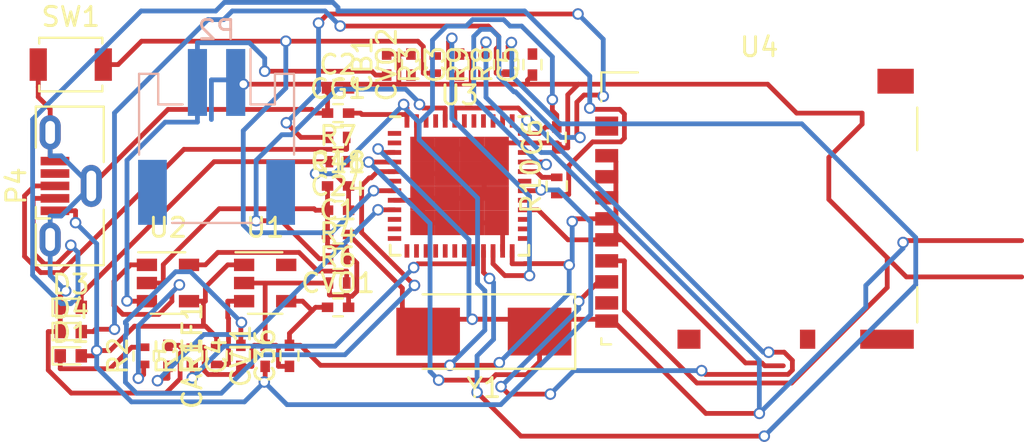
<source format=kicad_pcb>
(kicad_pcb (version 4) (host pcbnew 4.0.6)

  (general
    (links 98)
    (no_connects 98)
    (area 109.205 99.291099 163.055002 123.111502)
    (thickness 1.6)
    (drawings 0)
    (tracks 599)
    (zones 0)
    (modules 37)
    (nets 56)
  )

  (page A4)
  (layers
    (0 F.Cu signal)
    (31 B.Cu signal)
    (32 B.Adhes user)
    (33 F.Adhes user)
    (34 B.Paste user)
    (35 F.Paste user)
    (36 B.SilkS user)
    (37 F.SilkS user)
    (38 B.Mask user)
    (39 F.Mask user)
    (40 Dwgs.User user)
    (41 Cmts.User user)
    (42 Eco1.User user)
    (43 Eco2.User user)
    (44 Edge.Cuts user)
    (45 Margin user)
    (46 B.CrtYd user)
    (47 F.CrtYd user)
    (48 B.Fab user)
    (49 F.Fab user)
  )

  (setup
    (last_trace_width 0.25)
    (trace_clearance 0.2)
    (zone_clearance 0.508)
    (zone_45_only no)
    (trace_min 0.2)
    (segment_width 0.2)
    (edge_width 0.15)
    (via_size 0.6)
    (via_drill 0.4)
    (via_min_size 0.4)
    (via_min_drill 0.3)
    (uvia_size 0.3)
    (uvia_drill 0.1)
    (uvias_allowed no)
    (uvia_min_size 0.2)
    (uvia_min_drill 0.1)
    (pcb_text_width 0.3)
    (pcb_text_size 1.5 1.5)
    (mod_edge_width 0.15)
    (mod_text_size 1 1)
    (mod_text_width 0.15)
    (pad_size 1.524 1.524)
    (pad_drill 0.762)
    (pad_to_mask_clearance 0.2)
    (aux_axis_origin 0 0)
    (visible_elements 7FFFFFFF)
    (pcbplotparams
      (layerselection 0x00030_80000001)
      (usegerberextensions false)
      (excludeedgelayer true)
      (linewidth 0.100000)
      (plotframeref false)
      (viasonmask false)
      (mode 1)
      (useauxorigin false)
      (hpglpennumber 1)
      (hpglpenspeed 20)
      (hpglpendiameter 15)
      (hpglpenoverlay 2)
      (psnegative false)
      (psa4output false)
      (plotreference true)
      (plotvalue true)
      (plotinvisibletext false)
      (padsonsilk false)
      (subtractmaskfromsilk false)
      (outputformat 1)
      (mirror false)
      (drillshape 1)
      (scaleselection 1)
      (outputdirectory ""))
  )

  (net 0 "")
  (net 1 GND)
  (net 2 OSC32IN)
  (net 3 OSC32OUT)
  (net 4 "Net-(C3-Pad1)")
  (net 5 OSCIN)
  (net 6 OSCOUT)
  (net 7 +3V3)
  (net 8 AREF)
  (net 9 VBAT)
  (net 10 VBUS)
  (net 11 "Net-(D1-Pad1)")
  (net 12 "Net-(D3-Pad2)")
  (net 13 "Net-(D4-Pad2)")
  (net 14 "Net-(P4-Pad3)")
  (net 15 "Net-(P4-Pad4)")
  (net 16 "Net-(P4-Pad2)")
  (net 17 EN)
  (net 18 "Net-(R2-Pad1)")
  (net 19 RST)
  (net 20 BOOT0)
  (net 21 "Net-(R5-Pad1)")
  (net 22 "Net-(R6-Pad2)")
  (net 23 IO1)
  (net 24 IO0)
  (net 25 CD)
  (net 26 "Net-(R10-Pad2)")
  (net 27 "Net-(R11-Pad2)")
  (net 28 "Net-(U1-Pad5)")
  (net 29 VBATRC)
  (net 30 "Net-(U3-Pad2)")
  (net 31 IO6)
  (net 32 A5)
  (net 33 TX)
  (net 34 RX)
  (net 35 A4)
  (net 36 A3)
  (net 37 DI)
  (net 38 A2)
  (net 39 A1)
  (net 40 A0)
  (net 41 IO3)
  (net 42 IO2)
  (net 43 SCLK)
  (net 44 "Net-(U3-Pad29)")
  (net 45 "Net-(U3-Pad34)")
  (net 46 "Net-(U3-Pad37)")
  (net 47 IO4)
  (net 48 SCK)
  (net 49 MISO)
  (net 50 MOSI)
  (net 51 SCL)
  (net 52 DO)
  (net 53 IO5)
  (net 54 SDA)
  (net 55 CS)

  (net_class Default "This is the default net class."
    (clearance 0.2)
    (trace_width 0.25)
    (via_dia 0.6)
    (via_drill 0.4)
    (uvia_dia 0.3)
    (uvia_drill 0.1)
    (add_net +3V3)
    (add_net A0)
    (add_net A1)
    (add_net A2)
    (add_net A3)
    (add_net A4)
    (add_net A5)
    (add_net AREF)
    (add_net BOOT0)
    (add_net CD)
    (add_net CS)
    (add_net DI)
    (add_net DO)
    (add_net EN)
    (add_net GND)
    (add_net IO0)
    (add_net IO1)
    (add_net IO2)
    (add_net IO3)
    (add_net IO4)
    (add_net IO5)
    (add_net IO6)
    (add_net MISO)
    (add_net MOSI)
    (add_net "Net-(C3-Pad1)")
    (add_net "Net-(D1-Pad1)")
    (add_net "Net-(D3-Pad2)")
    (add_net "Net-(D4-Pad2)")
    (add_net "Net-(P4-Pad2)")
    (add_net "Net-(P4-Pad3)")
    (add_net "Net-(P4-Pad4)")
    (add_net "Net-(R10-Pad2)")
    (add_net "Net-(R11-Pad2)")
    (add_net "Net-(R2-Pad1)")
    (add_net "Net-(R5-Pad1)")
    (add_net "Net-(R6-Pad2)")
    (add_net "Net-(U1-Pad5)")
    (add_net "Net-(U3-Pad2)")
    (add_net "Net-(U3-Pad29)")
    (add_net "Net-(U3-Pad34)")
    (add_net "Net-(U3-Pad37)")
    (add_net OSC32IN)
    (add_net OSC32OUT)
    (add_net OSCIN)
    (add_net OSCOUT)
    (add_net RST)
    (add_net RX)
    (add_net SCK)
    (add_net SCL)
    (add_net SCLK)
    (add_net SDA)
    (add_net TX)
    (add_net VBAT)
    (add_net VBATRC)
    (add_net VBUS)
  )

  (module Capacitors_SMD:C_0402 (layer F.Cu) (tedit 58AA841A) (tstamp 59501CB6)
    (at 127 111.76)
    (descr "Capacitor SMD 0402, reflow soldering, AVX (see smccp.pdf)")
    (tags "capacitor 0402")
    (path /5810BA02)
    (attr smd)
    (fp_text reference C1 (at 0 -1.27) (layer F.SilkS)
      (effects (font (size 1 1) (thickness 0.15)))
    )
    (fp_text value 2.2pF (at 0 1.27) (layer F.Fab)
      (effects (font (size 1 1) (thickness 0.15)))
    )
    (fp_text user %R (at 0 -1.27) (layer F.Fab)
      (effects (font (size 1 1) (thickness 0.15)))
    )
    (fp_line (start -0.5 0.25) (end -0.5 -0.25) (layer F.Fab) (width 0.1))
    (fp_line (start 0.5 0.25) (end -0.5 0.25) (layer F.Fab) (width 0.1))
    (fp_line (start 0.5 -0.25) (end 0.5 0.25) (layer F.Fab) (width 0.1))
    (fp_line (start -0.5 -0.25) (end 0.5 -0.25) (layer F.Fab) (width 0.1))
    (fp_line (start 0.25 -0.47) (end -0.25 -0.47) (layer F.SilkS) (width 0.12))
    (fp_line (start -0.25 0.47) (end 0.25 0.47) (layer F.SilkS) (width 0.12))
    (fp_line (start -1 -0.4) (end 1 -0.4) (layer F.CrtYd) (width 0.05))
    (fp_line (start -1 -0.4) (end -1 0.4) (layer F.CrtYd) (width 0.05))
    (fp_line (start 1 0.4) (end 1 -0.4) (layer F.CrtYd) (width 0.05))
    (fp_line (start 1 0.4) (end -1 0.4) (layer F.CrtYd) (width 0.05))
    (pad 1 smd rect (at -0.55 0) (size 0.6 0.5) (layers F.Cu F.Paste F.Mask)
      (net 1 GND))
    (pad 2 smd rect (at 0.55 0) (size 0.6 0.5) (layers F.Cu F.Paste F.Mask)
      (net 2 OSC32IN))
    (model Capacitors_SMD.3dshapes/C_0402.wrl
      (at (xyz 0 0 0))
      (scale (xyz 1 1 1))
      (rotate (xyz 0 0 0))
    )
  )

  (module Capacitors_SMD:C_0402 (layer F.Cu) (tedit 58AA841A) (tstamp 59501CC7)
    (at 127 104.14)
    (descr "Capacitor SMD 0402, reflow soldering, AVX (see smccp.pdf)")
    (tags "capacitor 0402")
    (path /5810B8BA)
    (attr smd)
    (fp_text reference C2 (at 0 -1.27) (layer F.SilkS)
      (effects (font (size 1 1) (thickness 0.15)))
    )
    (fp_text value 2.2pF (at 0 1.27) (layer F.Fab)
      (effects (font (size 1 1) (thickness 0.15)))
    )
    (fp_text user %R (at 0 -1.27) (layer F.Fab)
      (effects (font (size 1 1) (thickness 0.15)))
    )
    (fp_line (start -0.5 0.25) (end -0.5 -0.25) (layer F.Fab) (width 0.1))
    (fp_line (start 0.5 0.25) (end -0.5 0.25) (layer F.Fab) (width 0.1))
    (fp_line (start 0.5 -0.25) (end 0.5 0.25) (layer F.Fab) (width 0.1))
    (fp_line (start -0.5 -0.25) (end 0.5 -0.25) (layer F.Fab) (width 0.1))
    (fp_line (start 0.25 -0.47) (end -0.25 -0.47) (layer F.SilkS) (width 0.12))
    (fp_line (start -0.25 0.47) (end 0.25 0.47) (layer F.SilkS) (width 0.12))
    (fp_line (start -1 -0.4) (end 1 -0.4) (layer F.CrtYd) (width 0.05))
    (fp_line (start -1 -0.4) (end -1 0.4) (layer F.CrtYd) (width 0.05))
    (fp_line (start 1 0.4) (end 1 -0.4) (layer F.CrtYd) (width 0.05))
    (fp_line (start 1 0.4) (end -1 0.4) (layer F.CrtYd) (width 0.05))
    (pad 1 smd rect (at -0.55 0) (size 0.6 0.5) (layers F.Cu F.Paste F.Mask)
      (net 1 GND))
    (pad 2 smd rect (at 0.55 0) (size 0.6 0.5) (layers F.Cu F.Paste F.Mask)
      (net 3 OSC32OUT))
    (model Capacitors_SMD.3dshapes/C_0402.wrl
      (at (xyz 0 0 0))
      (scale (xyz 1 1 1))
      (rotate (xyz 0 0 0))
    )
  )

  (module Capacitors_SMD:C_0402 (layer F.Cu) (tedit 58AA841A) (tstamp 59501CD8)
    (at 133.35 102.87 90)
    (descr "Capacitor SMD 0402, reflow soldering, AVX (see smccp.pdf)")
    (tags "capacitor 0402")
    (path /5810EDE0)
    (attr smd)
    (fp_text reference C3 (at 0 -1.27 90) (layer F.SilkS)
      (effects (font (size 1 1) (thickness 0.15)))
    )
    (fp_text value 2.2uF (at 0 1.27 90) (layer F.Fab)
      (effects (font (size 1 1) (thickness 0.15)))
    )
    (fp_text user %R (at 0 -1.27 90) (layer F.Fab)
      (effects (font (size 1 1) (thickness 0.15)))
    )
    (fp_line (start -0.5 0.25) (end -0.5 -0.25) (layer F.Fab) (width 0.1))
    (fp_line (start 0.5 0.25) (end -0.5 0.25) (layer F.Fab) (width 0.1))
    (fp_line (start 0.5 -0.25) (end 0.5 0.25) (layer F.Fab) (width 0.1))
    (fp_line (start -0.5 -0.25) (end 0.5 -0.25) (layer F.Fab) (width 0.1))
    (fp_line (start 0.25 -0.47) (end -0.25 -0.47) (layer F.SilkS) (width 0.12))
    (fp_line (start -0.25 0.47) (end 0.25 0.47) (layer F.SilkS) (width 0.12))
    (fp_line (start -1 -0.4) (end 1 -0.4) (layer F.CrtYd) (width 0.05))
    (fp_line (start -1 -0.4) (end -1 0.4) (layer F.CrtYd) (width 0.05))
    (fp_line (start 1 0.4) (end 1 -0.4) (layer F.CrtYd) (width 0.05))
    (fp_line (start 1 0.4) (end -1 0.4) (layer F.CrtYd) (width 0.05))
    (pad 1 smd rect (at -0.55 0 90) (size 0.6 0.5) (layers F.Cu F.Paste F.Mask)
      (net 4 "Net-(C3-Pad1)"))
    (pad 2 smd rect (at 0.55 0 90) (size 0.6 0.5) (layers F.Cu F.Paste F.Mask)
      (net 1 GND))
    (model Capacitors_SMD.3dshapes/C_0402.wrl
      (at (xyz 0 0 0))
      (scale (xyz 1 1 1))
      (rotate (xyz 0 0 0))
    )
  )

  (module Capacitors_SMD:C_0402 (layer F.Cu) (tedit 58AA841A) (tstamp 59501CE9)
    (at 121.92 118.11 90)
    (descr "Capacitor SMD 0402, reflow soldering, AVX (see smccp.pdf)")
    (tags "capacitor 0402")
    (path /5810D3ED)
    (attr smd)
    (fp_text reference C4 (at 0 -1.27 90) (layer F.SilkS)
      (effects (font (size 1 1) (thickness 0.15)))
    )
    (fp_text value 18pF (at 0 1.27 90) (layer F.Fab)
      (effects (font (size 1 1) (thickness 0.15)))
    )
    (fp_text user %R (at 0 -1.27 90) (layer F.Fab)
      (effects (font (size 1 1) (thickness 0.15)))
    )
    (fp_line (start -0.5 0.25) (end -0.5 -0.25) (layer F.Fab) (width 0.1))
    (fp_line (start 0.5 0.25) (end -0.5 0.25) (layer F.Fab) (width 0.1))
    (fp_line (start 0.5 -0.25) (end 0.5 0.25) (layer F.Fab) (width 0.1))
    (fp_line (start -0.5 -0.25) (end 0.5 -0.25) (layer F.Fab) (width 0.1))
    (fp_line (start 0.25 -0.47) (end -0.25 -0.47) (layer F.SilkS) (width 0.12))
    (fp_line (start -0.25 0.47) (end 0.25 0.47) (layer F.SilkS) (width 0.12))
    (fp_line (start -1 -0.4) (end 1 -0.4) (layer F.CrtYd) (width 0.05))
    (fp_line (start -1 -0.4) (end -1 0.4) (layer F.CrtYd) (width 0.05))
    (fp_line (start 1 0.4) (end 1 -0.4) (layer F.CrtYd) (width 0.05))
    (fp_line (start 1 0.4) (end -1 0.4) (layer F.CrtYd) (width 0.05))
    (pad 1 smd rect (at -0.55 0 90) (size 0.6 0.5) (layers F.Cu F.Paste F.Mask)
      (net 1 GND))
    (pad 2 smd rect (at 0.55 0 90) (size 0.6 0.5) (layers F.Cu F.Paste F.Mask)
      (net 5 OSCIN))
    (model Capacitors_SMD.3dshapes/C_0402.wrl
      (at (xyz 0 0 0))
      (scale (xyz 1 1 1))
      (rotate (xyz 0 0 0))
    )
  )

  (module Capacitors_SMD:C_0402 (layer F.Cu) (tedit 58AA841A) (tstamp 59501CFA)
    (at 137.16 102.87 90)
    (descr "Capacitor SMD 0402, reflow soldering, AVX (see smccp.pdf)")
    (tags "capacitor 0402")
    (path /5810D471)
    (attr smd)
    (fp_text reference C5 (at 0 -1.27 90) (layer F.SilkS)
      (effects (font (size 1 1) (thickness 0.15)))
    )
    (fp_text value 18pF (at 0 1.27 90) (layer F.Fab)
      (effects (font (size 1 1) (thickness 0.15)))
    )
    (fp_text user %R (at 0 -1.27 90) (layer F.Fab)
      (effects (font (size 1 1) (thickness 0.15)))
    )
    (fp_line (start -0.5 0.25) (end -0.5 -0.25) (layer F.Fab) (width 0.1))
    (fp_line (start 0.5 0.25) (end -0.5 0.25) (layer F.Fab) (width 0.1))
    (fp_line (start 0.5 -0.25) (end 0.5 0.25) (layer F.Fab) (width 0.1))
    (fp_line (start -0.5 -0.25) (end 0.5 -0.25) (layer F.Fab) (width 0.1))
    (fp_line (start 0.25 -0.47) (end -0.25 -0.47) (layer F.SilkS) (width 0.12))
    (fp_line (start -0.25 0.47) (end 0.25 0.47) (layer F.SilkS) (width 0.12))
    (fp_line (start -1 -0.4) (end 1 -0.4) (layer F.CrtYd) (width 0.05))
    (fp_line (start -1 -0.4) (end -1 0.4) (layer F.CrtYd) (width 0.05))
    (fp_line (start 1 0.4) (end 1 -0.4) (layer F.CrtYd) (width 0.05))
    (fp_line (start 1 0.4) (end -1 0.4) (layer F.CrtYd) (width 0.05))
    (pad 1 smd rect (at -0.55 0 90) (size 0.6 0.5) (layers F.Cu F.Paste F.Mask)
      (net 1 GND))
    (pad 2 smd rect (at 0.55 0 90) (size 0.6 0.5) (layers F.Cu F.Paste F.Mask)
      (net 6 OSCOUT))
    (model Capacitors_SMD.3dshapes/C_0402.wrl
      (at (xyz 0 0 0))
      (scale (xyz 1 1 1))
      (rotate (xyz 0 0 0))
    )
  )

  (module Capacitors_SMD:C_0402 (layer F.Cu) (tedit 58AA841A) (tstamp 59501D0B)
    (at 138.43 106.68 90)
    (descr "Capacitor SMD 0402, reflow soldering, AVX (see smccp.pdf)")
    (tags "capacitor 0402")
    (path /58133D00)
    (attr smd)
    (fp_text reference C6 (at 0 -1.27 90) (layer F.SilkS)
      (effects (font (size 1 1) (thickness 0.15)))
    )
    (fp_text value 4.7uF (at 0 1.27 90) (layer F.Fab)
      (effects (font (size 1 1) (thickness 0.15)))
    )
    (fp_text user %R (at 0 -1.27 90) (layer F.Fab)
      (effects (font (size 1 1) (thickness 0.15)))
    )
    (fp_line (start -0.5 0.25) (end -0.5 -0.25) (layer F.Fab) (width 0.1))
    (fp_line (start 0.5 0.25) (end -0.5 0.25) (layer F.Fab) (width 0.1))
    (fp_line (start 0.5 -0.25) (end 0.5 0.25) (layer F.Fab) (width 0.1))
    (fp_line (start -0.5 -0.25) (end 0.5 -0.25) (layer F.Fab) (width 0.1))
    (fp_line (start 0.25 -0.47) (end -0.25 -0.47) (layer F.SilkS) (width 0.12))
    (fp_line (start -0.25 0.47) (end 0.25 0.47) (layer F.SilkS) (width 0.12))
    (fp_line (start -1 -0.4) (end 1 -0.4) (layer F.CrtYd) (width 0.05))
    (fp_line (start -1 -0.4) (end -1 0.4) (layer F.CrtYd) (width 0.05))
    (fp_line (start 1 0.4) (end 1 -0.4) (layer F.CrtYd) (width 0.05))
    (fp_line (start 1 0.4) (end -1 0.4) (layer F.CrtYd) (width 0.05))
    (pad 1 smd rect (at -0.55 0 90) (size 0.6 0.5) (layers F.Cu F.Paste F.Mask)
      (net 1 GND))
    (pad 2 smd rect (at 0.55 0 90) (size 0.6 0.5) (layers F.Cu F.Paste F.Mask)
      (net 7 +3V3))
    (model Capacitors_SMD.3dshapes/C_0402.wrl
      (at (xyz 0 0 0))
      (scale (xyz 1 1 1))
      (rotate (xyz 0 0 0))
    )
  )

  (module Capacitors_SMD:C_0402 (layer F.Cu) (tedit 58AA841A) (tstamp 59501D1C)
    (at 127 110.49)
    (descr "Capacitor SMD 0402, reflow soldering, AVX (see smccp.pdf)")
    (tags "capacitor 0402")
    (path /5810997B)
    (attr smd)
    (fp_text reference C24 (at 0 -1.27) (layer F.SilkS)
      (effects (font (size 1 1) (thickness 0.15)))
    )
    (fp_text value 0.1uF (at 0 1.27) (layer F.Fab)
      (effects (font (size 1 1) (thickness 0.15)))
    )
    (fp_text user %R (at 0 -1.27) (layer F.Fab)
      (effects (font (size 1 1) (thickness 0.15)))
    )
    (fp_line (start -0.5 0.25) (end -0.5 -0.25) (layer F.Fab) (width 0.1))
    (fp_line (start 0.5 0.25) (end -0.5 0.25) (layer F.Fab) (width 0.1))
    (fp_line (start 0.5 -0.25) (end 0.5 0.25) (layer F.Fab) (width 0.1))
    (fp_line (start -0.5 -0.25) (end 0.5 -0.25) (layer F.Fab) (width 0.1))
    (fp_line (start 0.25 -0.47) (end -0.25 -0.47) (layer F.SilkS) (width 0.12))
    (fp_line (start -0.25 0.47) (end 0.25 0.47) (layer F.SilkS) (width 0.12))
    (fp_line (start -1 -0.4) (end 1 -0.4) (layer F.CrtYd) (width 0.05))
    (fp_line (start -1 -0.4) (end -1 0.4) (layer F.CrtYd) (width 0.05))
    (fp_line (start 1 0.4) (end 1 -0.4) (layer F.CrtYd) (width 0.05))
    (fp_line (start 1 0.4) (end -1 0.4) (layer F.CrtYd) (width 0.05))
    (pad 1 smd rect (at -0.55 0) (size 0.6 0.5) (layers F.Cu F.Paste F.Mask)
      (net 1 GND))
    (pad 2 smd rect (at 0.55 0) (size 0.6 0.5) (layers F.Cu F.Paste F.Mask)
      (net 7 +3V3))
    (model Capacitors_SMD.3dshapes/C_0402.wrl
      (at (xyz 0 0 0))
      (scale (xyz 1 1 1))
      (rotate (xyz 0 0 0))
    )
  )

  (module Capacitors_SMD:C_0402 (layer F.Cu) (tedit 58AA841A) (tstamp 59501D2D)
    (at 124.46 118.11 90)
    (descr "Capacitor SMD 0402, reflow soldering, AVX (see smccp.pdf)")
    (tags "capacitor 0402")
    (path /58109A4A)
    (attr smd)
    (fp_text reference C36 (at 0 -1.27 90) (layer F.SilkS)
      (effects (font (size 1 1) (thickness 0.15)))
    )
    (fp_text value 0.1uF (at 0 1.27 90) (layer F.Fab)
      (effects (font (size 1 1) (thickness 0.15)))
    )
    (fp_text user %R (at 0 -1.27 90) (layer F.Fab)
      (effects (font (size 1 1) (thickness 0.15)))
    )
    (fp_line (start -0.5 0.25) (end -0.5 -0.25) (layer F.Fab) (width 0.1))
    (fp_line (start 0.5 0.25) (end -0.5 0.25) (layer F.Fab) (width 0.1))
    (fp_line (start 0.5 -0.25) (end 0.5 0.25) (layer F.Fab) (width 0.1))
    (fp_line (start -0.5 -0.25) (end 0.5 -0.25) (layer F.Fab) (width 0.1))
    (fp_line (start 0.25 -0.47) (end -0.25 -0.47) (layer F.SilkS) (width 0.12))
    (fp_line (start -0.25 0.47) (end 0.25 0.47) (layer F.SilkS) (width 0.12))
    (fp_line (start -1 -0.4) (end 1 -0.4) (layer F.CrtYd) (width 0.05))
    (fp_line (start -1 -0.4) (end -1 0.4) (layer F.CrtYd) (width 0.05))
    (fp_line (start 1 0.4) (end 1 -0.4) (layer F.CrtYd) (width 0.05))
    (fp_line (start 1 0.4) (end -1 0.4) (layer F.CrtYd) (width 0.05))
    (pad 1 smd rect (at -0.55 0 90) (size 0.6 0.5) (layers F.Cu F.Paste F.Mask)
      (net 1 GND))
    (pad 2 smd rect (at 0.55 0 90) (size 0.6 0.5) (layers F.Cu F.Paste F.Mask)
      (net 7 +3V3))
    (model Capacitors_SMD.3dshapes/C_0402.wrl
      (at (xyz 0 0 0))
      (scale (xyz 1 1 1))
      (rotate (xyz 0 0 0))
    )
  )

  (module Capacitors_SMD:C_0402 (layer F.Cu) (tedit 58AA841A) (tstamp 59501D3E)
    (at 127 109.22)
    (descr "Capacitor SMD 0402, reflow soldering, AVX (see smccp.pdf)")
    (tags "capacitor 0402")
    (path /58109AD4)
    (attr smd)
    (fp_text reference C48 (at 0 -1.27) (layer F.SilkS)
      (effects (font (size 1 1) (thickness 0.15)))
    )
    (fp_text value 0.1uF (at 0 1.27) (layer F.Fab)
      (effects (font (size 1 1) (thickness 0.15)))
    )
    (fp_text user %R (at 0 -1.27) (layer F.Fab)
      (effects (font (size 1 1) (thickness 0.15)))
    )
    (fp_line (start -0.5 0.25) (end -0.5 -0.25) (layer F.Fab) (width 0.1))
    (fp_line (start 0.5 0.25) (end -0.5 0.25) (layer F.Fab) (width 0.1))
    (fp_line (start 0.5 -0.25) (end 0.5 0.25) (layer F.Fab) (width 0.1))
    (fp_line (start -0.5 -0.25) (end 0.5 -0.25) (layer F.Fab) (width 0.1))
    (fp_line (start 0.25 -0.47) (end -0.25 -0.47) (layer F.SilkS) (width 0.12))
    (fp_line (start -0.25 0.47) (end 0.25 0.47) (layer F.SilkS) (width 0.12))
    (fp_line (start -1 -0.4) (end 1 -0.4) (layer F.CrtYd) (width 0.05))
    (fp_line (start -1 -0.4) (end -1 0.4) (layer F.CrtYd) (width 0.05))
    (fp_line (start 1 0.4) (end 1 -0.4) (layer F.CrtYd) (width 0.05))
    (fp_line (start 1 0.4) (end -1 0.4) (layer F.CrtYd) (width 0.05))
    (pad 1 smd rect (at -0.55 0) (size 0.6 0.5) (layers F.Cu F.Paste F.Mask)
      (net 1 GND))
    (pad 2 smd rect (at 0.55 0) (size 0.6 0.5) (layers F.Cu F.Paste F.Mask)
      (net 7 +3V3))
    (model Capacitors_SMD.3dshapes/C_0402.wrl
      (at (xyz 0 0 0))
      (scale (xyz 1 1 1))
      (rotate (xyz 0 0 0))
    )
  )

  (module Capacitors_SMD:C_0402 (layer F.Cu) (tedit 58AA841A) (tstamp 59501D4F)
    (at 118.11 118.11 270)
    (descr "Capacitor SMD 0402, reflow soldering, AVX (see smccp.pdf)")
    (tags "capacitor 0402")
    (path /5810ABEB)
    (attr smd)
    (fp_text reference CAREF1 (at 0 -1.27 270) (layer F.SilkS)
      (effects (font (size 1 1) (thickness 0.15)))
    )
    (fp_text value 0.1uF (at 0 1.27 270) (layer F.Fab)
      (effects (font (size 1 1) (thickness 0.15)))
    )
    (fp_text user %R (at 0 -1.27 270) (layer F.Fab)
      (effects (font (size 1 1) (thickness 0.15)))
    )
    (fp_line (start -0.5 0.25) (end -0.5 -0.25) (layer F.Fab) (width 0.1))
    (fp_line (start 0.5 0.25) (end -0.5 0.25) (layer F.Fab) (width 0.1))
    (fp_line (start 0.5 -0.25) (end 0.5 0.25) (layer F.Fab) (width 0.1))
    (fp_line (start -0.5 -0.25) (end 0.5 -0.25) (layer F.Fab) (width 0.1))
    (fp_line (start 0.25 -0.47) (end -0.25 -0.47) (layer F.SilkS) (width 0.12))
    (fp_line (start -0.25 0.47) (end 0.25 0.47) (layer F.SilkS) (width 0.12))
    (fp_line (start -1 -0.4) (end 1 -0.4) (layer F.CrtYd) (width 0.05))
    (fp_line (start -1 -0.4) (end -1 0.4) (layer F.CrtYd) (width 0.05))
    (fp_line (start 1 0.4) (end 1 -0.4) (layer F.CrtYd) (width 0.05))
    (fp_line (start 1 0.4) (end -1 0.4) (layer F.CrtYd) (width 0.05))
    (pad 1 smd rect (at -0.55 0 270) (size 0.6 0.5) (layers F.Cu F.Paste F.Mask)
      (net 1 GND))
    (pad 2 smd rect (at 0.55 0 270) (size 0.6 0.5) (layers F.Cu F.Paste F.Mask)
      (net 8 AREF))
    (model Capacitors_SMD.3dshapes/C_0402.wrl
      (at (xyz 0 0 0))
      (scale (xyz 1 1 1))
      (rotate (xyz 0 0 0))
    )
  )

  (module Capacitors_SMD:C_0402 (layer F.Cu) (tedit 58AA841A) (tstamp 59501D60)
    (at 129.54 102.87 90)
    (descr "Capacitor SMD 0402, reflow soldering, AVX (see smccp.pdf)")
    (tags "capacitor 0402")
    (path /58116251)
    (attr smd)
    (fp_text reference CB1 (at 0 -1.27 90) (layer F.SilkS)
      (effects (font (size 1 1) (thickness 0.15)))
    )
    (fp_text value 10uF (at 0 1.27 90) (layer F.Fab)
      (effects (font (size 1 1) (thickness 0.15)))
    )
    (fp_text user %R (at 0 -1.27 90) (layer F.Fab)
      (effects (font (size 1 1) (thickness 0.15)))
    )
    (fp_line (start -0.5 0.25) (end -0.5 -0.25) (layer F.Fab) (width 0.1))
    (fp_line (start 0.5 0.25) (end -0.5 0.25) (layer F.Fab) (width 0.1))
    (fp_line (start 0.5 -0.25) (end 0.5 0.25) (layer F.Fab) (width 0.1))
    (fp_line (start -0.5 -0.25) (end 0.5 -0.25) (layer F.Fab) (width 0.1))
    (fp_line (start 0.25 -0.47) (end -0.25 -0.47) (layer F.SilkS) (width 0.12))
    (fp_line (start -0.25 0.47) (end 0.25 0.47) (layer F.SilkS) (width 0.12))
    (fp_line (start -1 -0.4) (end 1 -0.4) (layer F.CrtYd) (width 0.05))
    (fp_line (start -1 -0.4) (end -1 0.4) (layer F.CrtYd) (width 0.05))
    (fp_line (start 1 0.4) (end 1 -0.4) (layer F.CrtYd) (width 0.05))
    (fp_line (start 1 0.4) (end -1 0.4) (layer F.CrtYd) (width 0.05))
    (pad 1 smd rect (at -0.55 0 90) (size 0.6 0.5) (layers F.Cu F.Paste F.Mask)
      (net 9 VBAT))
    (pad 2 smd rect (at 0.55 0 90) (size 0.6 0.5) (layers F.Cu F.Paste F.Mask)
      (net 1 GND))
    (model Capacitors_SMD.3dshapes/C_0402.wrl
      (at (xyz 0 0 0))
      (scale (xyz 1 1 1))
      (rotate (xyz 0 0 0))
    )
  )

  (module Capacitors_SMD:C_0402 (layer F.Cu) (tedit 58AA841A) (tstamp 59501D71)
    (at 127 105.41)
    (descr "Capacitor SMD 0402, reflow soldering, AVX (see smccp.pdf)")
    (tags "capacitor 0402")
    (path /5810AC31)
    (attr smd)
    (fp_text reference CG1 (at 0 -1.27) (layer F.SilkS)
      (effects (font (size 1 1) (thickness 0.15)))
    )
    (fp_text value 4.7uF (at 0 1.27) (layer F.Fab)
      (effects (font (size 1 1) (thickness 0.15)))
    )
    (fp_text user %R (at 0 -1.27) (layer F.Fab)
      (effects (font (size 1 1) (thickness 0.15)))
    )
    (fp_line (start -0.5 0.25) (end -0.5 -0.25) (layer F.Fab) (width 0.1))
    (fp_line (start 0.5 0.25) (end -0.5 0.25) (layer F.Fab) (width 0.1))
    (fp_line (start 0.5 -0.25) (end 0.5 0.25) (layer F.Fab) (width 0.1))
    (fp_line (start -0.5 -0.25) (end 0.5 -0.25) (layer F.Fab) (width 0.1))
    (fp_line (start 0.25 -0.47) (end -0.25 -0.47) (layer F.SilkS) (width 0.12))
    (fp_line (start -0.25 0.47) (end 0.25 0.47) (layer F.SilkS) (width 0.12))
    (fp_line (start -1 -0.4) (end 1 -0.4) (layer F.CrtYd) (width 0.05))
    (fp_line (start -1 -0.4) (end -1 0.4) (layer F.CrtYd) (width 0.05))
    (fp_line (start 1 0.4) (end 1 -0.4) (layer F.CrtYd) (width 0.05))
    (fp_line (start 1 0.4) (end -1 0.4) (layer F.CrtYd) (width 0.05))
    (pad 1 smd rect (at -0.55 0) (size 0.6 0.5) (layers F.Cu F.Paste F.Mask)
      (net 1 GND))
    (pad 2 smd rect (at 0.55 0) (size 0.6 0.5) (layers F.Cu F.Paste F.Mask)
      (net 7 +3V3))
    (model Capacitors_SMD.3dshapes/C_0402.wrl
      (at (xyz 0 0 0))
      (scale (xyz 1 1 1))
      (rotate (xyz 0 0 0))
    )
  )

  (module Capacitors_SMD:C_0402 (layer F.Cu) (tedit 58AA841A) (tstamp 59501D82)
    (at 123.19 118.11 90)
    (descr "Capacitor SMD 0402, reflow soldering, AVX (see smccp.pdf)")
    (tags "capacitor 0402")
    (path /5811334A)
    (attr smd)
    (fp_text reference CVI1 (at 0 -1.27 90) (layer F.SilkS)
      (effects (font (size 1 1) (thickness 0.15)))
    )
    (fp_text value 10uF (at 0 1.27 90) (layer F.Fab)
      (effects (font (size 1 1) (thickness 0.15)))
    )
    (fp_text user %R (at 0 -1.27 90) (layer F.Fab)
      (effects (font (size 1 1) (thickness 0.15)))
    )
    (fp_line (start -0.5 0.25) (end -0.5 -0.25) (layer F.Fab) (width 0.1))
    (fp_line (start 0.5 0.25) (end -0.5 0.25) (layer F.Fab) (width 0.1))
    (fp_line (start 0.5 -0.25) (end 0.5 0.25) (layer F.Fab) (width 0.1))
    (fp_line (start -0.5 -0.25) (end 0.5 -0.25) (layer F.Fab) (width 0.1))
    (fp_line (start 0.25 -0.47) (end -0.25 -0.47) (layer F.SilkS) (width 0.12))
    (fp_line (start -0.25 0.47) (end 0.25 0.47) (layer F.SilkS) (width 0.12))
    (fp_line (start -1 -0.4) (end 1 -0.4) (layer F.CrtYd) (width 0.05))
    (fp_line (start -1 -0.4) (end -1 0.4) (layer F.CrtYd) (width 0.05))
    (fp_line (start 1 0.4) (end 1 -0.4) (layer F.CrtYd) (width 0.05))
    (fp_line (start 1 0.4) (end -1 0.4) (layer F.CrtYd) (width 0.05))
    (pad 1 smd rect (at -0.55 0 90) (size 0.6 0.5) (layers F.Cu F.Paste F.Mask)
      (net 10 VBUS))
    (pad 2 smd rect (at 0.55 0 90) (size 0.6 0.5) (layers F.Cu F.Paste F.Mask)
      (net 1 GND))
    (model Capacitors_SMD.3dshapes/C_0402.wrl
      (at (xyz 0 0 0))
      (scale (xyz 1 1 1))
      (rotate (xyz 0 0 0))
    )
  )

  (module Capacitors_SMD:C_0402 (layer F.Cu) (tedit 58AA841A) (tstamp 59501D93)
    (at 127 115.57)
    (descr "Capacitor SMD 0402, reflow soldering, AVX (see smccp.pdf)")
    (tags "capacitor 0402")
    (path /58113F26)
    (attr smd)
    (fp_text reference CVO1 (at 0 -1.27) (layer F.SilkS)
      (effects (font (size 1 1) (thickness 0.15)))
    )
    (fp_text value 10uF (at 0 1.27) (layer F.Fab)
      (effects (font (size 1 1) (thickness 0.15)))
    )
    (fp_text user %R (at 0 -1.27) (layer F.Fab)
      (effects (font (size 1 1) (thickness 0.15)))
    )
    (fp_line (start -0.5 0.25) (end -0.5 -0.25) (layer F.Fab) (width 0.1))
    (fp_line (start 0.5 0.25) (end -0.5 0.25) (layer F.Fab) (width 0.1))
    (fp_line (start 0.5 -0.25) (end 0.5 0.25) (layer F.Fab) (width 0.1))
    (fp_line (start -0.5 -0.25) (end 0.5 -0.25) (layer F.Fab) (width 0.1))
    (fp_line (start 0.25 -0.47) (end -0.25 -0.47) (layer F.SilkS) (width 0.12))
    (fp_line (start -0.25 0.47) (end 0.25 0.47) (layer F.SilkS) (width 0.12))
    (fp_line (start -1 -0.4) (end 1 -0.4) (layer F.CrtYd) (width 0.05))
    (fp_line (start -1 -0.4) (end -1 0.4) (layer F.CrtYd) (width 0.05))
    (fp_line (start 1 0.4) (end 1 -0.4) (layer F.CrtYd) (width 0.05))
    (fp_line (start 1 0.4) (end -1 0.4) (layer F.CrtYd) (width 0.05))
    (pad 1 smd rect (at -0.55 0) (size 0.6 0.5) (layers F.Cu F.Paste F.Mask)
      (net 7 +3V3))
    (pad 2 smd rect (at 0.55 0) (size 0.6 0.5) (layers F.Cu F.Paste F.Mask)
      (net 1 GND))
    (model Capacitors_SMD.3dshapes/C_0402.wrl
      (at (xyz 0 0 0))
      (scale (xyz 1 1 1))
      (rotate (xyz 0 0 0))
    )
  )

  (module Capacitors_SMD:C_0402 (layer F.Cu) (tedit 58AA841A) (tstamp 59501DA4)
    (at 130.81 102.87 90)
    (descr "Capacitor SMD 0402, reflow soldering, AVX (see smccp.pdf)")
    (tags "capacitor 0402")
    (path /58113FE5)
    (attr smd)
    (fp_text reference CVO2 (at 0 -1.27 90) (layer F.SilkS)
      (effects (font (size 1 1) (thickness 0.15)))
    )
    (fp_text value 1uF (at 0 1.27 90) (layer F.Fab)
      (effects (font (size 1 1) (thickness 0.15)))
    )
    (fp_text user %R (at 0 -1.27 90) (layer F.Fab)
      (effects (font (size 1 1) (thickness 0.15)))
    )
    (fp_line (start -0.5 0.25) (end -0.5 -0.25) (layer F.Fab) (width 0.1))
    (fp_line (start 0.5 0.25) (end -0.5 0.25) (layer F.Fab) (width 0.1))
    (fp_line (start 0.5 -0.25) (end 0.5 0.25) (layer F.Fab) (width 0.1))
    (fp_line (start -0.5 -0.25) (end 0.5 -0.25) (layer F.Fab) (width 0.1))
    (fp_line (start 0.25 -0.47) (end -0.25 -0.47) (layer F.SilkS) (width 0.12))
    (fp_line (start -0.25 0.47) (end 0.25 0.47) (layer F.SilkS) (width 0.12))
    (fp_line (start -1 -0.4) (end 1 -0.4) (layer F.CrtYd) (width 0.05))
    (fp_line (start -1 -0.4) (end -1 0.4) (layer F.CrtYd) (width 0.05))
    (fp_line (start 1 0.4) (end 1 -0.4) (layer F.CrtYd) (width 0.05))
    (fp_line (start 1 0.4) (end -1 0.4) (layer F.CrtYd) (width 0.05))
    (pad 1 smd rect (at -0.55 0 90) (size 0.6 0.5) (layers F.Cu F.Paste F.Mask)
      (net 7 +3V3))
    (pad 2 smd rect (at 0.55 0 90) (size 0.6 0.5) (layers F.Cu F.Paste F.Mask)
      (net 1 GND))
    (model Capacitors_SMD.3dshapes/C_0402.wrl
      (at (xyz 0 0 0))
      (scale (xyz 1 1 1))
      (rotate (xyz 0 0 0))
    )
  )

  (module LEDs:LED_0402 (layer F.Cu) (tedit 57FE9357) (tstamp 59501DB9)
    (at 113.03 118.11)
    (descr "LED 0402 smd package")
    (tags "LED led 0402 SMD smd SMT smt smdled SMDLED smtled SMTLED")
    (path /58117A18)
    (attr smd)
    (fp_text reference D1 (at 0 -1.2) (layer F.SilkS)
      (effects (font (size 1 1) (thickness 0.15)))
    )
    (fp_text value ORANGE (at 0 1.4) (layer F.Fab)
      (effects (font (size 1 1) (thickness 0.15)))
    )
    (fp_line (start -0.95 -0.45) (end -0.95 0.45) (layer F.SilkS) (width 0.12))
    (fp_line (start -0.15 -0.2) (end -0.15 0.2) (layer F.Fab) (width 0.1))
    (fp_line (start -0.15 0) (end 0.15 -0.2) (layer F.Fab) (width 0.1))
    (fp_line (start 0.15 0.2) (end -0.15 0) (layer F.Fab) (width 0.1))
    (fp_line (start 0.15 -0.2) (end 0.15 0.2) (layer F.Fab) (width 0.1))
    (fp_line (start 0.5 0.25) (end -0.5 0.25) (layer F.Fab) (width 0.1))
    (fp_line (start 0.5 -0.25) (end 0.5 0.25) (layer F.Fab) (width 0.1))
    (fp_line (start -0.5 -0.25) (end 0.5 -0.25) (layer F.Fab) (width 0.1))
    (fp_line (start -0.5 0.25) (end -0.5 -0.25) (layer F.Fab) (width 0.1))
    (fp_line (start -0.95 0.45) (end 0.5 0.45) (layer F.SilkS) (width 0.12))
    (fp_line (start -0.95 -0.45) (end 0.5 -0.45) (layer F.SilkS) (width 0.12))
    (fp_line (start 1 -0.5) (end 1 0.5) (layer F.CrtYd) (width 0.05))
    (fp_line (start 1 0.5) (end -1 0.5) (layer F.CrtYd) (width 0.05))
    (fp_line (start -1 0.5) (end -1 -0.5) (layer F.CrtYd) (width 0.05))
    (fp_line (start -1 -0.5) (end 1 -0.5) (layer F.CrtYd) (width 0.05))
    (pad 2 smd rect (at 0.55 0 180) (size 0.6 0.7) (layers F.Cu F.Paste F.Mask)
      (net 10 VBUS))
    (pad 1 smd rect (at -0.55 0 180) (size 0.6 0.7) (layers F.Cu F.Paste F.Mask)
      (net 11 "Net-(D1-Pad1)"))
    (model LEDs.3dshapes/LED_0402.wrl
      (at (xyz 0 0 0))
      (scale (xyz 1 1 1))
      (rotate (xyz 0 0 180))
    )
  )

  (module LEDs:LED_0402 (layer F.Cu) (tedit 57FE9357) (tstamp 59501DCE)
    (at 113.03 115.57)
    (descr "LED 0402 smd package")
    (tags "LED led 0402 SMD smd SMT smt smdled SMDLED smtled SMTLED")
    (path /581363C1)
    (attr smd)
    (fp_text reference D3 (at 0 -1.2) (layer F.SilkS)
      (effects (font (size 1 1) (thickness 0.15)))
    )
    (fp_text value RED (at 0 1.4) (layer F.Fab)
      (effects (font (size 1 1) (thickness 0.15)))
    )
    (fp_line (start -0.95 -0.45) (end -0.95 0.45) (layer F.SilkS) (width 0.12))
    (fp_line (start -0.15 -0.2) (end -0.15 0.2) (layer F.Fab) (width 0.1))
    (fp_line (start -0.15 0) (end 0.15 -0.2) (layer F.Fab) (width 0.1))
    (fp_line (start 0.15 0.2) (end -0.15 0) (layer F.Fab) (width 0.1))
    (fp_line (start 0.15 -0.2) (end 0.15 0.2) (layer F.Fab) (width 0.1))
    (fp_line (start 0.5 0.25) (end -0.5 0.25) (layer F.Fab) (width 0.1))
    (fp_line (start 0.5 -0.25) (end 0.5 0.25) (layer F.Fab) (width 0.1))
    (fp_line (start -0.5 -0.25) (end 0.5 -0.25) (layer F.Fab) (width 0.1))
    (fp_line (start -0.5 0.25) (end -0.5 -0.25) (layer F.Fab) (width 0.1))
    (fp_line (start -0.95 0.45) (end 0.5 0.45) (layer F.SilkS) (width 0.12))
    (fp_line (start -0.95 -0.45) (end 0.5 -0.45) (layer F.SilkS) (width 0.12))
    (fp_line (start 1 -0.5) (end 1 0.5) (layer F.CrtYd) (width 0.05))
    (fp_line (start 1 0.5) (end -1 0.5) (layer F.CrtYd) (width 0.05))
    (fp_line (start -1 0.5) (end -1 -0.5) (layer F.CrtYd) (width 0.05))
    (fp_line (start -1 -0.5) (end 1 -0.5) (layer F.CrtYd) (width 0.05))
    (pad 2 smd rect (at 0.55 0 180) (size 0.6 0.7) (layers F.Cu F.Paste F.Mask)
      (net 12 "Net-(D3-Pad2)"))
    (pad 1 smd rect (at -0.55 0 180) (size 0.6 0.7) (layers F.Cu F.Paste F.Mask)
      (net 1 GND))
    (model LEDs.3dshapes/LED_0402.wrl
      (at (xyz 0 0 0))
      (scale (xyz 1 1 1))
      (rotate (xyz 0 0 180))
    )
  )

  (module LEDs:LED_0402 (layer F.Cu) (tedit 57FE9357) (tstamp 59501DE3)
    (at 113.03 116.84)
    (descr "LED 0402 smd package")
    (tags "LED led 0402 SMD smd SMT smt smdled SMDLED smtled SMTLED")
    (path /58136440)
    (attr smd)
    (fp_text reference D4 (at 0 -1.2) (layer F.SilkS)
      (effects (font (size 1 1) (thickness 0.15)))
    )
    (fp_text value BLUE (at 0 1.4) (layer F.Fab)
      (effects (font (size 1 1) (thickness 0.15)))
    )
    (fp_line (start -0.95 -0.45) (end -0.95 0.45) (layer F.SilkS) (width 0.12))
    (fp_line (start -0.15 -0.2) (end -0.15 0.2) (layer F.Fab) (width 0.1))
    (fp_line (start -0.15 0) (end 0.15 -0.2) (layer F.Fab) (width 0.1))
    (fp_line (start 0.15 0.2) (end -0.15 0) (layer F.Fab) (width 0.1))
    (fp_line (start 0.15 -0.2) (end 0.15 0.2) (layer F.Fab) (width 0.1))
    (fp_line (start 0.5 0.25) (end -0.5 0.25) (layer F.Fab) (width 0.1))
    (fp_line (start 0.5 -0.25) (end 0.5 0.25) (layer F.Fab) (width 0.1))
    (fp_line (start -0.5 -0.25) (end 0.5 -0.25) (layer F.Fab) (width 0.1))
    (fp_line (start -0.5 0.25) (end -0.5 -0.25) (layer F.Fab) (width 0.1))
    (fp_line (start -0.95 0.45) (end 0.5 0.45) (layer F.SilkS) (width 0.12))
    (fp_line (start -0.95 -0.45) (end 0.5 -0.45) (layer F.SilkS) (width 0.12))
    (fp_line (start 1 -0.5) (end 1 0.5) (layer F.CrtYd) (width 0.05))
    (fp_line (start 1 0.5) (end -1 0.5) (layer F.CrtYd) (width 0.05))
    (fp_line (start -1 0.5) (end -1 -0.5) (layer F.CrtYd) (width 0.05))
    (fp_line (start -1 -0.5) (end 1 -0.5) (layer F.CrtYd) (width 0.05))
    (pad 2 smd rect (at 0.55 0 180) (size 0.6 0.7) (layers F.Cu F.Paste F.Mask)
      (net 13 "Net-(D4-Pad2)"))
    (pad 1 smd rect (at -0.55 0 180) (size 0.6 0.7) (layers F.Cu F.Paste F.Mask)
      (net 1 GND))
    (model LEDs.3dshapes/LED_0402.wrl
      (at (xyz 0 0 0))
      (scale (xyz 1 1 1))
      (rotate (xyz 0 0 180))
    )
  )

  (module Connectors_JST:JST_PH_S2B-PH-SM4-TB_02x2.00mm_Angled (layer B.Cu) (tedit 58D404C7) (tstamp 59501E04)
    (at 120.65 106.68 180)
    (descr "JST PH series connector, S2B-PH-SM4-TB, side entry type, surface mount, Datasheet: http://www.jst-mfg.com/product/pdf/eng/ePH.pdf")
    (tags "connector jst ph")
    (path /58108905)
    (attr smd)
    (fp_text reference P2 (at 0 5.625 180) (layer B.SilkS)
      (effects (font (size 1 1) (thickness 0.15)) (justify mirror))
    )
    (fp_text value CONN_01X02 (at 0 -5.375 180) (layer B.Fab)
      (effects (font (size 1 1) (thickness 0.15)) (justify mirror))
    )
    (fp_line (start -3.15 1.625) (end -3.15 3.225) (layer B.Fab) (width 0.1))
    (fp_line (start -3.15 3.225) (end -3.95 3.225) (layer B.Fab) (width 0.1))
    (fp_line (start -3.95 3.225) (end -3.95 -4.375) (layer B.Fab) (width 0.1))
    (fp_line (start -3.95 -4.375) (end 3.95 -4.375) (layer B.Fab) (width 0.1))
    (fp_line (start 3.95 -4.375) (end 3.95 3.225) (layer B.Fab) (width 0.1))
    (fp_line (start 3.95 3.225) (end 3.15 3.225) (layer B.Fab) (width 0.1))
    (fp_line (start 3.15 3.225) (end 3.15 1.625) (layer B.Fab) (width 0.1))
    (fp_line (start 3.15 1.625) (end -3.15 1.625) (layer B.Fab) (width 0.1))
    (fp_line (start -1.775 1.725) (end -3.05 1.725) (layer B.SilkS) (width 0.12))
    (fp_line (start -3.05 1.725) (end -3.05 3.325) (layer B.SilkS) (width 0.12))
    (fp_line (start -3.05 3.325) (end -4.05 3.325) (layer B.SilkS) (width 0.12))
    (fp_line (start -4.05 3.325) (end -4.05 -0.9) (layer B.SilkS) (width 0.12))
    (fp_line (start 4.05 -0.9) (end 4.05 3.325) (layer B.SilkS) (width 0.12))
    (fp_line (start 4.05 3.325) (end 3.05 3.325) (layer B.SilkS) (width 0.12))
    (fp_line (start 3.05 3.325) (end 3.05 1.725) (layer B.SilkS) (width 0.12))
    (fp_line (start 3.05 1.725) (end 1.775 1.725) (layer B.SilkS) (width 0.12))
    (fp_line (start -2.325 -4.475) (end 2.325 -4.475) (layer B.SilkS) (width 0.12))
    (fp_line (start -1.775 1.725) (end -1.775 4.625) (layer B.SilkS) (width 0.12))
    (fp_line (start -2 1.625) (end -1 0.625) (layer B.Fab) (width 0.1))
    (fp_line (start -1 0.625) (end 0 1.625) (layer B.Fab) (width 0.1))
    (fp_line (start -4.6 5.13) (end -4.6 -5.07) (layer B.CrtYd) (width 0.05))
    (fp_line (start -4.6 -5.07) (end 4.6 -5.07) (layer B.CrtYd) (width 0.05))
    (fp_line (start 4.6 -5.07) (end 4.6 5.13) (layer B.CrtYd) (width 0.05))
    (fp_line (start 4.6 5.13) (end -4.6 5.13) (layer B.CrtYd) (width 0.05))
    (fp_text user %R (at 0 -1.5 180) (layer B.Fab)
      (effects (font (size 1 1) (thickness 0.15)) (justify mirror))
    )
    (pad 1 smd rect (at -1 2.875 180) (size 1 3.5) (layers B.Cu B.Paste B.Mask)
      (net 1 GND))
    (pad 2 smd rect (at 1 2.875 180) (size 1 3.5) (layers B.Cu B.Paste B.Mask)
      (net 9 VBAT))
    (pad "" smd rect (at -3.35 -2.875 180) (size 1.5 3.4) (layers B.Cu B.Paste B.Mask))
    (pad "" smd rect (at 3.35 -2.875 180) (size 1.5 3.4) (layers B.Cu B.Paste B.Mask))
    (model ${KISYS3DMOD}/Connectors_JST.3dshapes/JST_PH_S2B-PH-SM4-TB_02x2.00mm_Angled.wrl
      (at (xyz 0 0 0))
      (scale (xyz 1 1 1))
      (rotate (xyz 0 0 0))
    )
  )

  (module Connectors_USB:USB_Micro-B_Vertical_Molex-105133-0001 (layer F.Cu) (tedit 59402B8E) (tstamp 59501E26)
    (at 113.03 109.22 90)
    (descr "Molex Vertical Micro USB Typ-B (http://www.molex.com/pdm_docs/sd/1051330001_sd.pdf)")
    (tags "Micro-USB SMD Typ-B Vertical")
    (path /581086F8)
    (attr smd)
    (fp_text reference P4 (at 0 -2.85 90) (layer F.SilkS)
      (effects (font (size 1 1) (thickness 0.15)))
    )
    (fp_text value USB_OTG (at -0.025 3 90) (layer F.Fab)
      (effects (font (size 1 1) (thickness 0.15)))
    )
    (fp_text user %R (at 0 -0.375 90) (layer F.Fab)
      (effects (font (size 1 1) (thickness 0.15)))
    )
    (fp_line (start -4 1.565) (end -4 -1.435) (layer F.Fab) (width 0.1))
    (fp_line (start 4 1.565) (end 4 -1.435) (layer F.Fab) (width 0.1))
    (fp_line (start -4 1.565) (end 4 1.565) (layer F.Fab) (width 0.1))
    (fp_line (start 4 -1.435) (end -4 -1.435) (layer F.Fab) (width 0.1))
    (fp_line (start -1.7 -1.075) (end -1.7 -1.825) (layer F.SilkS) (width 0.12))
    (fp_line (start -1.7 -1.825) (end -1.1 -1.825) (layer F.SilkS) (width 0.12))
    (fp_line (start -2 -1.825) (end -4.15 -1.825) (layer F.SilkS) (width 0.12))
    (fp_line (start 4.15 -1.825) (end 4.15 1.725) (layer F.SilkS) (width 0.12))
    (fp_line (start -4.15 1.725) (end -1.25 1.725) (layer F.SilkS) (width 0.12))
    (fp_line (start -4.15 -1.825) (end -4.15 1.725) (layer F.SilkS) (width 0.12))
    (fp_line (start 4.15 1.725) (end 1.25 1.725) (layer F.SilkS) (width 0.12))
    (fp_line (start 2 -1.825) (end 4.15 -1.825) (layer F.SilkS) (width 0.12))
    (fp_line (start -1.3 -1.675) (end -1.525 -1.85) (layer F.Fab) (width 0.1))
    (fp_line (start -1.525 -2.075) (end -1.075 -2.075) (layer F.Fab) (width 0.1))
    (fp_line (start -1.3 -1.675) (end -1.075 -1.85) (layer F.Fab) (width 0.1))
    (fp_line (start -1.525 -1.85) (end -1.525 -2.075) (layer F.Fab) (width 0.1))
    (fp_line (start -1.075 -2.075) (end -1.075 -1.85) (layer F.Fab) (width 0.1))
    (fp_line (start -4.5 2.13) (end -4.5 -2.13) (layer F.CrtYd) (width 0.05))
    (fp_line (start -4.5 -2.13) (end 4.5 -2.13) (layer F.CrtYd) (width 0.05))
    (fp_line (start -4.5 2.13) (end 4.5 2.13) (layer F.CrtYd) (width 0.05))
    (fp_line (start 4.5 2.13) (end 4.5 -2.13) (layer F.CrtYd) (width 0.05))
    (pad 3 smd rect (at 0 -0.825 90) (size 0.45 1.5) (layers F.Cu F.Paste F.Mask)
      (net 14 "Net-(P4-Pad3)"))
    (pad 4 smd rect (at 0.65 -0.825 90) (size 0.45 1.5) (layers F.Cu F.Paste F.Mask)
      (net 15 "Net-(P4-Pad4)"))
    (pad 2 smd rect (at -0.65 -0.825 90) (size 0.45 1.5) (layers F.Cu F.Paste F.Mask)
      (net 16 "Net-(P4-Pad2)"))
    (pad 5 smd rect (at 1.3 -0.825 90) (size 0.45 1.5) (layers F.Cu F.Paste F.Mask)
      (net 1 GND))
    (pad 1 smd rect (at -1.3 -0.825 90) (size 0.45 1.5) (layers F.Cu F.Paste F.Mask)
      (net 10 VBUS))
    (pad 6 thru_hole oval (at -2.8 -1.075 90) (size 1.8 1.1) (drill oval 1.2 0.5) (layers *.Cu *.Mask)
      (net 1 GND))
    (pad 6 thru_hole oval (at 2.8 -1.075 90) (size 1.8 1.1) (drill oval 1.2 0.5) (layers *.Cu *.Mask)
      (net 1 GND))
    (pad 6 thru_hole oval (at 0 1.075 90) (size 2.2 1.1) (drill oval 1.6 0.5) (layers *.Cu *.Mask)
      (net 1 GND))
    (model ${KISYS3DMOD}/Connectors_USB.3dshapes/USB_Micro-B_Vertical_Molex-105133-0001.step
      (at (xyz 0 0 0))
      (scale (xyz 1 1 1))
      (rotate (xyz 0 0 0))
    )
  )

  (module Resistors_SMD:R_0402 (layer F.Cu) (tedit 58E0A804) (tstamp 59501E37)
    (at 120.65 118.11 90)
    (descr "Resistor SMD 0402, reflow soldering, Vishay (see dcrcw.pdf)")
    (tags "resistor 0402")
    (path /581131C4)
    (attr smd)
    (fp_text reference R1 (at 0 -1.35 90) (layer F.SilkS)
      (effects (font (size 1 1) (thickness 0.15)))
    )
    (fp_text value 100k (at 0 1.45 90) (layer F.Fab)
      (effects (font (size 1 1) (thickness 0.15)))
    )
    (fp_text user %R (at 0 -1.35 90) (layer F.Fab)
      (effects (font (size 1 1) (thickness 0.15)))
    )
    (fp_line (start -0.5 0.25) (end -0.5 -0.25) (layer F.Fab) (width 0.1))
    (fp_line (start 0.5 0.25) (end -0.5 0.25) (layer F.Fab) (width 0.1))
    (fp_line (start 0.5 -0.25) (end 0.5 0.25) (layer F.Fab) (width 0.1))
    (fp_line (start -0.5 -0.25) (end 0.5 -0.25) (layer F.Fab) (width 0.1))
    (fp_line (start 0.25 -0.53) (end -0.25 -0.53) (layer F.SilkS) (width 0.12))
    (fp_line (start -0.25 0.53) (end 0.25 0.53) (layer F.SilkS) (width 0.12))
    (fp_line (start -0.8 -0.45) (end 0.8 -0.45) (layer F.CrtYd) (width 0.05))
    (fp_line (start -0.8 -0.45) (end -0.8 0.45) (layer F.CrtYd) (width 0.05))
    (fp_line (start 0.8 0.45) (end 0.8 -0.45) (layer F.CrtYd) (width 0.05))
    (fp_line (start 0.8 0.45) (end -0.8 0.45) (layer F.CrtYd) (width 0.05))
    (pad 1 smd rect (at -0.45 0 90) (size 0.4 0.6) (layers F.Cu F.Paste F.Mask)
      (net 17 EN))
    (pad 2 smd rect (at 0.45 0 90) (size 0.4 0.6) (layers F.Cu F.Paste F.Mask)
      (net 10 VBUS))
    (model ${KISYS3DMOD}/Resistors_SMD.3dshapes/R_0402.wrl
      (at (xyz 0 0 0))
      (scale (xyz 1 1 1))
      (rotate (xyz 0 0 0))
    )
  )

  (module Resistors_SMD:R_0402 (layer F.Cu) (tedit 58E0A804) (tstamp 59501E48)
    (at 116.84 118.11 90)
    (descr "Resistor SMD 0402, reflow soldering, Vishay (see dcrcw.pdf)")
    (tags "resistor 0402")
    (path /58116326)
    (attr smd)
    (fp_text reference R2 (at 0 -1.35 90) (layer F.SilkS)
      (effects (font (size 1 1) (thickness 0.15)))
    )
    (fp_text value 1k (at 0 1.45 90) (layer F.Fab)
      (effects (font (size 1 1) (thickness 0.15)))
    )
    (fp_text user %R (at 0 -1.35 90) (layer F.Fab)
      (effects (font (size 1 1) (thickness 0.15)))
    )
    (fp_line (start -0.5 0.25) (end -0.5 -0.25) (layer F.Fab) (width 0.1))
    (fp_line (start 0.5 0.25) (end -0.5 0.25) (layer F.Fab) (width 0.1))
    (fp_line (start 0.5 -0.25) (end 0.5 0.25) (layer F.Fab) (width 0.1))
    (fp_line (start -0.5 -0.25) (end 0.5 -0.25) (layer F.Fab) (width 0.1))
    (fp_line (start 0.25 -0.53) (end -0.25 -0.53) (layer F.SilkS) (width 0.12))
    (fp_line (start -0.25 0.53) (end 0.25 0.53) (layer F.SilkS) (width 0.12))
    (fp_line (start -0.8 -0.45) (end 0.8 -0.45) (layer F.CrtYd) (width 0.05))
    (fp_line (start -0.8 -0.45) (end -0.8 0.45) (layer F.CrtYd) (width 0.05))
    (fp_line (start 0.8 0.45) (end 0.8 -0.45) (layer F.CrtYd) (width 0.05))
    (fp_line (start 0.8 0.45) (end -0.8 0.45) (layer F.CrtYd) (width 0.05))
    (pad 1 smd rect (at -0.45 0 90) (size 0.4 0.6) (layers F.Cu F.Paste F.Mask)
      (net 18 "Net-(R2-Pad1)"))
    (pad 2 smd rect (at 0.45 0 90) (size 0.4 0.6) (layers F.Cu F.Paste F.Mask)
      (net 11 "Net-(D1-Pad1)"))
    (model ${KISYS3DMOD}/Resistors_SMD.3dshapes/R_0402.wrl
      (at (xyz 0 0 0))
      (scale (xyz 1 1 1))
      (rotate (xyz 0 0 0))
    )
  )

  (module Resistors_SMD:R_0402 (layer F.Cu) (tedit 58E0A804) (tstamp 59501E59)
    (at 132.08 102.87 90)
    (descr "Resistor SMD 0402, reflow soldering, Vishay (see dcrcw.pdf)")
    (tags "resistor 0402")
    (path /5810E780)
    (attr smd)
    (fp_text reference R3 (at 0 -1.35 90) (layer F.SilkS)
      (effects (font (size 1 1) (thickness 0.15)))
    )
    (fp_text value 4k7 (at 0 1.45 90) (layer F.Fab)
      (effects (font (size 1 1) (thickness 0.15)))
    )
    (fp_text user %R (at 0 -1.35 90) (layer F.Fab)
      (effects (font (size 1 1) (thickness 0.15)))
    )
    (fp_line (start -0.5 0.25) (end -0.5 -0.25) (layer F.Fab) (width 0.1))
    (fp_line (start 0.5 0.25) (end -0.5 0.25) (layer F.Fab) (width 0.1))
    (fp_line (start 0.5 -0.25) (end 0.5 0.25) (layer F.Fab) (width 0.1))
    (fp_line (start -0.5 -0.25) (end 0.5 -0.25) (layer F.Fab) (width 0.1))
    (fp_line (start 0.25 -0.53) (end -0.25 -0.53) (layer F.SilkS) (width 0.12))
    (fp_line (start -0.25 0.53) (end 0.25 0.53) (layer F.SilkS) (width 0.12))
    (fp_line (start -0.8 -0.45) (end 0.8 -0.45) (layer F.CrtYd) (width 0.05))
    (fp_line (start -0.8 -0.45) (end -0.8 0.45) (layer F.CrtYd) (width 0.05))
    (fp_line (start 0.8 0.45) (end 0.8 -0.45) (layer F.CrtYd) (width 0.05))
    (fp_line (start 0.8 0.45) (end -0.8 0.45) (layer F.CrtYd) (width 0.05))
    (pad 1 smd rect (at -0.45 0 90) (size 0.4 0.6) (layers F.Cu F.Paste F.Mask)
      (net 19 RST))
    (pad 2 smd rect (at 0.45 0 90) (size 0.4 0.6) (layers F.Cu F.Paste F.Mask)
      (net 7 +3V3))
    (model ${KISYS3DMOD}/Resistors_SMD.3dshapes/R_0402.wrl
      (at (xyz 0 0 0))
      (scale (xyz 1 1 1))
      (rotate (xyz 0 0 0))
    )
  )

  (module Resistors_SMD:R_0402 (layer F.Cu) (tedit 58E0A804) (tstamp 59501E6A)
    (at 127 113.03)
    (descr "Resistor SMD 0402, reflow soldering, Vishay (see dcrcw.pdf)")
    (tags "resistor 0402")
    (path /5810DA9C)
    (attr smd)
    (fp_text reference R4 (at 0 -1.35) (layer F.SilkS)
      (effects (font (size 1 1) (thickness 0.15)))
    )
    (fp_text value 100k (at 0 1.45) (layer F.Fab)
      (effects (font (size 1 1) (thickness 0.15)))
    )
    (fp_text user %R (at 0 -1.35) (layer F.Fab)
      (effects (font (size 1 1) (thickness 0.15)))
    )
    (fp_line (start -0.5 0.25) (end -0.5 -0.25) (layer F.Fab) (width 0.1))
    (fp_line (start 0.5 0.25) (end -0.5 0.25) (layer F.Fab) (width 0.1))
    (fp_line (start 0.5 -0.25) (end 0.5 0.25) (layer F.Fab) (width 0.1))
    (fp_line (start -0.5 -0.25) (end 0.5 -0.25) (layer F.Fab) (width 0.1))
    (fp_line (start 0.25 -0.53) (end -0.25 -0.53) (layer F.SilkS) (width 0.12))
    (fp_line (start -0.25 0.53) (end 0.25 0.53) (layer F.SilkS) (width 0.12))
    (fp_line (start -0.8 -0.45) (end 0.8 -0.45) (layer F.CrtYd) (width 0.05))
    (fp_line (start -0.8 -0.45) (end -0.8 0.45) (layer F.CrtYd) (width 0.05))
    (fp_line (start 0.8 0.45) (end 0.8 -0.45) (layer F.CrtYd) (width 0.05))
    (fp_line (start 0.8 0.45) (end -0.8 0.45) (layer F.CrtYd) (width 0.05))
    (pad 1 smd rect (at -0.45 0) (size 0.4 0.6) (layers F.Cu F.Paste F.Mask)
      (net 20 BOOT0))
    (pad 2 smd rect (at 0.45 0) (size 0.4 0.6) (layers F.Cu F.Paste F.Mask)
      (net 1 GND))
    (model ${KISYS3DMOD}/Resistors_SMD.3dshapes/R_0402.wrl
      (at (xyz 0 0 0))
      (scale (xyz 1 1 1))
      (rotate (xyz 0 0 0))
    )
  )

  (module Resistors_SMD:R_0402 (layer F.Cu) (tedit 58E0A804) (tstamp 59501E7B)
    (at 119.38 118.11 90)
    (descr "Resistor SMD 0402, reflow soldering, Vishay (see dcrcw.pdf)")
    (tags "resistor 0402")
    (path /5813D9D7)
    (attr smd)
    (fp_text reference R5 (at 0 -1.35 90) (layer F.SilkS)
      (effects (font (size 1 1) (thickness 0.15)))
    )
    (fp_text value 100k (at 0 1.45 90) (layer F.Fab)
      (effects (font (size 1 1) (thickness 0.15)))
    )
    (fp_text user %R (at 0 -1.35 90) (layer F.Fab)
      (effects (font (size 1 1) (thickness 0.15)))
    )
    (fp_line (start -0.5 0.25) (end -0.5 -0.25) (layer F.Fab) (width 0.1))
    (fp_line (start 0.5 0.25) (end -0.5 0.25) (layer F.Fab) (width 0.1))
    (fp_line (start 0.5 -0.25) (end 0.5 0.25) (layer F.Fab) (width 0.1))
    (fp_line (start -0.5 -0.25) (end 0.5 -0.25) (layer F.Fab) (width 0.1))
    (fp_line (start 0.25 -0.53) (end -0.25 -0.53) (layer F.SilkS) (width 0.12))
    (fp_line (start -0.25 0.53) (end 0.25 0.53) (layer F.SilkS) (width 0.12))
    (fp_line (start -0.8 -0.45) (end 0.8 -0.45) (layer F.CrtYd) (width 0.05))
    (fp_line (start -0.8 -0.45) (end -0.8 0.45) (layer F.CrtYd) (width 0.05))
    (fp_line (start 0.8 0.45) (end 0.8 -0.45) (layer F.CrtYd) (width 0.05))
    (fp_line (start 0.8 0.45) (end -0.8 0.45) (layer F.CrtYd) (width 0.05))
    (pad 1 smd rect (at -0.45 0 90) (size 0.4 0.6) (layers F.Cu F.Paste F.Mask)
      (net 21 "Net-(R5-Pad1)"))
    (pad 2 smd rect (at 0.45 0 90) (size 0.4 0.6) (layers F.Cu F.Paste F.Mask)
      (net 1 GND))
    (model ${KISYS3DMOD}/Resistors_SMD.3dshapes/R_0402.wrl
      (at (xyz 0 0 0))
      (scale (xyz 1 1 1))
      (rotate (xyz 0 0 0))
    )
  )

  (module Resistors_SMD:R_0402 (layer F.Cu) (tedit 58E0A804) (tstamp 59501E8C)
    (at 127 114.3)
    (descr "Resistor SMD 0402, reflow soldering, Vishay (see dcrcw.pdf)")
    (tags "resistor 0402")
    (path /58116473)
    (attr smd)
    (fp_text reference R6 (at 0 -1.35) (layer F.SilkS)
      (effects (font (size 1 1) (thickness 0.15)))
    )
    (fp_text value 10k (at 0 1.45) (layer F.Fab)
      (effects (font (size 1 1) (thickness 0.15)))
    )
    (fp_text user %R (at 0 -1.35) (layer F.Fab)
      (effects (font (size 1 1) (thickness 0.15)))
    )
    (fp_line (start -0.5 0.25) (end -0.5 -0.25) (layer F.Fab) (width 0.1))
    (fp_line (start 0.5 0.25) (end -0.5 0.25) (layer F.Fab) (width 0.1))
    (fp_line (start 0.5 -0.25) (end 0.5 0.25) (layer F.Fab) (width 0.1))
    (fp_line (start -0.5 -0.25) (end 0.5 -0.25) (layer F.Fab) (width 0.1))
    (fp_line (start 0.25 -0.53) (end -0.25 -0.53) (layer F.SilkS) (width 0.12))
    (fp_line (start -0.25 0.53) (end 0.25 0.53) (layer F.SilkS) (width 0.12))
    (fp_line (start -0.8 -0.45) (end 0.8 -0.45) (layer F.CrtYd) (width 0.05))
    (fp_line (start -0.8 -0.45) (end -0.8 0.45) (layer F.CrtYd) (width 0.05))
    (fp_line (start 0.8 0.45) (end 0.8 -0.45) (layer F.CrtYd) (width 0.05))
    (fp_line (start 0.8 0.45) (end -0.8 0.45) (layer F.CrtYd) (width 0.05))
    (pad 1 smd rect (at -0.45 0) (size 0.4 0.6) (layers F.Cu F.Paste F.Mask)
      (net 1 GND))
    (pad 2 smd rect (at 0.45 0) (size 0.4 0.6) (layers F.Cu F.Paste F.Mask)
      (net 22 "Net-(R6-Pad2)"))
    (model ${KISYS3DMOD}/Resistors_SMD.3dshapes/R_0402.wrl
      (at (xyz 0 0 0))
      (scale (xyz 1 1 1))
      (rotate (xyz 0 0 0))
    )
  )

  (module Resistors_SMD:R_0402 (layer F.Cu) (tedit 58E0A804) (tstamp 59501E9D)
    (at 127 107.95)
    (descr "Resistor SMD 0402, reflow soldering, Vishay (see dcrcw.pdf)")
    (tags "resistor 0402")
    (path /581362C9)
    (attr smd)
    (fp_text reference R7 (at 0 -1.35) (layer F.SilkS)
      (effects (font (size 1 1) (thickness 0.15)))
    )
    (fp_text value 560 (at 0 1.45) (layer F.Fab)
      (effects (font (size 1 1) (thickness 0.15)))
    )
    (fp_text user %R (at 0 -1.35) (layer F.Fab)
      (effects (font (size 1 1) (thickness 0.15)))
    )
    (fp_line (start -0.5 0.25) (end -0.5 -0.25) (layer F.Fab) (width 0.1))
    (fp_line (start 0.5 0.25) (end -0.5 0.25) (layer F.Fab) (width 0.1))
    (fp_line (start 0.5 -0.25) (end 0.5 0.25) (layer F.Fab) (width 0.1))
    (fp_line (start -0.5 -0.25) (end 0.5 -0.25) (layer F.Fab) (width 0.1))
    (fp_line (start 0.25 -0.53) (end -0.25 -0.53) (layer F.SilkS) (width 0.12))
    (fp_line (start -0.25 0.53) (end 0.25 0.53) (layer F.SilkS) (width 0.12))
    (fp_line (start -0.8 -0.45) (end 0.8 -0.45) (layer F.CrtYd) (width 0.05))
    (fp_line (start -0.8 -0.45) (end -0.8 0.45) (layer F.CrtYd) (width 0.05))
    (fp_line (start 0.8 0.45) (end 0.8 -0.45) (layer F.CrtYd) (width 0.05))
    (fp_line (start 0.8 0.45) (end -0.8 0.45) (layer F.CrtYd) (width 0.05))
    (pad 1 smd rect (at -0.45 0) (size 0.4 0.6) (layers F.Cu F.Paste F.Mask)
      (net 12 "Net-(D3-Pad2)"))
    (pad 2 smd rect (at 0.45 0) (size 0.4 0.6) (layers F.Cu F.Paste F.Mask)
      (net 23 IO1))
    (model ${KISYS3DMOD}/Resistors_SMD.3dshapes/R_0402.wrl
      (at (xyz 0 0 0))
      (scale (xyz 1 1 1))
      (rotate (xyz 0 0 0))
    )
  )

  (module Resistors_SMD:R_0402 (layer F.Cu) (tedit 58E0A804) (tstamp 59501EAE)
    (at 135.89 102.87 90)
    (descr "Resistor SMD 0402, reflow soldering, Vishay (see dcrcw.pdf)")
    (tags "resistor 0402")
    (path /58136348)
    (attr smd)
    (fp_text reference R8 (at 0 -1.35 90) (layer F.SilkS)
      (effects (font (size 1 1) (thickness 0.15)))
    )
    (fp_text value 220 (at 0 1.45 90) (layer F.Fab)
      (effects (font (size 1 1) (thickness 0.15)))
    )
    (fp_text user %R (at 0 -1.35 90) (layer F.Fab)
      (effects (font (size 1 1) (thickness 0.15)))
    )
    (fp_line (start -0.5 0.25) (end -0.5 -0.25) (layer F.Fab) (width 0.1))
    (fp_line (start 0.5 0.25) (end -0.5 0.25) (layer F.Fab) (width 0.1))
    (fp_line (start 0.5 -0.25) (end 0.5 0.25) (layer F.Fab) (width 0.1))
    (fp_line (start -0.5 -0.25) (end 0.5 -0.25) (layer F.Fab) (width 0.1))
    (fp_line (start 0.25 -0.53) (end -0.25 -0.53) (layer F.SilkS) (width 0.12))
    (fp_line (start -0.25 0.53) (end 0.25 0.53) (layer F.SilkS) (width 0.12))
    (fp_line (start -0.8 -0.45) (end 0.8 -0.45) (layer F.CrtYd) (width 0.05))
    (fp_line (start -0.8 -0.45) (end -0.8 0.45) (layer F.CrtYd) (width 0.05))
    (fp_line (start 0.8 0.45) (end 0.8 -0.45) (layer F.CrtYd) (width 0.05))
    (fp_line (start 0.8 0.45) (end -0.8 0.45) (layer F.CrtYd) (width 0.05))
    (pad 1 smd rect (at -0.45 0 90) (size 0.4 0.6) (layers F.Cu F.Paste F.Mask)
      (net 13 "Net-(D4-Pad2)"))
    (pad 2 smd rect (at 0.45 0 90) (size 0.4 0.6) (layers F.Cu F.Paste F.Mask)
      (net 24 IO0))
    (model ${KISYS3DMOD}/Resistors_SMD.3dshapes/R_0402.wrl
      (at (xyz 0 0 0))
      (scale (xyz 1 1 1))
      (rotate (xyz 0 0 0))
    )
  )

  (module Resistors_SMD:R_0402 (layer F.Cu) (tedit 58E0A804) (tstamp 59501EBF)
    (at 134.62 102.87 90)
    (descr "Resistor SMD 0402, reflow soldering, Vishay (see dcrcw.pdf)")
    (tags "resistor 0402")
    (path /58134269)
    (attr smd)
    (fp_text reference R9 (at 0 -1.35 90) (layer F.SilkS)
      (effects (font (size 1 1) (thickness 0.15)))
    )
    (fp_text value 10k (at 0 1.45 90) (layer F.Fab)
      (effects (font (size 1 1) (thickness 0.15)))
    )
    (fp_text user %R (at 0 -1.35 90) (layer F.Fab)
      (effects (font (size 1 1) (thickness 0.15)))
    )
    (fp_line (start -0.5 0.25) (end -0.5 -0.25) (layer F.Fab) (width 0.1))
    (fp_line (start 0.5 0.25) (end -0.5 0.25) (layer F.Fab) (width 0.1))
    (fp_line (start 0.5 -0.25) (end 0.5 0.25) (layer F.Fab) (width 0.1))
    (fp_line (start -0.5 -0.25) (end 0.5 -0.25) (layer F.Fab) (width 0.1))
    (fp_line (start 0.25 -0.53) (end -0.25 -0.53) (layer F.SilkS) (width 0.12))
    (fp_line (start -0.25 0.53) (end 0.25 0.53) (layer F.SilkS) (width 0.12))
    (fp_line (start -0.8 -0.45) (end 0.8 -0.45) (layer F.CrtYd) (width 0.05))
    (fp_line (start -0.8 -0.45) (end -0.8 0.45) (layer F.CrtYd) (width 0.05))
    (fp_line (start 0.8 0.45) (end 0.8 -0.45) (layer F.CrtYd) (width 0.05))
    (fp_line (start 0.8 0.45) (end -0.8 0.45) (layer F.CrtYd) (width 0.05))
    (pad 1 smd rect (at -0.45 0 90) (size 0.4 0.6) (layers F.Cu F.Paste F.Mask)
      (net 7 +3V3))
    (pad 2 smd rect (at 0.45 0 90) (size 0.4 0.6) (layers F.Cu F.Paste F.Mask)
      (net 25 CD))
    (model ${KISYS3DMOD}/Resistors_SMD.3dshapes/R_0402.wrl
      (at (xyz 0 0 0))
      (scale (xyz 1 1 1))
      (rotate (xyz 0 0 0))
    )
  )

  (module Resistors_SMD:R_0402 (layer F.Cu) (tedit 58E0A804) (tstamp 59501ED0)
    (at 138.43 109.22 90)
    (descr "Resistor SMD 0402, reflow soldering, Vishay (see dcrcw.pdf)")
    (tags "resistor 0402")
    (path /5819D88C)
    (attr smd)
    (fp_text reference R10 (at 0 -1.35 90) (layer F.SilkS)
      (effects (font (size 1 1) (thickness 0.15)))
    )
    (fp_text value 22 (at 0 1.45 90) (layer F.Fab)
      (effects (font (size 1 1) (thickness 0.15)))
    )
    (fp_text user %R (at 0 -1.35 90) (layer F.Fab)
      (effects (font (size 1 1) (thickness 0.15)))
    )
    (fp_line (start -0.5 0.25) (end -0.5 -0.25) (layer F.Fab) (width 0.1))
    (fp_line (start 0.5 0.25) (end -0.5 0.25) (layer F.Fab) (width 0.1))
    (fp_line (start 0.5 -0.25) (end 0.5 0.25) (layer F.Fab) (width 0.1))
    (fp_line (start -0.5 -0.25) (end 0.5 -0.25) (layer F.Fab) (width 0.1))
    (fp_line (start 0.25 -0.53) (end -0.25 -0.53) (layer F.SilkS) (width 0.12))
    (fp_line (start -0.25 0.53) (end 0.25 0.53) (layer F.SilkS) (width 0.12))
    (fp_line (start -0.8 -0.45) (end 0.8 -0.45) (layer F.CrtYd) (width 0.05))
    (fp_line (start -0.8 -0.45) (end -0.8 0.45) (layer F.CrtYd) (width 0.05))
    (fp_line (start 0.8 0.45) (end 0.8 -0.45) (layer F.CrtYd) (width 0.05))
    (fp_line (start 0.8 0.45) (end -0.8 0.45) (layer F.CrtYd) (width 0.05))
    (pad 1 smd rect (at -0.45 0 90) (size 0.4 0.6) (layers F.Cu F.Paste F.Mask)
      (net 16 "Net-(P4-Pad2)"))
    (pad 2 smd rect (at 0.45 0 90) (size 0.4 0.6) (layers F.Cu F.Paste F.Mask)
      (net 26 "Net-(R10-Pad2)"))
    (model ${KISYS3DMOD}/Resistors_SMD.3dshapes/R_0402.wrl
      (at (xyz 0 0 0))
      (scale (xyz 1 1 1))
      (rotate (xyz 0 0 0))
    )
  )

  (module Resistors_SMD:R_0402 (layer F.Cu) (tedit 58E0A804) (tstamp 59501EE1)
    (at 127 106.68 180)
    (descr "Resistor SMD 0402, reflow soldering, Vishay (see dcrcw.pdf)")
    (tags "resistor 0402")
    (path /5819D9A8)
    (attr smd)
    (fp_text reference R11 (at 0 -1.35 180) (layer F.SilkS)
      (effects (font (size 1 1) (thickness 0.15)))
    )
    (fp_text value 22 (at 0 1.45 180) (layer F.Fab)
      (effects (font (size 1 1) (thickness 0.15)))
    )
    (fp_text user %R (at 0 -1.35 180) (layer F.Fab)
      (effects (font (size 1 1) (thickness 0.15)))
    )
    (fp_line (start -0.5 0.25) (end -0.5 -0.25) (layer F.Fab) (width 0.1))
    (fp_line (start 0.5 0.25) (end -0.5 0.25) (layer F.Fab) (width 0.1))
    (fp_line (start 0.5 -0.25) (end 0.5 0.25) (layer F.Fab) (width 0.1))
    (fp_line (start -0.5 -0.25) (end 0.5 -0.25) (layer F.Fab) (width 0.1))
    (fp_line (start 0.25 -0.53) (end -0.25 -0.53) (layer F.SilkS) (width 0.12))
    (fp_line (start -0.25 0.53) (end 0.25 0.53) (layer F.SilkS) (width 0.12))
    (fp_line (start -0.8 -0.45) (end 0.8 -0.45) (layer F.CrtYd) (width 0.05))
    (fp_line (start -0.8 -0.45) (end -0.8 0.45) (layer F.CrtYd) (width 0.05))
    (fp_line (start 0.8 0.45) (end 0.8 -0.45) (layer F.CrtYd) (width 0.05))
    (fp_line (start 0.8 0.45) (end -0.8 0.45) (layer F.CrtYd) (width 0.05))
    (pad 1 smd rect (at -0.45 0 180) (size 0.4 0.6) (layers F.Cu F.Paste F.Mask)
      (net 14 "Net-(P4-Pad3)"))
    (pad 2 smd rect (at 0.45 0 180) (size 0.4 0.6) (layers F.Cu F.Paste F.Mask)
      (net 27 "Net-(R11-Pad2)"))
    (model ${KISYS3DMOD}/Resistors_SMD.3dshapes/R_0402.wrl
      (at (xyz 0 0 0))
      (scale (xyz 1 1 1))
      (rotate (xyz 0 0 0))
    )
  )

  (module Buttons_Switches_SMD:SW_SPST_B3U-1000P (layer F.Cu) (tedit 58724258) (tstamp 59501EF7)
    (at 113.03 102.87)
    (descr "Ultra-small-sized Tactile Switch with High Contact Reliability, Top-actuated Model, without Ground Terminal, without Boss")
    (tags "Tactile Switch")
    (path /58108882)
    (attr smd)
    (fp_text reference SW1 (at 0 -2.5) (layer F.SilkS)
      (effects (font (size 1 1) (thickness 0.15)))
    )
    (fp_text value RST (at 0 2.5) (layer F.Fab)
      (effects (font (size 1 1) (thickness 0.15)))
    )
    (fp_text user %R (at 0 -2.5) (layer F.Fab)
      (effects (font (size 1 1) (thickness 0.15)))
    )
    (fp_line (start -2.4 1.65) (end 2.4 1.65) (layer F.CrtYd) (width 0.05))
    (fp_line (start 2.4 1.65) (end 2.4 -1.65) (layer F.CrtYd) (width 0.05))
    (fp_line (start 2.4 -1.65) (end -2.4 -1.65) (layer F.CrtYd) (width 0.05))
    (fp_line (start -2.4 -1.65) (end -2.4 1.65) (layer F.CrtYd) (width 0.05))
    (fp_line (start -1.65 1.1) (end -1.65 1.4) (layer F.SilkS) (width 0.12))
    (fp_line (start -1.65 1.4) (end 1.65 1.4) (layer F.SilkS) (width 0.12))
    (fp_line (start 1.65 1.4) (end 1.65 1.1) (layer F.SilkS) (width 0.12))
    (fp_line (start -1.65 -1.1) (end -1.65 -1.4) (layer F.SilkS) (width 0.12))
    (fp_line (start -1.65 -1.4) (end 1.65 -1.4) (layer F.SilkS) (width 0.12))
    (fp_line (start 1.65 -1.4) (end 1.65 -1.1) (layer F.SilkS) (width 0.12))
    (fp_line (start -1.5 -1.25) (end 1.5 -1.25) (layer F.Fab) (width 0.1))
    (fp_line (start 1.5 -1.25) (end 1.5 1.25) (layer F.Fab) (width 0.1))
    (fp_line (start 1.5 1.25) (end -1.5 1.25) (layer F.Fab) (width 0.1))
    (fp_line (start -1.5 1.25) (end -1.5 -1.25) (layer F.Fab) (width 0.1))
    (fp_circle (center 0 0) (end 0.75 0) (layer F.Fab) (width 0.1))
    (pad 1 smd rect (at -1.7 0) (size 0.9 1.7) (layers F.Cu F.Paste F.Mask)
      (net 1 GND))
    (pad 2 smd rect (at 1.7 0) (size 0.9 1.7) (layers F.Cu F.Paste F.Mask)
      (net 19 RST))
  )

  (module TO_SOT_Packages_SMD:SOT-23-5 (layer F.Cu) (tedit 58CE4E7E) (tstamp 59501F0C)
    (at 123.19 114.3)
    (descr "5-pin SOT23 package")
    (tags SOT-23-5)
    (path /58108420)
    (attr smd)
    (fp_text reference U1 (at 0 -2.9) (layer F.SilkS)
      (effects (font (size 1 1) (thickness 0.15)))
    )
    (fp_text value SPX3819 (at 0 2.9) (layer F.Fab)
      (effects (font (size 1 1) (thickness 0.15)))
    )
    (fp_text user %R (at 0 0) (layer F.Fab)
      (effects (font (size 0.5 0.5) (thickness 0.075)))
    )
    (fp_line (start -0.9 1.61) (end 0.9 1.61) (layer F.SilkS) (width 0.12))
    (fp_line (start 0.9 -1.61) (end -1.55 -1.61) (layer F.SilkS) (width 0.12))
    (fp_line (start -1.9 -1.8) (end 1.9 -1.8) (layer F.CrtYd) (width 0.05))
    (fp_line (start 1.9 -1.8) (end 1.9 1.8) (layer F.CrtYd) (width 0.05))
    (fp_line (start 1.9 1.8) (end -1.9 1.8) (layer F.CrtYd) (width 0.05))
    (fp_line (start -1.9 1.8) (end -1.9 -1.8) (layer F.CrtYd) (width 0.05))
    (fp_line (start -0.9 -0.9) (end -0.25 -1.55) (layer F.Fab) (width 0.1))
    (fp_line (start 0.9 -1.55) (end -0.25 -1.55) (layer F.Fab) (width 0.1))
    (fp_line (start -0.9 -0.9) (end -0.9 1.55) (layer F.Fab) (width 0.1))
    (fp_line (start 0.9 1.55) (end -0.9 1.55) (layer F.Fab) (width 0.1))
    (fp_line (start 0.9 -1.55) (end 0.9 1.55) (layer F.Fab) (width 0.1))
    (pad 1 smd rect (at -1.1 -0.95) (size 1.06 0.65) (layers F.Cu F.Paste F.Mask)
      (net 10 VBUS))
    (pad 2 smd rect (at -1.1 0) (size 1.06 0.65) (layers F.Cu F.Paste F.Mask)
      (net 1 GND))
    (pad 3 smd rect (at -1.1 0.95) (size 1.06 0.65) (layers F.Cu F.Paste F.Mask)
      (net 17 EN))
    (pad 4 smd rect (at 1.1 0.95) (size 1.06 0.65) (layers F.Cu F.Paste F.Mask)
      (net 7 +3V3))
    (pad 5 smd rect (at 1.1 -0.95) (size 1.06 0.65) (layers F.Cu F.Paste F.Mask)
      (net 28 "Net-(U1-Pad5)"))
    (model ${KISYS3DMOD}/TO_SOT_Packages_SMD.3dshapes/SOT-23-5.wrl
      (at (xyz 0 0 0))
      (scale (xyz 1 1 1))
      (rotate (xyz 0 0 0))
    )
  )

  (module TO_SOT_Packages_SMD:SOT-23-5 (layer F.Cu) (tedit 58CE4E7E) (tstamp 59501F21)
    (at 118.11 114.3)
    (descr "5-pin SOT23 package")
    (tags SOT-23-5)
    (path /581083AF)
    (attr smd)
    (fp_text reference U2 (at 0 -2.9) (layer F.SilkS)
      (effects (font (size 1 1) (thickness 0.15)))
    )
    (fp_text value MCP73811T-420I/OT (at 0 2.9) (layer F.Fab)
      (effects (font (size 1 1) (thickness 0.15)))
    )
    (fp_text user %R (at 0 0) (layer F.Fab)
      (effects (font (size 0.5 0.5) (thickness 0.075)))
    )
    (fp_line (start -0.9 1.61) (end 0.9 1.61) (layer F.SilkS) (width 0.12))
    (fp_line (start 0.9 -1.61) (end -1.55 -1.61) (layer F.SilkS) (width 0.12))
    (fp_line (start -1.9 -1.8) (end 1.9 -1.8) (layer F.CrtYd) (width 0.05))
    (fp_line (start 1.9 -1.8) (end 1.9 1.8) (layer F.CrtYd) (width 0.05))
    (fp_line (start 1.9 1.8) (end -1.9 1.8) (layer F.CrtYd) (width 0.05))
    (fp_line (start -1.9 1.8) (end -1.9 -1.8) (layer F.CrtYd) (width 0.05))
    (fp_line (start -0.9 -0.9) (end -0.25 -1.55) (layer F.Fab) (width 0.1))
    (fp_line (start 0.9 -1.55) (end -0.25 -1.55) (layer F.Fab) (width 0.1))
    (fp_line (start -0.9 -0.9) (end -0.9 1.55) (layer F.Fab) (width 0.1))
    (fp_line (start 0.9 1.55) (end -0.9 1.55) (layer F.Fab) (width 0.1))
    (fp_line (start 0.9 -1.55) (end 0.9 1.55) (layer F.Fab) (width 0.1))
    (pad 1 smd rect (at -1.1 -0.95) (size 1.06 0.65) (layers F.Cu F.Paste F.Mask)
      (net 18 "Net-(R2-Pad1)"))
    (pad 2 smd rect (at -1.1 0) (size 1.06 0.65) (layers F.Cu F.Paste F.Mask)
      (net 1 GND))
    (pad 3 smd rect (at -1.1 0.95) (size 1.06 0.65) (layers F.Cu F.Paste F.Mask)
      (net 9 VBAT))
    (pad 4 smd rect (at 1.1 0.95) (size 1.06 0.65) (layers F.Cu F.Paste F.Mask)
      (net 10 VBUS))
    (pad 5 smd rect (at 1.1 -0.95) (size 1.06 0.65) (layers F.Cu F.Paste F.Mask)
      (net 22 "Net-(R6-Pad2)"))
    (model ${KISYS3DMOD}/TO_SOT_Packages_SMD.3dshapes/SOT-23-5.wrl
      (at (xyz 0 0 0))
      (scale (xyz 1 1 1))
      (rotate (xyz 0 0 0))
    )
  )

  (module Housings_DFN_QFN:QFN-48-1EP_7x7mm_Pitch0.5mm (layer F.Cu) (tedit 54130A77) (tstamp 59501F75)
    (at 133.35 109.22)
    (descr "UK Package; 48-Lead Plastic QFN (7mm x 7mm); (see Linear Technology QFN_48_05-08-1704.pdf)")
    (tags "QFN 0.5")
    (path /5810834E)
    (attr smd)
    (fp_text reference U3 (at 0 -4.75) (layer F.SilkS)
      (effects (font (size 1 1) (thickness 0.15)))
    )
    (fp_text value STM32F411CEUx (at 0 4.75) (layer F.Fab)
      (effects (font (size 1 1) (thickness 0.15)))
    )
    (fp_line (start -2.5 -3.5) (end 3.5 -3.5) (layer F.Fab) (width 0.15))
    (fp_line (start 3.5 -3.5) (end 3.5 3.5) (layer F.Fab) (width 0.15))
    (fp_line (start 3.5 3.5) (end -3.5 3.5) (layer F.Fab) (width 0.15))
    (fp_line (start -3.5 3.5) (end -3.5 -2.5) (layer F.Fab) (width 0.15))
    (fp_line (start -3.5 -2.5) (end -2.5 -3.5) (layer F.Fab) (width 0.15))
    (fp_line (start -4 -4) (end -4 4) (layer F.CrtYd) (width 0.05))
    (fp_line (start 4 -4) (end 4 4) (layer F.CrtYd) (width 0.05))
    (fp_line (start -4 -4) (end 4 -4) (layer F.CrtYd) (width 0.05))
    (fp_line (start -4 4) (end 4 4) (layer F.CrtYd) (width 0.05))
    (fp_line (start 3.625 -3.625) (end 3.625 -3.1) (layer F.SilkS) (width 0.15))
    (fp_line (start -3.625 3.625) (end -3.625 3.1) (layer F.SilkS) (width 0.15))
    (fp_line (start 3.625 3.625) (end 3.625 3.1) (layer F.SilkS) (width 0.15))
    (fp_line (start -3.625 -3.625) (end -3.1 -3.625) (layer F.SilkS) (width 0.15))
    (fp_line (start -3.625 3.625) (end -3.1 3.625) (layer F.SilkS) (width 0.15))
    (fp_line (start 3.625 3.625) (end 3.1 3.625) (layer F.SilkS) (width 0.15))
    (fp_line (start 3.625 -3.625) (end 3.1 -3.625) (layer F.SilkS) (width 0.15))
    (pad 1 smd rect (at -3.4 -2.75) (size 0.7 0.25) (layers F.Cu F.Paste F.Mask)
      (net 29 VBATRC))
    (pad 2 smd rect (at -3.4 -2.25) (size 0.7 0.25) (layers F.Cu F.Paste F.Mask)
      (net 30 "Net-(U3-Pad2)"))
    (pad 3 smd rect (at -3.4 -1.75) (size 0.7 0.25) (layers F.Cu F.Paste F.Mask)
      (net 2 OSC32IN))
    (pad 4 smd rect (at -3.4 -1.25) (size 0.7 0.25) (layers F.Cu F.Paste F.Mask)
      (net 3 OSC32OUT))
    (pad 5 smd rect (at -3.4 -0.75) (size 0.7 0.25) (layers F.Cu F.Paste F.Mask)
      (net 5 OSCIN))
    (pad 6 smd rect (at -3.4 -0.25) (size 0.7 0.25) (layers F.Cu F.Paste F.Mask)
      (net 6 OSCOUT))
    (pad 7 smd rect (at -3.4 0.25) (size 0.7 0.25) (layers F.Cu F.Paste F.Mask)
      (net 19 RST))
    (pad 8 smd rect (at -3.4 0.75) (size 0.7 0.25) (layers F.Cu F.Paste F.Mask)
      (net 1 GND))
    (pad 9 smd rect (at -3.4 1.25) (size 0.7 0.25) (layers F.Cu F.Paste F.Mask)
      (net 8 AREF))
    (pad 10 smd rect (at -3.4 1.75) (size 0.7 0.25) (layers F.Cu F.Paste F.Mask)
      (net 31 IO6))
    (pad 11 smd rect (at -3.4 2.25) (size 0.7 0.25) (layers F.Cu F.Paste F.Mask)
      (net 32 A5))
    (pad 12 smd rect (at -3.4 2.75) (size 0.7 0.25) (layers F.Cu F.Paste F.Mask)
      (net 33 TX))
    (pad 13 smd rect (at -2.75 3.4 90) (size 0.7 0.25) (layers F.Cu F.Paste F.Mask)
      (net 34 RX))
    (pad 14 smd rect (at -2.25 3.4 90) (size 0.7 0.25) (layers F.Cu F.Paste F.Mask)
      (net 35 A4))
    (pad 15 smd rect (at -1.75 3.4 90) (size 0.7 0.25) (layers F.Cu F.Paste F.Mask)
      (net 36 A3))
    (pad 16 smd rect (at -1.25 3.4 90) (size 0.7 0.25) (layers F.Cu F.Paste F.Mask)
      (net 37 DI))
    (pad 17 smd rect (at -0.75 3.4 90) (size 0.7 0.25) (layers F.Cu F.Paste F.Mask)
      (net 38 A2))
    (pad 18 smd rect (at -0.25 3.4 90) (size 0.7 0.25) (layers F.Cu F.Paste F.Mask)
      (net 39 A1))
    (pad 19 smd rect (at 0.25 3.4 90) (size 0.7 0.25) (layers F.Cu F.Paste F.Mask)
      (net 40 A0))
    (pad 20 smd rect (at 0.75 3.4 90) (size 0.7 0.25) (layers F.Cu F.Paste F.Mask)
      (net 21 "Net-(R5-Pad1)"))
    (pad 21 smd rect (at 1.25 3.4 90) (size 0.7 0.25) (layers F.Cu F.Paste F.Mask)
      (net 24 IO0))
    (pad 22 smd rect (at 1.75 3.4 90) (size 0.7 0.25) (layers F.Cu F.Paste F.Mask)
      (net 4 "Net-(C3-Pad1)"))
    (pad 23 smd rect (at 2.25 3.4 90) (size 0.7 0.25) (layers F.Cu F.Paste F.Mask)
      (net 1 GND))
    (pad 24 smd rect (at 2.75 3.4 90) (size 0.7 0.25) (layers F.Cu F.Paste F.Mask)
      (net 7 +3V3))
    (pad 25 smd rect (at 3.4 2.75) (size 0.7 0.25) (layers F.Cu F.Paste F.Mask)
      (net 41 IO3))
    (pad 26 smd rect (at 3.4 2.25) (size 0.7 0.25) (layers F.Cu F.Paste F.Mask)
      (net 42 IO2))
    (pad 27 smd rect (at 3.4 1.75) (size 0.7 0.25) (layers F.Cu F.Paste F.Mask)
      (net 23 IO1))
    (pad 28 smd rect (at 3.4 1.25) (size 0.7 0.25) (layers F.Cu F.Paste F.Mask)
      (net 43 SCLK))
    (pad 29 smd rect (at 3.4 0.75) (size 0.7 0.25) (layers F.Cu F.Paste F.Mask)
      (net 44 "Net-(U3-Pad29)"))
    (pad 30 smd rect (at 3.4 0.25) (size 0.7 0.25) (layers F.Cu F.Paste F.Mask)
      (net 10 VBUS))
    (pad 31 smd rect (at 3.4 -0.25) (size 0.7 0.25) (layers F.Cu F.Paste F.Mask)
      (net 15 "Net-(P4-Pad4)"))
    (pad 32 smd rect (at 3.4 -0.75) (size 0.7 0.25) (layers F.Cu F.Paste F.Mask)
      (net 26 "Net-(R10-Pad2)"))
    (pad 33 smd rect (at 3.4 -1.25) (size 0.7 0.25) (layers F.Cu F.Paste F.Mask)
      (net 27 "Net-(R11-Pad2)"))
    (pad 34 smd rect (at 3.4 -1.75) (size 0.7 0.25) (layers F.Cu F.Paste F.Mask)
      (net 45 "Net-(U3-Pad34)"))
    (pad 35 smd rect (at 3.4 -2.25) (size 0.7 0.25) (layers F.Cu F.Paste F.Mask)
      (net 1 GND))
    (pad 36 smd rect (at 3.4 -2.75) (size 0.7 0.25) (layers F.Cu F.Paste F.Mask)
      (net 7 +3V3))
    (pad 37 smd rect (at 2.75 -3.4 90) (size 0.7 0.25) (layers F.Cu F.Paste F.Mask)
      (net 46 "Net-(U3-Pad37)"))
    (pad 38 smd rect (at 2.25 -3.4 90) (size 0.7 0.25) (layers F.Cu F.Paste F.Mask)
      (net 47 IO4))
    (pad 39 smd rect (at 1.75 -3.4 90) (size 0.7 0.25) (layers F.Cu F.Paste F.Mask)
      (net 48 SCK))
    (pad 40 smd rect (at 1.25 -3.4 90) (size 0.7 0.25) (layers F.Cu F.Paste F.Mask)
      (net 49 MISO))
    (pad 41 smd rect (at 0.75 -3.4 90) (size 0.7 0.25) (layers F.Cu F.Paste F.Mask)
      (net 50 MOSI))
    (pad 42 smd rect (at 0.25 -3.4 90) (size 0.7 0.25) (layers F.Cu F.Paste F.Mask)
      (net 51 SCL))
    (pad 43 smd rect (at -0.25 -3.4 90) (size 0.7 0.25) (layers F.Cu F.Paste F.Mask)
      (net 52 DO))
    (pad 44 smd rect (at -0.75 -3.4 90) (size 0.7 0.25) (layers F.Cu F.Paste F.Mask)
      (net 20 BOOT0))
    (pad 45 smd rect (at -1.25 -3.4 90) (size 0.7 0.25) (layers F.Cu F.Paste F.Mask)
      (net 53 IO5))
    (pad 46 smd rect (at -1.75 -3.4 90) (size 0.7 0.25) (layers F.Cu F.Paste F.Mask)
      (net 54 SDA))
    (pad 47 smd rect (at -2.25 -3.4 90) (size 0.7 0.25) (layers F.Cu F.Paste F.Mask)
      (net 1 GND))
    (pad 48 smd rect (at -2.75 -3.4 90) (size 0.7 0.25) (layers F.Cu F.Paste F.Mask)
      (net 7 +3V3))
    (pad 49 smd rect (at 1.93125 1.93125) (size 1.2875 1.2875) (layers F.Cu F.Paste F.Mask)
      (net 1 GND) (solder_paste_margin_ratio -0.2))
    (pad 49 smd rect (at 1.93125 0.64375) (size 1.2875 1.2875) (layers F.Cu F.Paste F.Mask)
      (net 1 GND) (solder_paste_margin_ratio -0.2))
    (pad 49 smd rect (at 1.93125 -0.64375) (size 1.2875 1.2875) (layers F.Cu F.Paste F.Mask)
      (net 1 GND) (solder_paste_margin_ratio -0.2))
    (pad 49 smd rect (at 1.93125 -1.93125) (size 1.2875 1.2875) (layers F.Cu F.Paste F.Mask)
      (net 1 GND) (solder_paste_margin_ratio -0.2))
    (pad 49 smd rect (at 0.64375 1.93125) (size 1.2875 1.2875) (layers F.Cu F.Paste F.Mask)
      (net 1 GND) (solder_paste_margin_ratio -0.2))
    (pad 49 smd rect (at 0.64375 0.64375) (size 1.2875 1.2875) (layers F.Cu F.Paste F.Mask)
      (net 1 GND) (solder_paste_margin_ratio -0.2))
    (pad 49 smd rect (at 0.64375 -0.64375) (size 1.2875 1.2875) (layers F.Cu F.Paste F.Mask)
      (net 1 GND) (solder_paste_margin_ratio -0.2))
    (pad 49 smd rect (at 0.64375 -1.93125) (size 1.2875 1.2875) (layers F.Cu F.Paste F.Mask)
      (net 1 GND) (solder_paste_margin_ratio -0.2))
    (pad 49 smd rect (at -0.64375 1.93125) (size 1.2875 1.2875) (layers F.Cu F.Paste F.Mask)
      (net 1 GND) (solder_paste_margin_ratio -0.2))
    (pad 49 smd rect (at -0.64375 0.64375) (size 1.2875 1.2875) (layers F.Cu F.Paste F.Mask)
      (net 1 GND) (solder_paste_margin_ratio -0.2))
    (pad 49 smd rect (at -0.64375 -0.64375) (size 1.2875 1.2875) (layers F.Cu F.Paste F.Mask)
      (net 1 GND) (solder_paste_margin_ratio -0.2))
    (pad 49 smd rect (at -0.64375 -1.93125) (size 1.2875 1.2875) (layers F.Cu F.Paste F.Mask)
      (net 1 GND) (solder_paste_margin_ratio -0.2))
    (pad 49 smd rect (at -1.93125 1.93125) (size 1.2875 1.2875) (layers F.Cu F.Paste F.Mask)
      (net 1 GND) (solder_paste_margin_ratio -0.2))
    (pad 49 smd rect (at -1.93125 0.64375) (size 1.2875 1.2875) (layers F.Cu F.Paste F.Mask)
      (net 1 GND) (solder_paste_margin_ratio -0.2))
    (pad 49 smd rect (at -1.93125 -0.64375) (size 1.2875 1.2875) (layers F.Cu F.Paste F.Mask)
      (net 1 GND) (solder_paste_margin_ratio -0.2))
    (pad 49 smd rect (at -1.93125 -1.93125) (size 1.2875 1.2875) (layers F.Cu F.Paste F.Mask)
      (net 1 GND) (solder_paste_margin_ratio -0.2))
    (model Housings_DFN_QFN.3dshapes/QFN-48-1EP_7x7mm_Pitch0.5mm.wrl
      (at (xyz 0 0 0))
      (scale (xyz 1 1 1))
      (rotate (xyz 0 0 0))
    )
  )

  (module Connectors_Hirose:microSD_Card_Receptacle_Hirose_DM3AT-SF-PEJM5 (layer F.Cu) (tedit 588F5AF6) (tstamp 595020D5)
    (at 148.59 110.49 90)
    (descr "MicroSD card socket")
    (tags "MicroSD card socket")
    (path /5810880B)
    (attr smd)
    (fp_text reference U4 (at 8.54 0.42 180) (layer F.SilkS)
      (effects (font (size 1 1) (thickness 0.15)))
    )
    (fp_text value MicroSD_SPI_CD (at -0.35 10.59 90) (layer F.Fab)
      (effects (font (size 1 1) (thickness 0.15)))
    )
    (fp_line (start -8 8) (end -8 -6) (layer Dwgs.User) (width 0.12))
    (fp_text user "Copper Keep Out" (at -9.144 1.143 180) (layer Cmts.User)
      (effects (font (size 1 1) (thickness 0.15)))
    )
    (fp_line (start -5.87 8.68) (end -4.03 8.68) (layer F.SilkS) (width 0.12))
    (fp_line (start 5.37 8.68) (end 3.14 8.68) (layer F.SilkS) (width 0.12))
    (fp_line (start -7.02 -7.83) (end -7.02 -7.32) (layer F.SilkS) (width 0.12))
    (fp_line (start -6.7 -7.83) (end -7.02 -7.83) (layer F.SilkS) (width 0.12))
    (fp_line (start 7.21 -7.83) (end 7.21 -5.92) (layer F.SilkS) (width 0.12))
    (fp_line (start 5.68 -7.83) (end 7.21 -7.83) (layer F.SilkS) (width 0.12))
    (fp_line (start -7.55 8.81) (end -7.55 -8.72) (layer F.CrtYd) (width 0.05))
    (fp_line (start 7.75 8.81) (end -7.55 8.81) (layer F.CrtYd) (width 0.05))
    (fp_line (start 7.75 -8.72) (end 7.75 8.81) (layer F.CrtYd) (width 0.05))
    (fp_line (start -7.55 -8.72) (end 7.75 -8.72) (layer F.CrtYd) (width 0.05))
    (fp_line (start -7.15 0.95) (end -7.15 -7.1) (layer Dwgs.User) (width 0.12))
    (fp_line (start -6.4 0.95) (end -7.15 0.95) (layer Dwgs.User) (width 0.12))
    (fp_line (start -6.4 -7.1) (end -6.4 0.95) (layer Dwgs.User) (width 0.12))
    (fp_line (start -7.15 -7.1) (end -6.4 -7.1) (layer Dwgs.User) (width 0.12))
    (fp_line (start -6.05 6.35) (end -6.05 -1.25) (layer Dwgs.User) (width 0.12))
    (fp_line (start -5.35 6.35) (end -6.05 6.35) (layer Dwgs.User) (width 0.12))
    (fp_line (start -5.35 -1.25) (end -5.35 6.35) (layer Dwgs.User) (width 0.12))
    (fp_line (start -6.05 -1.25) (end -5.35 -1.25) (layer Dwgs.User) (width 0.12))
    (fp_line (start 3 8.5) (end 3 7.15) (layer Dwgs.User) (width 0.12))
    (fp_line (start 5.55 8.5) (end 3 8.5) (layer Dwgs.User) (width 0.12))
    (fp_line (start 5.55 7.15) (end 5.55 8.5) (layer Dwgs.User) (width 0.12))
    (fp_line (start 3 7.15) (end 5.55 7.15) (layer Dwgs.User) (width 0.12))
    (fp_line (start -5.35 -2.55) (end -5.35 -0.95) (layer Dwgs.User) (width 0.12))
    (fp_line (start 3.35 -0.95) (end -5.35 -0.95) (layer Dwgs.User) (width 0.12))
    (fp_line (start 3.35 -2.55) (end 3.35 -0.95) (layer Dwgs.User) (width 0.12))
    (fp_line (start -5.35 -2.55) (end 3.35 -2.55) (layer Dwgs.User) (width 0.12))
    (fp_line (start -2.19 6.1) (end -2.19 5.9) (layer F.Fab) (width 0.1))
    (fp_line (start -3.84 8.3) (end -3.84 7.11) (layer F.Fab) (width 0.1))
    (fp_line (start -3.69 6.76) (end -3.19 6.25) (layer F.Fab) (width 0.1))
    (fp_line (start -2.83 6.1) (end -2.19 6.1) (layer F.Fab) (width 0.1))
    (fp_line (start 0.86 -6.8) (end 0.86 -7.65) (layer F.Fab) (width 0.1))
    (fp_line (start -2.44 -6.8) (end -2.44 -7.65) (layer F.Fab) (width 0.1))
    (fp_line (start 6.21 6.8) (end 6.81 6.8) (layer F.Fab) (width 0.1))
    (fp_line (start -6.84 2.75) (end -6.84 3.15) (layer F.Fab) (width 0.1))
    (fp_line (start -6.68 -2.84) (end -6.69 -2.84) (layer F.Fab) (width 0.1))
    (fp_line (start -3.54 -6.8) (end -3.54 -7.65) (layer F.Fab) (width 0.1))
    (fp_line (start -5.04 -7.65) (end -5.04 -6.8) (layer F.Fab) (width 0.1))
    (fp_line (start 1.96 -7.65) (end 1.56 -7.65) (layer F.Fab) (width 0.1))
    (fp_line (start -1.74 -7.65) (end -1.74 -6.8) (layer F.Fab) (width 0.1))
    (fp_line (start -1.34 -6.8) (end -1.34 -7.65) (layer F.Fab) (width 0.1))
    (fp_line (start -3.54 -7.05) (end -3.94 -7.05) (layer F.Fab) (width 0.1))
    (fp_line (start 3.06 -6.8) (end 3.06 -7.65) (layer F.Fab) (width 0.1))
    (fp_line (start -0.64 -7.65) (end -0.64 -6.8) (layer F.Fab) (width 0.1))
    (fp_line (start 7.01 7.85) (end 7.01 8.1) (layer F.Fab) (width 0.1))
    (fp_line (start 2.66 -7.65) (end 2.66 -6.8) (layer F.Fab) (width 0.1))
    (fp_line (start 0.46 -7.65) (end 0.46 -6.8) (layer F.Fab) (width 0.1))
    (fp_line (start -1.34 -7.65) (end -1.74 -7.65) (layer F.Fab) (width 0.1))
    (fp_line (start 7.01 7) (end 7.01 7.25) (layer F.Fab) (width 0.1))
    (fp_line (start 6.81 8.3) (end 6.21 8.3) (layer F.Fab) (width 0.1))
    (fp_line (start -6.69 -2.84) (end -6.69 -2.83) (layer F.Fab) (width 0.1))
    (fp_line (start -0.24 -7.05) (end -0.64 -7.05) (layer F.Fab) (width 0.1))
    (fp_line (start 4.31 -7.65) (end 4.51 -7.65) (layer F.Fab) (width 0.1))
    (fp_line (start 4.71 -7.05) (end 4.71 -7.45) (layer F.Fab) (width 0.1))
    (fp_line (start 1.96 -6.8) (end 1.96 -7.65) (layer F.Fab) (width 0.1))
    (fp_line (start -6.84 6.9) (end -6.84 6.7) (layer F.Fab) (width 0.1))
    (fp_line (start -4.64 -7.05) (end -5.04 -7.05) (layer F.Fab) (width 0.1))
    (fp_line (start -6.04 8.3) (end -6.64 8.3) (layer F.Fab) (width 0.1))
    (fp_line (start -6.34 -3.45) (end -6.34 -3.05) (layer F.Fab) (width 0.1))
    (fp_line (start 3.06 -7.05) (end 2.66 -7.05) (layer F.Fab) (width 0.1))
    (fp_line (start -6.64 5.9) (end -6.34 5.9) (layer F.Fab) (width 0.1))
    (fp_line (start -4.64 -7.65) (end -5.04 -7.65) (layer F.Fab) (width 0.1))
    (fp_line (start -6.54 -2.85) (end -6.83 -2.85) (layer F.Fab) (width 0.1))
    (fp_line (start -1.34 -7.05) (end -1.74 -7.05) (layer F.Fab) (width 0.1))
    (fp_line (start 4.11 -7.05) (end 4.71 -7.05) (layer F.Fab) (width 0.1))
    (fp_line (start 4.11 -7.45) (end 4.11 -7.05) (layer F.Fab) (width 0.1))
    (fp_line (start -6.34 3.15) (end -6.34 2.75) (layer F.Fab) (width 0.1))
    (fp_line (start -4.64 -6.8) (end -4.64 -7.65) (layer F.Fab) (width 0.1))
    (fp_line (start -6.84 3.15) (end -6.34 3.15) (layer F.Fab) (width 0.1))
    (fp_line (start 0.86 -7.65) (end 0.46 -7.65) (layer F.Fab) (width 0.1))
    (fp_line (start -3.54 -7.65) (end -3.94 -7.65) (layer F.Fab) (width 0.1))
    (fp_line (start -6.84 -3.66) (end -6.83 -3.65) (layer F.Fab) (width 0.1))
    (fp_line (start -0.24 -7.65) (end -0.64 -7.65) (layer F.Fab) (width 0.1))
    (fp_line (start -0.24 -6.8) (end -0.24 -7.65) (layer F.Fab) (width 0.1))
    (fp_line (start 6.21 6.7) (end 6.21 8.3) (layer F.Fab) (width 0.1))
    (fp_line (start -6.84 7.5) (end -6.84 7.3) (layer F.Fab) (width 0.1))
    (fp_line (start -3.94 -7.65) (end -3.94 -6.8) (layer F.Fab) (width 0.1))
    (fp_line (start 3.06 -7.65) (end 2.66 -7.65) (layer F.Fab) (width 0.1))
    (fp_line (start -2.84 -7.65) (end -2.84 -6.8) (layer F.Fab) (width 0.1))
    (fp_line (start 1.96 -7.05) (end 1.56 -7.05) (layer F.Fab) (width 0.1))
    (fp_line (start 0.86 -7.05) (end 0.46 -7.05) (layer F.Fab) (width 0.1))
    (fp_line (start -2.44 -7.05) (end -2.84 -7.05) (layer F.Fab) (width 0.1))
    (fp_line (start 1.56 -7.65) (end 1.56 -6.8) (layer F.Fab) (width 0.1))
    (fp_line (start -2.44 -7.65) (end -2.84 -7.65) (layer F.Fab) (width 0.1))
    (fp_line (start -6.84 8.1) (end -6.84 7.9) (layer F.Fab) (width 0.1))
    (fp_line (start -6.83 -3.65) (end -6.54 -3.65) (layer F.Fab) (width 0.1))
    (fp_line (start -6.84 6.3) (end -6.84 6.1) (layer F.Fab) (width 0.1))
    (fp_line (start -6.34 2.75) (end -6.84 2.75) (layer F.Fab) (width 0.1))
    (fp_line (start -6.04 -7.65) (end -6.04 -6.9) (layer F.Fab) (width 0.1))
    (fp_line (start -5.94 -4.15) (end -6.69 -4.15) (layer F.Fab) (width 0.1))
    (fp_line (start 5.56 8.3) (end 6.16 8.3) (layer F.Fab) (width 0.1))
    (fp_line (start -6.84 1.7) (end -6.84 2.65) (layer F.Fab) (width 0.1))
    (fp_line (start -6.04 3.65) (end -6.04 2.25) (layer F.Fab) (width 0.1))
    (fp_line (start -6.04 3.65) (end -6.84 3.65) (layer F.Fab) (width 0.1))
    (fp_line (start -5.54 -7.65) (end -6.04 -7.65) (layer F.Fab) (width 0.1))
    (fp_line (start 6.16 8.3) (end 6.16 8.15) (layer F.Fab) (width 0.1))
    (fp_line (start -6.69 -2.35) (end -5.94 -2.35) (layer F.Fab) (width 0.1))
    (fp_line (start -6.84 1.7) (end -6.69 1.7) (layer F.Fab) (width 0.1))
    (fp_line (start -5.54 -7.35) (end -5.69 -7.2) (layer F.Fab) (width 0.1))
    (fp_line (start -6.04 2.25) (end -6.84 2.25) (layer F.Fab) (width 0.1))
    (fp_line (start -6.84 4.83) (end -6.84 3.25) (layer F.Fab) (width 0.1))
    (fp_line (start -6.34 4.83) (end -6.84 4.83) (layer F.Fab) (width 0.1))
    (fp_line (start -5.94 -2.35) (end -5.94 -4.15) (layer F.Fab) (width 0.1))
    (fp_line (start -6.04 -7.2) (end -5.69 -7.2) (layer F.Fab) (width 0.1))
    (fp_line (start -5.54 -7.65) (end -5.54 -7.35) (layer F.Fab) (width 0.1))
    (fp_line (start 6.16 8.15) (end 5.56 8.15) (layer F.Fab) (width 0.1))
    (fp_line (start 5.76 8.3) (end 5.76 8.15) (layer F.Fab) (width 0.1))
    (fp_line (start -4.04 8.5) (end -5.84 8.5) (layer F.Fab) (width 0.1))
    (fp_line (start -4.67 6.5) (end -4.67 8.5) (layer F.Fab) (width 0.1))
    (fp_line (start -3.84 8.3) (end -4.04 8.5) (layer F.Fab) (width 0.1))
    (fp_line (start -6.04 8.3) (end -6.04 5.4) (layer F.Fab) (width 0.1))
    (fp_line (start -5.84 8.5) (end -6.04 8.3) (layer F.Fab) (width 0.1))
    (fp_line (start -5.67 6.5) (end -5.67 8.5) (layer F.Fab) (width 0.1))
    (fp_line (start -6.34 8.3) (end -6.34 4.83) (layer F.Fab) (width 0.1))
    (fp_line (start -5.17 6.5) (end -5.67 6.5) (layer F.Fab) (width 0.1))
    (fp_line (start -6.04 5.4) (end -6.34 5.4) (layer F.Fab) (width 0.1))
    (fp_line (start -5.17 8.5) (end -5.17 6.5) (layer F.Fab) (width 0.1))
    (fp_line (start -4.17 6.5) (end -4.67 6.5) (layer F.Fab) (width 0.1))
    (fp_line (start -4.17 8.5) (end -4.17 6.5) (layer F.Fab) (width 0.1))
    (fp_line (start 5.19 6.96) (end 5.21 6.85) (layer F.Fab) (width 0.1))
    (fp_line (start 4.48 6.96) (end 4.54 7.05) (layer F.Fab) (width 0.1))
    (fp_line (start 5.13 7.05) (end 5.19 6.96) (layer F.Fab) (width 0.1))
    (fp_line (start -6.84 -2.84) (end -6.83 -2.85) (layer F.Fab) (width 0.1))
    (fp_line (start -6.64 -2.85) (end -6.65 -2.85) (layer F.Fab) (width 0.1))
    (fp_line (start -6.65 -2.85) (end -6.66 -2.85) (layer F.Fab) (width 0.1))
    (fp_line (start -6.66 -2.85) (end -6.67 -2.84) (layer F.Fab) (width 0.1))
    (fp_line (start -6.84 -2.83) (end -6.84 -2.84) (layer F.Fab) (width 0.1))
    (fp_line (start -6.67 -2.84) (end -6.68 -2.84) (layer F.Fab) (width 0.1))
    (fp_line (start 4.46 6.85) (end 4.48 6.96) (layer F.Fab) (width 0.1))
    (fp_line (start 5.21 3.15) (end 5.21 2.4) (layer F.Fab) (width 0.1))
    (fp_line (start 6.86 6.7) (end 6.86 -7.45) (layer F.Fab) (width 0.1))
    (fp_line (start 5.21 -6.65) (end 5.21 -7.45) (layer F.Fab) (width 0.1))
    (fp_line (start -4.49 -1.75) (end -4.49 -4.7) (layer F.Fab) (width 0.1))
    (fp_line (start 1.01 -1.75) (end 1.01 -4.7) (layer F.Fab) (width 0.1))
    (fp_line (start 2.71 -1.55) (end 3.01 -1.55) (layer F.Fab) (width 0.1))
    (fp_line (start -0.09 -4.4) (end -0.79 -4.4) (layer F.Fab) (width 0.1))
    (fp_line (start 3.61 -7.65) (end 3.61 -6.65) (layer F.Fab) (width 0.1))
    (fp_line (start 5.56 7.7) (end 5.56 8.3) (layer F.Fab) (width 0.1))
    (fp_line (start 5.81 6.3) (end 5.81 7.7) (layer F.Fab) (width 0.1))
    (fp_line (start -1.69 -1.55) (end -1.39 -1.55) (layer F.Fab) (width 0.1))
    (fp_line (start -0.79 -4.4) (end -0.79 -1.45) (layer F.Fab) (width 0.1))
    (fp_line (start -6.44 -6.8) (end 3.46 -6.8) (layer F.Fab) (width 0.1))
    (fp_line (start -2.19 5.9) (end 0.81 5.9) (layer F.Fab) (width 0.1))
    (fp_line (start 1.01 -4.7) (end 0.31 -4.7) (layer F.Fab) (width 0.1))
    (fp_line (start -0.09 -1.45) (end -0.09 -4.4) (layer F.Fab) (width 0.1))
    (fp_line (start 5.21 -7.45) (end 6.86 -7.45) (layer F.Fab) (width 0.1))
    (fp_line (start 3.61 -6.65) (end 5.21 -6.65) (layer F.Fab) (width 0.1))
    (fp_line (start 2.51 -4.7) (end 2.51 -1.75) (layer F.Fab) (width 0.1))
    (fp_line (start 5.26 7.45) (end 3.28 7.45) (layer F.Fab) (width 0.1))
    (fp_line (start 5.21 6.85) (end 5.21 5.9) (layer F.Fab) (width 0.1))
    (fp_line (start 0.51 -1.55) (end 0.81 -1.55) (layer F.Fab) (width 0.1))
    (fp_line (start 3.11 8.5) (end 2.51 8.1) (layer F.Fab) (width 0.1))
    (fp_line (start 1.86 6.25) (end 2.36 6.76) (layer F.Fab) (width 0.1))
    (fp_line (start -2.79 -1.25) (end -2.49 -1.25) (layer F.Fab) (width 0.1))
    (fp_line (start 6.86 6.3) (end 5.81 6.3) (layer F.Fab) (width 0.1))
    (fp_line (start -3.89 -1.55) (end -3.59 -1.55) (layer F.Fab) (width 0.1))
    (fp_line (start -2.29 -4.4) (end -2.99 -4.4) (layer F.Fab) (width 0.1))
    (fp_line (start 0.31 -4.7) (end 0.31 -1.75) (layer F.Fab) (width 0.1))
    (fp_line (start 1.41 -4.7) (end 1.41 -1.75) (layer F.Fab) (width 0.1))
    (fp_line (start 3.21 -1.75) (end 3.21 -4.7) (layer F.Fab) (width 0.1))
    (fp_line (start -2.99 -4.4) (end -2.99 -1.45) (layer F.Fab) (width 0.1))
    (fp_line (start -0.59 -1.25) (end -0.29 -1.25) (layer F.Fab) (width 0.1))
    (fp_line (start 3.61 8.15) (end 5.06 8.15) (layer F.Fab) (width 0.1))
    (fp_line (start 4.54 7.05) (end 5.13 7.05) (layer F.Fab) (width 0.1))
    (fp_line (start 5.56 7.7) (end 5.81 7.7) (layer F.Fab) (width 0.1))
    (fp_line (start 5.36 8.5) (end 5.56 8.3) (layer F.Fab) (width 0.1))
    (fp_line (start -4.49 -4.7) (end -5.19 -4.7) (layer F.Fab) (width 0.1))
    (fp_line (start 2.11 -4.7) (end 1.41 -4.7) (layer F.Fab) (width 0.1))
    (fp_line (start 4.46 5.9) (end 4.46 6.85) (layer F.Fab) (width 0.1))
    (fp_line (start 4.46 3.15) (end 5.21 3.15) (layer F.Fab) (width 0.1))
    (fp_line (start -1.19 -4.7) (end -1.89 -4.7) (layer F.Fab) (width 0.1))
    (fp_line (start -6.44 -7.65) (end -6.44 -6.8) (layer F.Fab) (width 0.1))
    (fp_line (start 3.46 -7.65) (end 4.01 -7.65) (layer F.Fab) (width 0.1))
    (fp_line (start 3.46 -7.65) (end 3.46 -6.8) (layer F.Fab) (width 0.1))
    (fp_line (start 0.81 5.9) (end 0.81 6.1) (layer F.Fab) (width 0.1))
    (fp_line (start -6.05 -7.65) (end -6.84 -7.65) (layer F.Fab) (width 0.1))
    (fp_line (start 0.81 6.1) (end 1.5 6.1) (layer F.Fab) (width 0.1))
    (fp_line (start -4.99 -1.55) (end -4.69 -1.55) (layer F.Fab) (width 0.1))
    (fp_line (start -3.39 -1.75) (end -3.39 -4.7) (layer F.Fab) (width 0.1))
    (fp_line (start -2.29 -1.45) (end -2.29 -4.4) (layer F.Fab) (width 0.1))
    (fp_line (start 2.51 7.11) (end 2.51 8.1) (layer F.Fab) (width 0.1))
    (fp_line (start 1.61 -1.55) (end 1.91 -1.55) (layer F.Fab) (width 0.1))
    (fp_line (start -4.09 -4.7) (end -4.09 -1.75) (layer F.Fab) (width 0.1))
    (fp_line (start 5.36 8.5) (end 3.11 8.5) (layer F.Fab) (width 0.1))
    (fp_line (start -5.19 -4.7) (end -5.19 -1.75) (layer F.Fab) (width 0.1))
    (fp_line (start 3.21 -4.7) (end 2.51 -4.7) (layer F.Fab) (width 0.1))
    (fp_line (start 2.11 -1.75) (end 2.11 -4.7) (layer F.Fab) (width 0.1))
    (fp_line (start -1.19 -1.75) (end -1.19 -4.7) (layer F.Fab) (width 0.1))
    (fp_line (start 5.36 7.85) (end 5.36 7.55) (layer F.Fab) (width 0.1))
    (fp_line (start -1.89 -4.7) (end -1.89 -1.75) (layer F.Fab) (width 0.1))
    (fp_line (start 3.18 7.57) (end 3.21 7.81) (layer F.Fab) (width 0.1))
    (fp_line (start 5.01 5.7) (end 4.66 5.7) (layer F.Fab) (width 0.1))
    (fp_line (start -3.39 -4.7) (end -4.09 -4.7) (layer F.Fab) (width 0.1))
    (fp_line (start -6.84 1.5) (end -6.84 -7.65) (layer F.Fab) (width 0.1))
    (fp_line (start 4.71 -7.2) (end 4.81 -7.2) (layer F.Fab) (width 0.1))
    (fp_line (start -2.74 1.63) (end -2.74 0.28) (layer F.Fab) (width 0.1))
    (fp_line (start -5.89 -1.1) (end -5.89 6.2) (layer F.Fab) (width 0.1))
    (fp_line (start -6.09 -6.9) (end -6.09 -7) (layer F.Fab) (width 0.1))
    (fp_line (start -5.19 -7.25) (end -5.19 -6.8) (layer F.Fab) (width 0.1))
    (fp_line (start -5.04 -7.25) (end -5.34 -7.25) (layer F.Fab) (width 0.1))
    (fp_line (start 2.51 0.37) (end 3.21 0.37) (layer F.Fab) (width 0.1))
    (fp_line (start -6.54 2.75) (end -6.54 2.65) (layer F.Fab) (width 0.1))
    (fp_line (start -0.14 1.63) (end 2.26 1.63) (layer F.Fab) (width 0.1))
    (fp_line (start -5.89 -7.15) (end -5.44 -7.15) (layer F.Fab) (width 0.1))
    (fp_line (start -5.89 6.2) (end -5.49 6.2) (layer F.Fab) (width 0.1))
    (fp_line (start 3.21 -1.13) (end 2.51 -1.13) (layer F.Fab) (width 0.1))
    (fp_line (start 6.21 8.1) (end 5.56 8.1) (layer F.Fab) (width 0.1))
    (fp_line (start -0.14 0.28) (end -0.14 1.63) (layer F.Fab) (width 0.1))
    (fp_line (start -6.69 -3.66) (end -6.69 -7.65) (layer F.Fab) (width 0.1))
    (fp_line (start -6.44 -3.8) (end -6.69 -3.8) (layer F.Fab) (width 0.1))
    (fp_line (start 5.01 2.2) (end 4.66 2.2) (layer F.Fab) (width 0.1))
    (fp_line (start -6.84 2.65) (end -6.54 2.65) (layer F.Fab) (width 0.1))
    (fp_line (start -6.09 -6.9) (end -5.89 -6.9) (layer F.Fab) (width 0.1))
    (fp_line (start -6.14 -7) (end -6.14 -7.65) (layer F.Fab) (width 0.1))
    (fp_line (start 1.86 -0.12) (end 0.26 -0.12) (layer F.Fab) (width 0.1))
    (fp_line (start 7.01 6.6) (end 7.01 -6.55) (layer F.Fab) (width 0.1))
    (fp_line (start -6.84 1.5) (end -6.69 1.5) (layer F.Fab) (width 0.1))
    (fp_line (start -0.14 3.33) (end -0.14 2.33) (layer F.Fab) (width 0.1))
    (fp_line (start 2.26 1.63) (end 2.26 0.28) (layer F.Fab) (width 0.1))
    (fp_line (start 7.01 -6.55) (end 6.86 -6.55) (layer F.Fab) (width 0.1))
    (fp_line (start 5.31 -7.65) (end 5.31 -7.45) (layer F.Fab) (width 0.1))
    (fp_line (start 6.21 6.7) (end 6.86 6.7) (layer F.Fab) (width 0.1))
    (fp_line (start -6.69 -4.05) (end -6.84 -4.05) (layer F.Fab) (width 0.1))
    (fp_line (start -5.44 -7.15) (end -5.34 -7.25) (layer F.Fab) (width 0.1))
    (fp_line (start -6.69 -2.7) (end -6.44 -2.7) (layer F.Fab) (width 0.1))
    (fp_line (start -5.14 1.63) (end -2.74 1.63) (layer F.Fab) (width 0.1))
    (fp_line (start 3.21 0.37) (end 3.21 -1.13) (layer F.Fab) (width 0.1))
    (fp_line (start -6.24 -3.6) (end -6.44 -3.8) (layer F.Fab) (width 0.1))
    (fp_line (start 4.46 2.4) (end 4.46 3.15) (layer F.Fab) (width 0.1))
    (fp_line (start -6.09 -7) (end -6.14 -7) (layer F.Fab) (width 0.1))
    (fp_line (start 6.61 -7.45) (end 6.61 -7.65) (layer F.Fab) (width 0.1))
    (fp_line (start 5.41 -7.65) (end 6.61 -7.65) (layer F.Fab) (width 0.1))
    (fp_line (start 2.51 -1.13) (end 2.51 0.37) (layer F.Fab) (width 0.1))
    (fp_line (start -6.54 3.25) (end -6.84 3.25) (layer F.Fab) (width 0.1))
    (fp_line (start -0.14 2.33) (end -2.74 2.33) (layer F.Fab) (width 0.1))
    (fp_line (start -2.74 2.33) (end -2.74 3.33) (layer F.Fab) (width 0.1))
    (fp_line (start 7.01 6.6) (end 6.86 6.6) (layer F.Fab) (width 0.1))
    (fp_line (start -5.49 -1.1) (end -5.89 -1.1) (layer F.Fab) (width 0.1))
    (fp_line (start 4.01 -7.2) (end 4.01 -7.65) (layer F.Fab) (width 0.1))
    (fp_line (start -6.84 -2.45) (end -6.69 -2.45) (layer F.Fab) (width 0.1))
    (fp_line (start -6.69 -2.25) (end -6.84 -2.25) (layer F.Fab) (width 0.1))
    (fp_line (start -6.54 3.25) (end -6.54 3.15) (layer F.Fab) (width 0.1))
    (fp_line (start -2.74 3.33) (end -0.14 3.33) (layer F.Fab) (width 0.1))
    (fp_line (start 4.81 -7.2) (end 4.81 -7.65) (layer F.Fab) (width 0.1))
    (fp_line (start -6.44 -2.7) (end -6.24 -2.9) (layer F.Fab) (width 0.1))
    (fp_line (start -6.24 -2.9) (end -6.24 -3.6) (layer F.Fab) (width 0.1))
    (fp_line (start -5.14 0.28) (end -5.14 1.63) (layer F.Fab) (width 0.1))
    (fp_line (start -5.49 6.2) (end -5.49 -1.1) (layer F.Fab) (width 0.1))
    (fp_line (start -6.49 4.98) (end -6.49 5.9) (layer F.Fab) (width 0.1))
    (fp_line (start -6.34 4.98) (end -6.49 4.98) (layer F.Fab) (width 0.1))
    (fp_line (start -3.14 -0.12) (end -4.74 -0.12) (layer F.Fab) (width 0.1))
    (fp_line (start -6.69 -4.25) (end -6.84 -4.25) (layer F.Fab) (width 0.1))
    (fp_line (start -6.69 1.7) (end -6.69 -2.83) (layer F.Fab) (width 0.1))
    (fp_line (start -5.89 -6.9) (end -5.89 -7.2) (layer F.Fab) (width 0.1))
    (fp_line (start 4.81 -7.65) (end 5.31 -7.65) (layer F.Fab) (width 0.1))
    (fp_line (start 4.01 -7.2) (end 4.11 -7.2) (layer F.Fab) (width 0.1))
    (fp_line (start -6.49 5.75) (end -6.34 5.75) (layer F.Fab) (width 0.1))
    (fp_line (start 1.56 -7.4) (end 0.86 -7.4) (layer F.Fab) (width 0.1))
    (fp_line (start -5.04 -7.4) (end -5.19 -7.4) (layer F.Fab) (width 0.1))
    (fp_line (start -5.39 -7.2) (end -5.39 -7.25) (layer F.Fab) (width 0.1))
    (fp_line (start -2.84 -7.25) (end -3.54 -7.25) (layer F.Fab) (width 0.1))
    (fp_line (start -2.84 -7.4) (end -3.54 -7.4) (layer F.Fab) (width 0.1))
    (fp_line (start 2.66 -7.4) (end 1.96 -7.4) (layer F.Fab) (width 0.1))
    (fp_line (start 0.46 -7.25) (end -0.24 -7.25) (layer F.Fab) (width 0.1))
    (fp_line (start 1.56 -7.25) (end 0.86 -7.25) (layer F.Fab) (width 0.1))
    (fp_line (start 1.91 8.15) (end -3.84 8.15) (layer F.Fab) (width 0.1))
    (fp_line (start -5.19 -7.25) (end -5.19 -7.4) (layer F.Fab) (width 0.1))
    (fp_line (start -0.64 -7.4) (end -1.34 -7.4) (layer F.Fab) (width 0.1))
    (fp_line (start 0.46 -7.4) (end -0.24 -7.4) (layer F.Fab) (width 0.1))
    (fp_line (start 6.06 8.1) (end 6.06 8.15) (layer F.Fab) (width 0.1))
    (fp_line (start -1.74 -7.25) (end -2.44 -7.25) (layer F.Fab) (width 0.1))
    (fp_line (start -3.94 -7.4) (end -4.64 -7.4) (layer F.Fab) (width 0.1))
    (fp_line (start -1.74 -7.4) (end -2.44 -7.4) (layer F.Fab) (width 0.1))
    (fp_line (start 3.46 -7.25) (end 3.06 -7.25) (layer F.Fab) (width 0.1))
    (fp_line (start -0.64 -7.25) (end -1.34 -7.25) (layer F.Fab) (width 0.1))
    (fp_line (start 3.26 -7.4) (end 3.26 -7.25) (layer F.Fab) (width 0.1))
    (fp_line (start -3.94 -7.25) (end -4.64 -7.25) (layer F.Fab) (width 0.1))
    (fp_line (start 2.31 7.08) (end 2.51 7.11) (layer F.Fab) (width 0.1))
    (fp_line (start 3.26 -7.4) (end 3.06 -7.4) (layer F.Fab) (width 0.1))
    (fp_line (start -5.39 -7.25) (end -5.64 -7.25) (layer F.Fab) (width 0.1))
    (fp_line (start 2.31 6.7) (end 2.31 7.75) (layer F.Fab) (width 0.1))
    (fp_line (start 5.41 -7.65) (end 5.41 -7.45) (layer F.Fab) (width 0.1))
    (fp_line (start 2.66 -7.25) (end 1.96 -7.25) (layer F.Fab) (width 0.1))
    (fp_arc (start -3.59 -1.75) (end -3.39 -1.75) (angle 90) (layer F.Fab) (width 0.1))
    (fp_arc (start -2.79 -1.45) (end -2.79 -1.25) (angle 90) (layer F.Fab) (width 0.1))
    (fp_arc (start -6.84 6.5) (end -6.84 6.3) (angle 180) (layer F.Fab) (width 0.1))
    (fp_arc (start -2.49 -1.45) (end -2.29 -1.45) (angle 90) (layer F.Fab) (width 0.1))
    (fp_arc (start -6.54 -3.05) (end -6.34 -3.05) (angle 90) (layer F.Fab) (width 0.1))
    (fp_arc (start 4.64 5.15) (end 4.34 5.15) (angle 180) (layer F.Fab) (width 0.1))
    (fp_arc (start -6.84 7.1) (end -6.84 6.9) (angle 180) (layer F.Fab) (width 0.1))
    (fp_arc (start -6.84 7.7) (end -6.84 7.5) (angle 180) (layer F.Fab) (width 0.1))
    (fp_arc (start -6.64 8.1) (end -6.64 8.3) (angle 90) (layer F.Fab) (width 0.1))
    (fp_arc (start -6.54 -3.45) (end -6.54 -3.65) (angle 90) (layer F.Fab) (width 0.1))
    (fp_arc (start -2.83 6.6) (end -3.19 6.25) (angle 45) (layer F.Fab) (width 0.1))
    (fp_arc (start 1.5 6.6) (end 1.5 6.1) (angle 45) (layer F.Fab) (width 0.1))
    (fp_arc (start -6.64 6.1) (end -6.84 6.1) (angle 90) (layer F.Fab) (width 0.1))
    (fp_arc (start -4.69 -1.75) (end -4.49 -1.75) (angle 90) (layer F.Fab) (width 0.1))
    (fp_arc (start -0.59 -1.45) (end -0.59 -1.25) (angle 90) (layer F.Fab) (width 0.1))
    (fp_arc (start -3.34 7.11) (end -3.84 7.11) (angle 45) (layer F.Fab) (width 0.1))
    (fp_arc (start 7.01 7.55) (end 7.01 7.85) (angle 180) (layer F.Fab) (width 0.1))
    (fp_arc (start -1.69 -1.75) (end -1.69 -1.55) (angle 90) (layer F.Fab) (width 0.1))
    (fp_arc (start -4.99 -1.75) (end -4.99 -1.55) (angle 90) (layer F.Fab) (width 0.1))
    (fp_arc (start -3.89 -1.75) (end -3.89 -1.55) (angle 90) (layer F.Fab) (width 0.1))
    (fp_arc (start -1.39 -1.75) (end -1.19 -1.75) (angle 90) (layer F.Fab) (width 0.1))
    (fp_arc (start 6.81 7) (end 6.81 6.8) (angle 90) (layer F.Fab) (width 0.1))
    (fp_arc (start 4.51 -7.45) (end 4.51 -7.65) (angle 90) (layer F.Fab) (width 0.1))
    (fp_arc (start -0.29 -1.45) (end -0.09 -1.45) (angle 90) (layer F.Fab) (width 0.1))
    (fp_arc (start 0.81 -1.75) (end 1.01 -1.75) (angle 90) (layer F.Fab) (width 0.1))
    (fp_arc (start 0.51 -1.75) (end 0.51 -1.55) (angle 90) (layer F.Fab) (width 0.1))
    (fp_arc (start 1.91 -1.75) (end 2.11 -1.75) (angle 90) (layer F.Fab) (width 0.1))
    (fp_arc (start 1.61 -1.75) (end 1.61 -1.55) (angle 90) (layer F.Fab) (width 0.1))
    (fp_arc (start 3.01 -1.75) (end 3.21 -1.75) (angle 90) (layer F.Fab) (width 0.1))
    (fp_arc (start 3.28 7.55) (end 3.18 7.57) (angle 98.1) (layer F.Fab) (width 0.1))
    (fp_arc (start 5.26 7.55) (end 5.26 7.45) (angle 90) (layer F.Fab) (width 0.1))
    (fp_arc (start 4.64 5.15) (end 5.04 5.15) (angle 360) (layer F.Fab) (width 0.1))
    (fp_arc (start 2.71 -1.75) (end 2.71 -1.55) (angle 90) (layer F.Fab) (width 0.1))
    (fp_arc (start 6.81 8.1) (end 7.01 8.1) (angle 90) (layer F.Fab) (width 0.1))
    (fp_arc (start 4.31 -7.45) (end 4.11 -7.45) (angle 90) (layer F.Fab) (width 0.1))
    (fp_arc (start -4.46 5.15) (end -4.06 5.15) (angle 360) (layer F.Fab) (width 0.1))
    (fp_arc (start -4.46 5.15) (end -4.76 5.15) (angle 180) (layer F.Fab) (width 0.1))
    (fp_arc (start 2.01 7.11) (end 2.36 6.76) (angle 45) (layer F.Fab) (width 0.1))
    (fp_arc (start 3.61 7.75) (end 3.61 8.15) (angle 81.9) (layer F.Fab) (width 0.1))
    (fp_arc (start 5.01 5.9) (end 5.01 5.7) (angle 90) (layer F.Fab) (width 0.1))
    (fp_arc (start 1.91 7.75) (end 2.31 7.75) (angle 90) (layer F.Fab) (width 0.1))
    (fp_arc (start 1.86 0.28) (end 1.86 -0.12) (angle 90) (layer F.Fab) (width 0.1))
    (fp_arc (start 4.66 5.9) (end 4.46 5.9) (angle 90) (layer F.Fab) (width 0.1))
    (fp_arc (start 0.26 0.28) (end -0.14 0.28) (angle 90) (layer F.Fab) (width 0.1))
    (fp_arc (start 2.96 3.75) (end 3.46 3.75) (angle 180) (layer F.Fab) (width 0.1))
    (fp_arc (start -3.14 0.28) (end -3.14 -0.12) (angle 90) (layer F.Fab) (width 0.1))
    (fp_arc (start 5.06 7.85) (end 5.36 7.85) (angle 90) (layer F.Fab) (width 0.1))
    (fp_arc (start 4.66 2.4) (end 4.46 2.4) (angle 90) (layer F.Fab) (width 0.1))
    (fp_arc (start 5.01 2.4) (end 5.01 2.2) (angle 90) (layer F.Fab) (width 0.1))
    (fp_arc (start -4.74 0.28) (end -5.14 0.28) (angle 90) (layer F.Fab) (width 0.1))
    (pad 9 smd rect (at -5.8 -7.55 90) (size 0.7 1.2) (layers F.Cu F.Paste F.Mask)
      (net 25 CD))
    (pad 8 smd rect (at -4.85 -7.55 90) (size 0.7 1.2) (layers F.Cu F.Paste F.Mask))
    (pad 1 smd rect (at 2.85 -7.55 90) (size 0.7 1.2) (layers F.Cu F.Paste F.Mask))
    (pad 2 smd rect (at 1.75 -7.55 90) (size 0.7 1.2) (layers F.Cu F.Paste F.Mask)
      (net 55 CS))
    (pad 3 smd rect (at 0.65 -7.55 90) (size 0.7 1.2) (layers F.Cu F.Paste F.Mask)
      (net 37 DI))
    (pad 4 smd rect (at -0.45 -7.55 90) (size 0.7 1.2) (layers F.Cu F.Paste F.Mask)
      (net 7 +3V3))
    (pad 5 smd rect (at -1.55 -7.55 90) (size 0.7 1.2) (layers F.Cu F.Paste F.Mask)
      (net 43 SCLK))
    (pad 6 smd rect (at -2.65 -7.55 90) (size 0.7 1.2) (layers F.Cu F.Paste F.Mask)
      (net 1 GND))
    (pad 7 smd rect (at -3.75 -7.55 90) (size 0.7 1.2) (layers F.Cu F.Paste F.Mask)
      (net 52 DO))
    (pad 11 smd rect (at 4.4 -7.55 90) (size 1 1.2) (layers F.Cu F.Paste F.Mask))
    (pad 11 smd rect (at -6.75 -3.25 90) (size 1 1.2) (layers F.Cu F.Paste F.Mask))
    (pad 10 smd rect (at -6.75 2.95 90) (size 1 0.8) (layers F.Cu F.Paste F.Mask))
    (pad 11 smd rect (at -6.75 7.1 90) (size 1 2.8) (layers F.Cu F.Paste F.Mask))
    (pad 11 smd rect (at 6.75 7.55 90) (size 1.3 1.9) (layers F.Cu F.Paste F.Mask))
  )

  (module Crystals:Crystal_SMD_0603-2pin_6.0x3.5mm_HandSoldering (layer F.Cu) (tedit 58CD2E9C) (tstamp 595020F0)
    (at 134.62 116.84 180)
    (descr "SMD Crystal SERIES SMD0603/2 http://www.petermann-technik.de/fileadmin/petermann/pdf/SMD0603-2.pdf, hand-soldering, 6.0x3.5mm^2 package")
    (tags "SMD SMT crystal hand-soldering")
    (path /58108621)
    (attr smd)
    (fp_text reference Y1 (at 0 -2.95 180) (layer F.SilkS)
      (effects (font (size 1 1) (thickness 0.15)))
    )
    (fp_text value 32.768Hz (at 0 2.95 180) (layer F.Fab)
      (effects (font (size 1 1) (thickness 0.15)))
    )
    (fp_text user %R (at 0 0 180) (layer F.Fab)
      (effects (font (size 1 1) (thickness 0.15)))
    )
    (fp_line (start -2.9 -1.75) (end 2.9 -1.75) (layer F.Fab) (width 0.1))
    (fp_line (start 2.9 -1.75) (end 3 -1.65) (layer F.Fab) (width 0.1))
    (fp_line (start 3 -1.65) (end 3 1.65) (layer F.Fab) (width 0.1))
    (fp_line (start 3 1.65) (end 2.9 1.75) (layer F.Fab) (width 0.1))
    (fp_line (start 2.9 1.75) (end -2.9 1.75) (layer F.Fab) (width 0.1))
    (fp_line (start -2.9 1.75) (end -3 1.65) (layer F.Fab) (width 0.1))
    (fp_line (start -3 1.65) (end -3 -1.65) (layer F.Fab) (width 0.1))
    (fp_line (start -3 -1.65) (end -2.9 -1.75) (layer F.Fab) (width 0.1))
    (fp_line (start -3 0.75) (end -2 1.75) (layer F.Fab) (width 0.1))
    (fp_line (start 3.2 -1.95) (end -4.775 -1.95) (layer F.SilkS) (width 0.12))
    (fp_line (start -4.775 -1.95) (end -4.775 1.95) (layer F.SilkS) (width 0.12))
    (fp_line (start -4.775 1.95) (end 3.2 1.95) (layer F.SilkS) (width 0.12))
    (fp_line (start -4.9 -2) (end -4.9 2) (layer F.CrtYd) (width 0.05))
    (fp_line (start -4.9 2) (end 4.9 2) (layer F.CrtYd) (width 0.05))
    (fp_line (start 4.9 2) (end 4.9 -2) (layer F.CrtYd) (width 0.05))
    (fp_line (start 4.9 -2) (end -4.9 -2) (layer F.CrtYd) (width 0.05))
    (fp_circle (center 0 0) (end 0.4 0) (layer F.Adhes) (width 0.1))
    (fp_circle (center 0 0) (end 0.333333 0) (layer F.Adhes) (width 0.133333))
    (fp_circle (center 0 0) (end 0.213333 0) (layer F.Adhes) (width 0.133333))
    (fp_circle (center 0 0) (end 0.093333 0) (layer F.Adhes) (width 0.186667))
    (pad 1 smd rect (at -2.9125 0 180) (size 3.325 2.5) (layers F.Cu F.Paste F.Mask)
      (net 3 OSC32OUT))
    (pad 2 smd rect (at 2.9125 0 180) (size 3.325 2.5) (layers F.Cu F.Paste F.Mask)
      (net 2 OSC32IN))
    (model ${KISYS3DMOD}/Crystals.3dshapes/Crystal_SMD_0603-2pin_6.0x3.5mm_HandSoldering.wrl
      (at (xyz 0 0 0))
      (scale (xyz 1 1 1))
      (rotate (xyz 0 0 0))
    )
  )

  (via (at 122.05 103.896) (size 0.6) (layers F.Cu B.Cu) (net 1))
  (via (at 112.7679 114.7101) (size 0.6) (layers F.Cu B.Cu) (net 1))
  (segment (start 120.38 103.67) (end 121.515 103.67) (width 0.25) (layer B.Cu) (net 1))
  (segment (start 120.38 105.745) (end 120.38 103.67) (width 0.25) (layer B.Cu) (net 1))
  (segment (start 121.824 103.67) (end 122.05 103.896) (width 0.25) (layer B.Cu) (net 1))
  (segment (start 121.515 103.67) (end 121.824 103.67) (width 0.25) (layer B.Cu) (net 1))
  (segment (start 121.515 103.67) (end 121.65 103.805) (width 0.25) (layer B.Cu) (net 1))
  (segment (start 131.4188 107.2887) (end 132.7063 107.2887) (width 0.25) (layer F.Cu) (net 1))
  (segment (start 131.4188 108.5762) (end 132.7063 108.5762) (width 0.25) (layer F.Cu) (net 1))
  (segment (start 132.7063 108.5762) (end 133.9938 108.5762) (width 0.25) (layer F.Cu) (net 1))
  (segment (start 122.09 114.3) (end 123.19 114.3) (width 0.25) (layer F.Cu) (net 1))
  (segment (start 118.7547 117.6294) (end 118.6853 117.56) (width 0.25) (layer F.Cu) (net 1))
  (segment (start 118.7547 117.66) (end 118.7547 117.6294) (width 0.25) (layer F.Cu) (net 1))
  (segment (start 118.11 117.56) (end 118.6853 117.56) (width 0.25) (layer F.Cu) (net 1))
  (segment (start 126.5194 112.4047) (end 126.45 112.3353) (width 0.25) (layer F.Cu) (net 1))
  (segment (start 127.45 112.4047) (end 126.5194 112.4047) (width 0.25) (layer F.Cu) (net 1))
  (segment (start 126.45 111.76) (end 126.45 112.3353) (width 0.25) (layer F.Cu) (net 1))
  (segment (start 111.955 106.42) (end 111.955 107.6453) (width 0.25) (layer B.Cu) (net 1))
  (segment (start 112.5303 107.6453) (end 111.955 107.6453) (width 0.25) (layer B.Cu) (net 1))
  (segment (start 114.105 109.22) (end 112.5303 107.6453) (width 0.25) (layer B.Cu) (net 1))
  (segment (start 112.205 107.8953) (end 112.205 107.92) (width 0.25) (layer F.Cu) (net 1))
  (segment (start 111.955 107.6453) (end 112.205 107.8953) (width 0.25) (layer F.Cu) (net 1))
  (segment (start 111.955 106.42) (end 111.955 107.6453) (width 0.25) (layer F.Cu) (net 1))
  (segment (start 112.5303 110.7947) (end 114.105 109.22) (width 0.25) (layer B.Cu) (net 1))
  (segment (start 111.955 110.7947) (end 112.5303 110.7947) (width 0.25) (layer B.Cu) (net 1))
  (segment (start 126.206 103.896) (end 122.05 103.896) (width 0.25) (layer F.Cu) (net 1))
  (segment (start 126.206 103.896) (end 126.45 104.14) (width 0.25) (layer F.Cu) (net 1))
  (segment (start 112.48 115.57) (end 112.48 116.84) (width 0.25) (layer F.Cu) (net 1))
  (segment (start 127.55 115.57) (end 127.55 114.9947) (width 0.25) (layer F.Cu) (net 1))
  (segment (start 123.19 114.3) (end 126.55 114.3) (width 0.25) (layer F.Cu) (net 1))
  (segment (start 127.4806 114.9253) (end 127.55 114.9947) (width 0.25) (layer F.Cu) (net 1))
  (segment (start 126.55 114.9253) (end 127.4806 114.9253) (width 0.25) (layer F.Cu) (net 1))
  (segment (start 126.55 114.3) (end 126.55 114.9253) (width 0.25) (layer F.Cu) (net 1))
  (segment (start 126.45 105.41) (end 126.45 104.14) (width 0.25) (layer F.Cu) (net 1))
  (segment (start 130.81 102.32) (end 130.175 102.32) (width 0.25) (layer F.Cu) (net 1))
  (segment (start 130.175 102.32) (end 129.54 102.32) (width 0.25) (layer F.Cu) (net 1))
  (segment (start 130.175 103.896) (end 126.206 103.896) (width 0.25) (layer F.Cu) (net 1))
  (segment (start 130.175 102.32) (end 130.175 103.896) (width 0.25) (layer F.Cu) (net 1))
  (segment (start 123.19 114.3) (end 123.19 117.56) (width 0.25) (layer F.Cu) (net 1))
  (segment (start 123.8847 117.6794) (end 123.7653 117.56) (width 0.25) (layer F.Cu) (net 1))
  (segment (start 123.8847 118.66) (end 123.8847 117.6794) (width 0.25) (layer F.Cu) (net 1))
  (segment (start 123.19 117.56) (end 123.7653 117.56) (width 0.25) (layer F.Cu) (net 1))
  (segment (start 126.45 109.22) (end 126.45 110.49) (width 0.25) (layer F.Cu) (net 1))
  (segment (start 136.9001 103.6799) (end 136.9001 103.896) (width 0.25) (layer F.Cu) (net 1))
  (segment (start 137.16 103.42) (end 136.9001 103.6799) (width 0.25) (layer F.Cu) (net 1))
  (segment (start 122.4953 117.6794) (end 122.6147 117.56) (width 0.25) (layer F.Cu) (net 1))
  (segment (start 122.4953 118.66) (end 122.4953 117.6794) (width 0.25) (layer F.Cu) (net 1))
  (segment (start 123.19 117.56) (end 122.6147 117.56) (width 0.25) (layer F.Cu) (net 1))
  (segment (start 117.01 114.3) (end 117.8653 114.3) (width 0.25) (layer F.Cu) (net 1))
  (segment (start 111.955 106.42) (end 111.955 105.1947) (width 0.25) (layer F.Cu) (net 1))
  (segment (start 111.955 111.6875) (end 111.955 110.7947) (width 0.25) (layer B.Cu) (net 1))
  (segment (start 112.5833 114.8947) (end 112.48 114.8947) (width 0.25) (layer F.Cu) (net 1))
  (segment (start 112.7679 114.7101) (end 112.5833 114.8947) (width 0.25) (layer F.Cu) (net 1))
  (segment (start 112.48 115.57) (end 112.48 114.8947) (width 0.25) (layer F.Cu) (net 1))
  (segment (start 127.45 112.7173) (end 127.45 112.4047) (width 0.25) (layer F.Cu) (net 1))
  (segment (start 127.45 113.03) (end 127.45 112.7175) (width 0.25) (layer F.Cu) (net 1))
  (segment (start 127.45 112.7173) (end 127.45 112.7175) (width 0.25) (layer F.Cu) (net 1))
  (segment (start 122.2077 118.66) (end 122.4953 118.66) (width 0.25) (layer F.Cu) (net 1))
  (segment (start 122.2077 118.66) (end 122.1827 118.66) (width 0.25) (layer F.Cu) (net 1))
  (segment (start 124.2851 118.66) (end 123.8847 118.66) (width 0.25) (layer F.Cu) (net 1))
  (segment (start 124.2851 118.66) (end 124.46 118.66) (width 0.25) (layer F.Cu) (net 1))
  (segment (start 126.45 105.41) (end 125.8247 105.41) (width 0.25) (layer F.Cu) (net 1))
  (segment (start 131.1 106.9699) (end 131.1 105.82) (width 0.25) (layer F.Cu) (net 1))
  (segment (start 131.4188 107.2887) (end 131.1 106.9699) (width 0.25) (layer F.Cu) (net 1))
  (segment (start 136.9001 103.896) (end 133.96 103.896) (width 0.25) (layer F.Cu) (net 1))
  (segment (start 133.96 103.896) (end 130.175 103.896) (width 0.25) (layer F.Cu) (net 1))
  (segment (start 133.96 102.3547) (end 133.9253 102.32) (width 0.25) (layer F.Cu) (net 1))
  (segment (start 133.96 103.896) (end 133.96 102.3547) (width 0.25) (layer F.Cu) (net 1))
  (segment (start 133.35 102.32) (end 133.9253 102.32) (width 0.25) (layer F.Cu) (net 1))
  (segment (start 111.955 111.6875) (end 111.955 112.02) (width 0.25) (layer B.Cu) (net 1))
  (segment (start 126.45 110.49) (end 126.45 111.76) (width 0.25) (layer F.Cu) (net 1))
  (segment (start 121.92 118.66) (end 122.0514 118.66) (width 0.25) (layer F.Cu) (net 1))
  (segment (start 122.0514 118.66) (end 122.1827 118.66) (width 0.25) (layer F.Cu) (net 1))
  (segment (start 119.38 117.66) (end 120.0053 117.66) (width 0.25) (layer F.Cu) (net 1))
  (segment (start 126.45 110.49) (end 125.8247 110.49) (width 0.25) (layer F.Cu) (net 1))
  (segment (start 117.8653 113.3357) (end 117.8653 114.3) (width 0.25) (layer F.Cu) (net 1))
  (segment (start 120.7869 110.4141) (end 117.8653 113.3357) (width 0.25) (layer F.Cu) (net 1))
  (segment (start 125.7488 110.4141) (end 120.7869 110.4141) (width 0.25) (layer F.Cu) (net 1))
  (segment (start 125.8247 110.49) (end 125.7488 110.4141) (width 0.25) (layer F.Cu) (net 1))
  (segment (start 156.702 113.98) (end 155.701 112.979) (width 0.25) (layer F.Cu) (net 1))
  (segment (start 162.73 113.98) (end 156.702 113.98) (width 0.25) (layer F.Cu) (net 1))
  (segment (start 141.04 113.14) (end 141.9653 113.14) (width 0.25) (layer F.Cu) (net 1))
  (segment (start 132.7063 111.1512) (end 133.9938 111.1512) (width 0.25) (layer F.Cu) (net 1))
  (segment (start 133.9938 111.1512) (end 135.2813 111.1512) (width 0.25) (layer F.Cu) (net 1))
  (segment (start 131.4188 111.1512) (end 132.7063 111.1512) (width 0.25) (layer F.Cu) (net 1))
  (segment (start 135.6 111.4699) (end 135.2813 111.1512) (width 0.25) (layer F.Cu) (net 1))
  (segment (start 135.6 112.62) (end 135.6 111.4699) (width 0.25) (layer F.Cu) (net 1))
  (segment (start 149.453 103.896) (end 139.56 103.896) (width 0.25) (layer F.Cu) (net 1))
  (segment (start 150.968 105.41) (end 149.453 103.896) (width 0.25) (layer F.Cu) (net 1))
  (segment (start 154.39 105.41) (end 150.968 105.41) (width 0.25) (layer F.Cu) (net 1))
  (segment (start 154.39 105.985) (end 154.39 105.41) (width 0.25) (layer F.Cu) (net 1))
  (segment (start 152.649 107.727) (end 154.39 105.985) (width 0.25) (layer F.Cu) (net 1))
  (segment (start 152.649 109.927) (end 152.649 107.727) (width 0.25) (layer F.Cu) (net 1))
  (segment (start 155.701 112.979) (end 152.649 109.927) (width 0.25) (layer F.Cu) (net 1))
  (segment (start 139.56 103.896) (end 136.9001 103.896) (width 0.25) (layer F.Cu) (net 1))
  (segment (start 132.7063 107.2887) (end 133.9938 107.2887) (width 0.25) (layer F.Cu) (net 1))
  (segment (start 134.6376 108.5762) (end 134.6376 107.2887) (width 0.25) (layer F.Cu) (net 1))
  (segment (start 133.9938 107.2887) (end 134.6376 107.2887) (width 0.25) (layer F.Cu) (net 1))
  (segment (start 133.9938 108.5762) (end 134.6376 108.5762) (width 0.25) (layer F.Cu) (net 1))
  (segment (start 134.6376 108.5762) (end 135.2813 108.5762) (width 0.25) (layer F.Cu) (net 1))
  (segment (start 131.4188 109.8637) (end 131.7373 109.8637) (width 0.25) (layer F.Cu) (net 1))
  (segment (start 132.2218 109.8637) (end 131.7373 109.8637) (width 0.25) (layer F.Cu) (net 1))
  (segment (start 132.2218 109.8637) (end 132.7063 109.8637) (width 0.25) (layer F.Cu) (net 1))
  (segment (start 132.7063 109.8637) (end 133.9938 109.8637) (width 0.25) (layer F.Cu) (net 1))
  (segment (start 134.6376 107.2887) (end 135.2813 107.2887) (width 0.25) (layer F.Cu) (net 1))
  (segment (start 131.4188 109.97) (end 129.95 109.97) (width 0.25) (layer F.Cu) (net 1))
  (segment (start 131.4188 111.1512) (end 131.4188 109.97) (width 0.25) (layer F.Cu) (net 1))
  (segment (start 131.4188 109.97) (end 131.4188 109.8637) (width 0.25) (layer F.Cu) (net 1))
  (segment (start 135.6 106.97) (end 136.75 106.97) (width 0.25) (layer F.Cu) (net 1))
  (segment (start 135.2813 107.2887) (end 135.6 106.97) (width 0.25) (layer F.Cu) (net 1))
  (segment (start 134.6376 109.8637) (end 134.6376 108.5762) (width 0.25) (layer F.Cu) (net 1))
  (segment (start 133.9938 109.8637) (end 134.6376 109.8637) (width 0.25) (layer F.Cu) (net 1))
  (segment (start 134.6376 109.8637) (end 135.2813 109.8637) (width 0.25) (layer F.Cu) (net 1))
  (segment (start 111.33 104.5697) (end 111.955 105.1947) (width 0.25) (layer F.Cu) (net 1))
  (segment (start 111.33 104.0453) (end 111.33 104.5697) (width 0.25) (layer F.Cu) (net 1))
  (segment (start 111.33 102.87) (end 111.33 104.0453) (width 0.25) (layer F.Cu) (net 1))
  (segment (start 127.7188 114.9947) (end 127.55 114.9947) (width 0.25) (layer F.Cu) (net 1))
  (segment (start 127.9778 114.7357) (end 127.7188 114.9947) (width 0.25) (layer F.Cu) (net 1))
  (segment (start 127.9778 113.2453) (end 127.9778 114.7357) (width 0.25) (layer F.Cu) (net 1))
  (segment (start 127.45 112.7175) (end 127.9778 113.2453) (width 0.25) (layer F.Cu) (net 1))
  (segment (start 120.0053 118.8815) (end 120.0053 117.66) (width 0.25) (layer F.Cu) (net 1))
  (segment (start 120.2092 119.0854) (end 120.0053 118.8815) (width 0.25) (layer F.Cu) (net 1))
  (segment (start 121.626 119.0854) (end 120.2092 119.0854) (width 0.25) (layer F.Cu) (net 1))
  (segment (start 122.0514 118.66) (end 121.626 119.0854) (width 0.25) (layer F.Cu) (net 1))
  (segment (start 139.0053 104.4507) (end 139.0053 107.23) (width 0.25) (layer F.Cu) (net 1))
  (segment (start 139.56 103.896) (end 139.0053 104.4507) (width 0.25) (layer F.Cu) (net 1))
  (segment (start 111.955 113.8972) (end 111.955 112.02) (width 0.25) (layer B.Cu) (net 1))
  (segment (start 112.7679 114.7101) (end 111.955 113.8972) (width 0.25) (layer B.Cu) (net 1))
  (segment (start 119.38 117.66) (end 119.0674 117.66) (width 0.25) (layer F.Cu) (net 1))
  (segment (start 119.0674 117.66) (end 118.7547 117.66) (width 0.25) (layer F.Cu) (net 1))
  (segment (start 111.8547 118.8585) (end 111.8547 116.84) (width 0.25) (layer F.Cu) (net 1))
  (segment (start 113.0529 120.0567) (end 111.8547 118.8585) (width 0.25) (layer F.Cu) (net 1))
  (segment (start 117.9984 120.0567) (end 113.0529 120.0567) (width 0.25) (layer F.Cu) (net 1))
  (segment (start 118.7451 119.31) (end 117.9984 120.0567) (width 0.25) (layer F.Cu) (net 1))
  (segment (start 118.7451 117.9823) (end 118.7451 119.31) (width 0.25) (layer F.Cu) (net 1))
  (segment (start 119.0674 117.66) (end 118.7451 117.9823) (width 0.25) (layer F.Cu) (net 1))
  (segment (start 112.48 116.84) (end 111.8547 116.84) (width 0.25) (layer F.Cu) (net 1))
  (segment (start 138.43 107.23) (end 138.7177 107.23) (width 0.25) (layer F.Cu) (net 1))
  (segment (start 138.7177 107.23) (end 139.0053 107.23) (width 0.25) (layer F.Cu) (net 1))
  (segment (start 138.4577 106.97) (end 136.75 106.97) (width 0.25) (layer F.Cu) (net 1))
  (segment (start 138.7177 107.23) (end 138.4577 106.97) (width 0.25) (layer F.Cu) (net 1))
  (segment (start 155.701 114.5336) (end 155.701 112.979) (width 0.25) (layer F.Cu) (net 1))
  (segment (start 150.7035 119.5311) (end 155.701 114.5336) (width 0.25) (layer F.Cu) (net 1))
  (segment (start 145.7543 119.5311) (end 150.7035 119.5311) (width 0.25) (layer F.Cu) (net 1))
  (segment (start 141.9653 115.7421) (end 145.7543 119.5311) (width 0.25) (layer F.Cu) (net 1))
  (segment (start 141.9653 113.14) (end 141.9653 115.7421) (width 0.25) (layer F.Cu) (net 1))
  (segment (start 118.1089 105.2161) (end 114.105 109.22) (width 0.25) (layer F.Cu) (net 1))
  (segment (start 125.6308 105.2161) (end 118.1089 105.2161) (width 0.25) (layer F.Cu) (net 1))
  (segment (start 125.8247 105.41) (end 125.6308 105.2161) (width 0.25) (layer F.Cu) (net 1))
  (via (at 134.0135 116.195) (size 0.6) (layers F.Cu B.Cu) (net 2))
  (via (at 129.0912 107.2865) (size 0.6) (layers F.Cu B.Cu) (net 2))
  (segment (start 132.3525 116.195) (end 131.7075 116.84) (width 0.25) (layer F.Cu) (net 2))
  (segment (start 130.36 116.195) (end 132.3525 116.195) (width 0.25) (layer F.Cu) (net 2))
  (segment (start 130.36 115.57) (end 130.36 116.195) (width 0.25) (layer F.Cu) (net 2))
  (segment (start 134.797 116.195) (end 141.294 116.195) (width 0.25) (layer F.Cu) (net 2))
  (segment (start 134.797 116.195) (end 134.2359 116.195) (width 0.25) (layer F.Cu) (net 2))
  (segment (start 134.2359 116.195) (end 134.797 116.195) (width 0.25) (layer F.Cu) (net 2))
  (segment (start 129.95 107.47) (end 129.2747 107.47) (width 0.25) (layer F.Cu) (net 2))
  (segment (start 129.2747 107.47) (end 129.0912 107.2865) (width 0.25) (layer F.Cu) (net 2))
  (segment (start 134.2359 116.195) (end 134.1594 116.195) (width 0.25) (layer F.Cu) (net 2))
  (segment (start 134.1594 116.195) (end 134.2359 116.195) (width 0.25) (layer F.Cu) (net 2))
  (segment (start 130.36 114.57) (end 130.36 115.57) (width 0.25) (layer F.Cu) (net 2))
  (segment (start 127.55 111.76) (end 130.36 114.57) (width 0.25) (layer F.Cu) (net 2))
  (segment (start 133.8409 116.0224) (end 134.0135 116.195) (width 0.25) (layer B.Cu) (net 2))
  (segment (start 133.8409 112.0362) (end 133.8409 116.0224) (width 0.25) (layer B.Cu) (net 2))
  (segment (start 129.0912 107.2865) (end 133.8409 112.0362) (width 0.25) (layer B.Cu) (net 2))
  (segment (start 134.1594 116.195) (end 134.0135 116.195) (width 0.25) (layer F.Cu) (net 2))
  (segment (start 132.3525 116.195) (end 134.0135 116.195) (width 0.25) (layer F.Cu) (net 2))
  (segment (start 134.0135 116.195) (end 134.1594 116.195) (width 0.25) (layer F.Cu) (net 2))
  (via (at 132.2581 119.3804) (size 0.6) (layers F.Cu B.Cu) (net 3))
  (via (at 128.5979 107.97) (size 0.6) (layers F.Cu B.Cu) (net 3))
  (segment (start 137.5325 116.84) (end 137.5325 118.4153) (width 0.25) (layer F.Cu) (net 3))
  (segment (start 128.5979 107.97) (end 129.95 107.97) (width 0.25) (layer F.Cu) (net 3))
  (segment (start 131.8078 118.9301) (end 132.2581 119.3804) (width 0.25) (layer B.Cu) (net 3))
  (segment (start 131.8078 111.1799) (end 131.8078 118.9301) (width 0.25) (layer B.Cu) (net 3))
  (segment (start 128.5979 107.97) (end 131.8078 111.1799) (width 0.25) (layer B.Cu) (net 3))
  (segment (start 134.9607 119.3804) (end 132.2581 119.3804) (width 0.25) (layer F.Cu) (net 3))
  (segment (start 135.2464 119.0947) (end 134.9607 119.3804) (width 0.25) (layer F.Cu) (net 3))
  (segment (start 136.8531 119.0947) (end 135.2464 119.0947) (width 0.25) (layer F.Cu) (net 3))
  (segment (start 137.5325 118.4153) (end 136.8531 119.0947) (width 0.25) (layer F.Cu) (net 3))
  (via (at 132.9481 101.4951) (size 0.6) (layers F.Cu B.Cu) (net 4))
  (via (at 137.0056 113.9104) (size 0.6) (layers F.Cu B.Cu) (net 4))
  (segment (start 135.7151 113.9104) (end 135.1 113.2953) (width 0.25) (layer F.Cu) (net 4))
  (segment (start 137.0056 113.9104) (end 135.7151 113.9104) (width 0.25) (layer F.Cu) (net 4))
  (segment (start 135.1 112.62) (end 135.1 113.2953) (width 0.25) (layer F.Cu) (net 4))
  (segment (start 133.35 103.42) (end 132.7747 103.42) (width 0.25) (layer F.Cu) (net 4))
  (segment (start 132.7747 101.6685) (end 132.9481 101.4951) (width 0.25) (layer F.Cu) (net 4))
  (segment (start 132.7747 103.42) (end 132.7747 101.6685) (width 0.25) (layer F.Cu) (net 4))
  (segment (start 132.9481 105.6967) (end 132.9481 101.4951) (width 0.25) (layer B.Cu) (net 4))
  (segment (start 137.0056 109.7542) (end 132.9481 105.6967) (width 0.25) (layer B.Cu) (net 4))
  (segment (start 137.0056 113.9104) (end 137.0056 109.7542) (width 0.25) (layer B.Cu) (net 4))
  (via (at 130.9944 114.4217) (size 0.6) (layers F.Cu B.Cu) (net 5))
  (via (at 121.9505 116.3663) (size 0.6) (layers F.Cu B.Cu) (net 5))
  (segment (start 121.92 116.3968) (end 121.92 117.56) (width 0.25) (layer F.Cu) (net 5))
  (segment (start 121.9505 116.3663) (end 121.92 116.3968) (width 0.25) (layer F.Cu) (net 5))
  (segment (start 128.2324 111.6597) (end 130.9944 114.4217) (width 0.25) (layer F.Cu) (net 5))
  (segment (start 128.2324 109.1951) (end 128.2324 111.6597) (width 0.25) (layer F.Cu) (net 5))
  (segment (start 128.6272 108.8003) (end 128.2324 109.1951) (width 0.25) (layer F.Cu) (net 5))
  (segment (start 128.7271 108.8003) (end 128.6272 108.8003) (width 0.25) (layer F.Cu) (net 5))
  (segment (start 129.0574 108.47) (end 128.7271 108.8003) (width 0.25) (layer F.Cu) (net 5))
  (segment (start 129.95 108.47) (end 129.0574 108.47) (width 0.25) (layer F.Cu) (net 5))
  (segment (start 119.2941 113.7099) (end 121.9505 116.3663) (width 0.25) (layer B.Cu) (net 5))
  (segment (start 118.5107 113.7099) (end 119.2941 113.7099) (width 0.25) (layer B.Cu) (net 5))
  (segment (start 115.8864 116.3342) (end 118.5107 113.7099) (width 0.25) (layer B.Cu) (net 5))
  (segment (start 115.8864 116.4048) (end 115.8864 116.3342) (width 0.25) (layer B.Cu) (net 5))
  (segment (start 115.9405 116.4589) (end 115.8864 116.4048) (width 0.25) (layer B.Cu) (net 5))
  (segment (start 115.9405 116.9771) (end 115.9405 116.4589) (width 0.25) (layer B.Cu) (net 5))
  (segment (start 115.8864 117.0312) (end 115.9405 116.9771) (width 0.25) (layer B.Cu) (net 5))
  (segment (start 115.8864 119.4902) (end 115.8864 117.0312) (width 0.25) (layer B.Cu) (net 5))
  (segment (start 116.4638 120.0676) (end 115.8864 119.4902) (width 0.25) (layer B.Cu) (net 5))
  (segment (start 120.8963 120.0676) (end 116.4638 120.0676) (width 0.25) (layer B.Cu) (net 5))
  (segment (start 122.9096 118.0543) (end 120.8963 120.0676) (width 0.25) (layer B.Cu) (net 5))
  (segment (start 127.3618 118.0543) (end 122.9096 118.0543) (width 0.25) (layer B.Cu) (net 5))
  (segment (start 130.9944 114.4217) (end 127.3618 118.0543) (width 0.25) (layer B.Cu) (net 5))
  (via (at 130.4284 104.9537) (size 0.6) (layers F.Cu B.Cu) (net 7))
  (via (at 139.0803 113.3592) (size 0.6) (layers F.Cu B.Cu) (net 7))
  (via (at 135.4272 118.4693) (size 0.6) (layers F.Cu B.Cu) (net 7))
  (via (at 132.8449 118.6053) (size 0.6) (layers F.Cu B.Cu) (net 7))
  (via (at 139.2369 111.0796) (size 0.6) (layers F.Cu B.Cu) (net 7))
  (via (at 125.8243 108.5791) (size 0.6) (layers F.Cu B.Cu) (net 7))
  (via (at 138.2001 104.7016) (size 0.6) (layers F.Cu B.Cu) (net 7))
  (segment (start 126.45 115.57) (end 126.1374 115.57) (width 0.25) (layer F.Cu) (net 7))
  (segment (start 127.55 105.41) (end 128.1753 105.41) (width 0.25) (layer F.Cu) (net 7))
  (segment (start 124.46 117.4474) (end 124.46 117.56) (width 0.25) (layer F.Cu) (net 7))
  (segment (start 124.46 117.4474) (end 124.46 116.9347) (width 0.25) (layer F.Cu) (net 7))
  (segment (start 124.46 117.56) (end 125.0353 117.56) (width 0.25) (layer F.Cu) (net 7))
  (segment (start 130.6 105.82) (end 130.6 105.4823) (width 0.25) (layer F.Cu) (net 7))
  (segment (start 130.6 105.4823) (end 130.6 105.1447) (width 0.25) (layer F.Cu) (net 7))
  (segment (start 124.29 115.25) (end 125.1453 115.25) (width 0.25) (layer F.Cu) (net 7))
  (segment (start 125.1453 115.25) (end 125.645 115.7497) (width 0.25) (layer F.Cu) (net 7))
  (segment (start 125.8247 115.57) (end 125.645 115.7497) (width 0.25) (layer F.Cu) (net 7))
  (segment (start 126.1374 115.57) (end 125.8247 115.57) (width 0.25) (layer F.Cu) (net 7))
  (segment (start 125.645 115.7497) (end 124.46 116.9347) (width 0.25) (layer F.Cu) (net 7))
  (segment (start 136.1 112.62) (end 136.1 113.2953) (width 0.25) (layer F.Cu) (net 7))
  (segment (start 127.55 109.22) (end 127.55 109.4549) (width 0.25) (layer F.Cu) (net 7))
  (segment (start 127.55 109.4549) (end 127.55 110.49) (width 0.25) (layer F.Cu) (net 7))
  (segment (start 126.0806 118.6053) (end 125.0353 117.56) (width 0.25) (layer F.Cu) (net 7))
  (segment (start 132.8449 118.6053) (end 126.0806 118.6053) (width 0.25) (layer F.Cu) (net 7))
  (segment (start 126.8192 108.5791) (end 125.8243 108.5791) (width 0.25) (layer F.Cu) (net 7))
  (segment (start 127.55 109.3099) (end 126.8192 108.5791) (width 0.25) (layer F.Cu) (net 7))
  (segment (start 127.55 109.4549) (end 127.55 109.3099) (width 0.25) (layer F.Cu) (net 7))
  (segment (start 137.5147 106.47) (end 137.8547 106.13) (width 0.25) (layer F.Cu) (net 7))
  (segment (start 136.75 106.47) (end 137.5147 106.47) (width 0.25) (layer F.Cu) (net 7))
  (segment (start 138.43 106.13) (end 137.8547 106.13) (width 0.25) (layer F.Cu) (net 7))
  (segment (start 138.43 106.13) (end 138.43 105.5047) (width 0.25) (layer F.Cu) (net 7))
  (segment (start 139.3765 110.94) (end 139.2369 111.0796) (width 0.25) (layer F.Cu) (net 7))
  (segment (start 141.04 110.94) (end 139.3765 110.94) (width 0.25) (layer F.Cu) (net 7))
  (segment (start 130.4284 104.9731) (end 130.4284 104.9537) (width 0.25) (layer F.Cu) (net 7))
  (segment (start 130.6 105.1447) (end 130.4284 104.9731) (width 0.25) (layer F.Cu) (net 7))
  (segment (start 128.2476 105.4823) (end 130.6 105.4823) (width 0.25) (layer F.Cu) (net 7))
  (segment (start 128.1753 105.41) (end 128.2476 105.4823) (width 0.25) (layer F.Cu) (net 7))
  (segment (start 126.803 108.5791) (end 130.4284 104.9537) (width 0.25) (layer B.Cu) (net 7))
  (segment (start 125.8243 108.5791) (end 126.803 108.5791) (width 0.25) (layer B.Cu) (net 7))
  (segment (start 130.4284 105.0837) (end 130.4284 104.9537) (width 0.25) (layer B.Cu) (net 7))
  (segment (start 131.2375 105.8927) (end 130.4284 105.0837) (width 0.25) (layer B.Cu) (net 7))
  (segment (start 132.8449 118.5964) (end 132.8449 118.6053) (width 0.25) (layer B.Cu) (net 7))
  (segment (start 134.6707 116.7706) (end 132.8449 118.5964) (width 0.25) (layer B.Cu) (net 7))
  (segment (start 134.6707 114.7003) (end 134.6707 116.7706) (width 0.25) (layer B.Cu) (net 7))
  (segment (start 134.2912 114.3208) (end 134.6707 114.7003) (width 0.25) (layer B.Cu) (net 7))
  (segment (start 134.2912 109.8561) (end 134.2912 114.3208) (width 0.25) (layer B.Cu) (net 7))
  (segment (start 131.2374 106.8023) (end 134.2912 109.8561) (width 0.25) (layer B.Cu) (net 7))
  (segment (start 131.2374 105.8928) (end 131.2374 106.8023) (width 0.25) (layer B.Cu) (net 7))
  (segment (start 131.2375 105.8927) (end 131.2374 105.8928) (width 0.25) (layer B.Cu) (net 7))
  (segment (start 136.7364 113.2953) (end 136.1 113.2953) (width 0.25) (layer F.Cu) (net 7))
  (segment (start 136.7466 113.2851) (end 136.7364 113.2953) (width 0.25) (layer F.Cu) (net 7))
  (segment (start 139.0062 113.2851) (end 136.7466 113.2851) (width 0.25) (layer F.Cu) (net 7))
  (segment (start 139.0803 113.3592) (end 139.0062 113.2851) (width 0.25) (layer F.Cu) (net 7))
  (segment (start 139.0803 114.8162) (end 135.4272 118.4693) (width 0.25) (layer B.Cu) (net 7))
  (segment (start 139.0803 113.3592) (end 139.0803 114.8162) (width 0.25) (layer B.Cu) (net 7))
  (segment (start 135.2912 118.6053) (end 132.8449 118.6053) (width 0.25) (layer F.Cu) (net 7))
  (segment (start 135.4272 118.4693) (end 135.2912 118.6053) (width 0.25) (layer F.Cu) (net 7))
  (segment (start 139.2369 113.2026) (end 139.0803 113.3592) (width 0.25) (layer B.Cu) (net 7))
  (segment (start 139.2369 111.0796) (end 139.2369 113.2026) (width 0.25) (layer B.Cu) (net 7))
  (segment (start 138.2001 105.2748) (end 138.2001 104.7016) (width 0.25) (layer F.Cu) (net 7))
  (segment (start 138.43 105.5047) (end 138.2001 105.2748) (width 0.25) (layer F.Cu) (net 7))
  (segment (start 131.935 105.1952) (end 131.2375 105.8927) (width 0.25) (layer B.Cu) (net 7))
  (segment (start 131.935 101.593) (end 131.935 105.1952) (width 0.25) (layer B.Cu) (net 7))
  (segment (start 132.6708 100.8572) (end 131.935 101.593) (width 0.25) (layer B.Cu) (net 7))
  (segment (start 133.6934 100.8572) (end 132.6708 100.8572) (width 0.25) (layer B.Cu) (net 7))
  (segment (start 134.0311 100.5195) (end 133.6934 100.8572) (width 0.25) (layer B.Cu) (net 7))
  (segment (start 135.6552 100.5195) (end 134.0311 100.5195) (width 0.25) (layer B.Cu) (net 7))
  (segment (start 135.9929 100.8572) (end 135.6552 100.5195) (width 0.25) (layer B.Cu) (net 7))
  (segment (start 136.5946 100.8572) (end 135.9929 100.8572) (width 0.25) (layer B.Cu) (net 7))
  (segment (start 138.2001 102.4627) (end 136.5946 100.8572) (width 0.25) (layer B.Cu) (net 7))
  (segment (start 138.2001 104.7016) (end 138.2001 102.4627) (width 0.25) (layer B.Cu) (net 7))
  (via (at 117.5632 119.4086) (size 0.6) (layers F.Cu B.Cu) (net 8))
  (via (at 129.0886 110.47) (size 0.6) (layers F.Cu B.Cu) (net 8))
  (segment (start 117.6865 119.2853) (end 117.5632 119.4086) (width 0.25) (layer F.Cu) (net 8))
  (segment (start 118.11 119.2853) (end 117.6865 119.2853) (width 0.25) (layer F.Cu) (net 8))
  (segment (start 129.95 110.47) (end 129.2747 110.47) (width 0.25) (layer F.Cu) (net 8))
  (segment (start 118.11 118.66) (end 118.11 119.2853) (width 0.25) (layer F.Cu) (net 8))
  (segment (start 129.2747 110.47) (end 129.0886 110.47) (width 0.25) (layer F.Cu) (net 8))
  (segment (start 119.9772 116.9946) (end 117.5632 119.4086) (width 0.25) (layer B.Cu) (net 8))
  (segment (start 122.564 116.9946) (end 119.9772 116.9946) (width 0.25) (layer B.Cu) (net 8))
  (segment (start 129.0886 110.47) (end 122.564 116.9946) (width 0.25) (layer B.Cu) (net 8))
  (via (at 123.1668 103.2187) (size 0.6) (layers F.Cu B.Cu) (net 9))
  (via (at 115.9691 115.2376) (size 0.6) (layers F.Cu B.Cu) (net 9))
  (segment (start 128.7634 103.2187) (end 128.9647 103.42) (width 0.25) (layer F.Cu) (net 9))
  (segment (start 123.1668 103.2187) (end 128.7634 103.2187) (width 0.25) (layer F.Cu) (net 9))
  (segment (start 129.54 103.42) (end 128.9647 103.42) (width 0.25) (layer F.Cu) (net 9))
  (segment (start 119.65 102.7673) (end 119.65 101.7297) (width 0.25) (layer B.Cu) (net 9))
  (segment (start 119.65 102.7673) (end 119.65 103.805) (width 0.25) (layer B.Cu) (net 9))
  (segment (start 117.01 115.25) (end 116.1547 115.25) (width 0.25) (layer F.Cu) (net 9))
  (segment (start 116.1423 115.2376) (end 116.1547 115.25) (width 0.25) (layer F.Cu) (net 9))
  (segment (start 115.9691 115.2376) (end 116.1423 115.2376) (width 0.25) (layer F.Cu) (net 9))
  (segment (start 115.9691 107.875) (end 115.9691 115.2376) (width 0.25) (layer B.Cu) (net 9))
  (segment (start 117.9638 105.8803) (end 115.9691 107.875) (width 0.25) (layer B.Cu) (net 9))
  (segment (start 119.65 105.8803) (end 117.9638 105.8803) (width 0.25) (layer B.Cu) (net 9))
  (segment (start 119.65 103.805) (end 119.65 105.8803) (width 0.25) (layer B.Cu) (net 9))
  (segment (start 123.1668 102.5311) (end 123.1668 103.2187) (width 0.25) (layer B.Cu) (net 9))
  (segment (start 122.3654 101.7297) (end 123.1668 102.5311) (width 0.25) (layer B.Cu) (net 9))
  (segment (start 119.65 101.7297) (end 122.3654 101.7297) (width 0.25) (layer B.Cu) (net 9))
  (via (at 113.2803 111.1406) (size 0.6) (layers F.Cu B.Cu) (net 10))
  (via (at 114.3855 117.834) (size 0.6) (layers F.Cu B.Cu) (net 10))
  (via (at 123.1449 119.4784) (size 0.6) (layers F.Cu B.Cu) (net 10))
  (via (at 137.604 109.4294) (size 0.6) (layers F.Cu B.Cu) (net 10))
  (segment (start 120.0653 114.5194) (end 121.2347 113.35) (width 0.25) (layer F.Cu) (net 10))
  (segment (start 120.0653 115.25) (end 120.0653 114.5194) (width 0.25) (layer F.Cu) (net 10))
  (segment (start 122.09 113.35) (end 121.2347 113.35) (width 0.25) (layer F.Cu) (net 10))
  (segment (start 119.9227 115.25) (end 119.9628 115.25) (width 0.25) (layer F.Cu) (net 10))
  (segment (start 119.21 115.25) (end 119.9227 115.25) (width 0.25) (layer F.Cu) (net 10))
  (segment (start 119.9628 115.25) (end 120.0653 115.25) (width 0.25) (layer F.Cu) (net 10))
  (segment (start 120.65 117.66) (end 120.65 117.1347) (width 0.25) (layer F.Cu) (net 10))
  (segment (start 119.9628 116.5617) (end 119.9628 115.25) (width 0.25) (layer F.Cu) (net 10))
  (segment (start 120.077 116.5617) (end 120.65 117.1347) (width 0.25) (layer F.Cu) (net 10))
  (segment (start 119.9628 116.5617) (end 120.077 116.5617) (width 0.25) (layer F.Cu) (net 10))
  (segment (start 113.58 118.11) (end 114.2053 118.11) (width 0.25) (layer F.Cu) (net 10))
  (segment (start 112.205 110.52) (end 113.2803 110.52) (width 0.25) (layer F.Cu) (net 10))
  (segment (start 113.2803 110.52) (end 113.2803 111.1406) (width 0.25) (layer F.Cu) (net 10))
  (segment (start 114.3855 117.9298) (end 114.3855 117.834) (width 0.25) (layer F.Cu) (net 10))
  (segment (start 114.2053 118.11) (end 114.3855 117.9298) (width 0.25) (layer F.Cu) (net 10))
  (segment (start 114.3855 112.2458) (end 114.3855 117.834) (width 0.25) (layer B.Cu) (net 10))
  (segment (start 113.2803 111.1406) (end 114.3855 112.2458) (width 0.25) (layer B.Cu) (net 10))
  (segment (start 123.19 119.4333) (end 123.19 118.66) (width 0.25) (layer F.Cu) (net 10))
  (segment (start 123.1449 119.4784) (end 123.19 119.4333) (width 0.25) (layer F.Cu) (net 10))
  (segment (start 137.4659 109.4294) (end 137.604 109.4294) (width 0.25) (layer F.Cu) (net 10))
  (segment (start 137.4253 109.47) (end 137.4659 109.4294) (width 0.25) (layer F.Cu) (net 10))
  (segment (start 124.3304 120.6639) (end 123.1449 119.4784) (width 0.25) (layer B.Cu) (net 10))
  (segment (start 135.499 120.6639) (end 124.3304 120.6639) (width 0.25) (layer B.Cu) (net 10))
  (segment (start 140.2067 115.9562) (end 135.499 120.6639) (width 0.25) (layer B.Cu) (net 10))
  (segment (start 140.2067 111.1142) (end 140.2067 115.9562) (width 0.25) (layer B.Cu) (net 10))
  (segment (start 138.5219 109.4294) (end 140.2067 111.1142) (width 0.25) (layer B.Cu) (net 10))
  (segment (start 137.604 109.4294) (end 138.5219 109.4294) (width 0.25) (layer B.Cu) (net 10))
  (segment (start 136.75 109.47) (end 137.4253 109.47) (width 0.25) (layer F.Cu) (net 10))
  (segment (start 122.1054 120.5179) (end 123.1449 119.4784) (width 0.25) (layer B.Cu) (net 10))
  (segment (start 116.2044 120.5179) (end 122.1054 120.5179) (width 0.25) (layer B.Cu) (net 10))
  (segment (start 114.3855 118.699) (end 116.2044 120.5179) (width 0.25) (layer B.Cu) (net 10))
  (segment (start 114.3855 117.834) (end 114.3855 118.699) (width 0.25) (layer B.Cu) (net 10))
  (segment (start 116.3558 116.5617) (end 119.9628 116.5617) (width 0.25) (layer F.Cu) (net 10))
  (segment (start 116.3558 116.5618) (end 116.3558 116.5617) (width 0.25) (layer F.Cu) (net 10))
  (segment (start 115.0836 117.834) (end 116.3558 116.5618) (width 0.25) (layer F.Cu) (net 10))
  (segment (start 114.3855 117.834) (end 115.0836 117.834) (width 0.25) (layer F.Cu) (net 10))
  (segment (start 116.84 117.66) (end 116.2147 117.66) (width 0.25) (layer F.Cu) (net 11))
  (segment (start 112.48 118.11) (end 112.48 118.7853) (width 0.25) (layer F.Cu) (net 11))
  (segment (start 115.0894 118.7853) (end 112.48 118.7853) (width 0.25) (layer F.Cu) (net 11))
  (segment (start 116.2147 117.66) (end 115.0894 118.7853) (width 0.25) (layer F.Cu) (net 11))
  (segment (start 113.58 115.57) (end 113.58 114.8947) (width 0.25) (layer F.Cu) (net 12))
  (segment (start 120.5247 107.95) (end 113.58 114.8947) (width 0.25) (layer F.Cu) (net 12))
  (segment (start 126.55 107.95) (end 120.5247 107.95) (width 0.25) (layer F.Cu) (net 12))
  (via (at 127.1093 100.8545) (size 0.6) (layers F.Cu B.Cu) (net 13))
  (via (at 115.3152 116.718) (size 0.6) (layers F.Cu B.Cu) (net 13))
  (segment (start 114.3273 116.718) (end 114.2053 116.84) (width 0.25) (layer F.Cu) (net 13))
  (segment (start 115.3152 116.718) (end 114.3273 116.718) (width 0.25) (layer F.Cu) (net 13))
  (segment (start 113.58 116.84) (end 114.2053 116.84) (width 0.25) (layer F.Cu) (net 13))
  (segment (start 135.89 103.32) (end 135.2647 103.32) (width 0.25) (layer F.Cu) (net 13))
  (segment (start 126.3212 100.0664) (end 127.1093 100.8545) (width 0.25) (layer B.Cu) (net 13))
  (segment (start 121.4706 100.0664) (end 126.3212 100.0664) (width 0.25) (layer B.Cu) (net 13))
  (segment (start 121.0202 100.5168) (end 121.4706 100.0664) (width 0.25) (layer B.Cu) (net 13))
  (segment (start 120.1968 100.5168) (end 121.0202 100.5168) (width 0.25) (layer B.Cu) (net 13))
  (segment (start 115.3152 105.3984) (end 120.1968 100.5168) (width 0.25) (layer B.Cu) (net 13))
  (segment (start 115.3152 116.718) (end 115.3152 105.3984) (width 0.25) (layer B.Cu) (net 13))
  (segment (start 134.8556 100.8545) (end 127.1093 100.8545) (width 0.25) (layer F.Cu) (net 13))
  (segment (start 135.3898 101.3887) (end 134.8556 100.8545) (width 0.25) (layer F.Cu) (net 13))
  (segment (start 135.3898 101.9203) (end 135.3898 101.3887) (width 0.25) (layer F.Cu) (net 13))
  (segment (start 135.2647 102.0454) (end 135.3898 101.9203) (width 0.25) (layer F.Cu) (net 13))
  (segment (start 135.2647 103.32) (end 135.2647 102.0454) (width 0.25) (layer F.Cu) (net 13))
  (segment (start 112.205 109.22) (end 111.1297 109.22) (width 0.25) (layer F.Cu) (net 14))
  (segment (start 127.45 106.68) (end 127.45 107.3053) (width 0.25) (layer F.Cu) (net 14))
  (segment (start 118.944 107.3053) (end 127.45 107.3053) (width 0.25) (layer F.Cu) (net 14))
  (segment (start 112.4968 113.7525) (end 118.944 107.3053) (width 0.25) (layer F.Cu) (net 14))
  (segment (start 111.4611 113.7525) (end 112.4968 113.7525) (width 0.25) (layer F.Cu) (net 14))
  (segment (start 110.6151 112.9065) (end 111.4611 113.7525) (width 0.25) (layer F.Cu) (net 14))
  (segment (start 110.6151 109.7346) (end 110.6151 112.9065) (width 0.25) (layer F.Cu) (net 14))
  (segment (start 111.1297 109.22) (end 110.6151 109.7346) (width 0.25) (layer F.Cu) (net 14))
  (via (at 140.1552 105.1477) (size 0.6) (layers F.Cu B.Cu) (net 16))
  (via (at 113.0327 112.3221) (size 0.6) (layers F.Cu B.Cu) (net 16))
  (segment (start 111.0654 109.9343) (end 111.1297 109.87) (width 0.25) (layer F.Cu) (net 16))
  (segment (start 111.0654 112.7199) (end 111.0654 109.9343) (width 0.25) (layer F.Cu) (net 16))
  (segment (start 111.6477 113.3022) (end 111.0654 112.7199) (width 0.25) (layer F.Cu) (net 16))
  (segment (start 112.3029 113.3022) (end 111.6477 113.3022) (width 0.25) (layer F.Cu) (net 16))
  (segment (start 113.0327 112.5724) (end 112.3029 113.3022) (width 0.25) (layer F.Cu) (net 16))
  (segment (start 113.0327 112.3221) (end 113.0327 112.5724) (width 0.25) (layer F.Cu) (net 16))
  (segment (start 138.43 109.67) (end 139.0553 109.67) (width 0.25) (layer F.Cu) (net 16))
  (segment (start 112.205 109.87) (end 111.1297 109.87) (width 0.25) (layer F.Cu) (net 16))
  (segment (start 139.0553 108.165) (end 139.0553 109.67) (width 0.25) (layer F.Cu) (net 16))
  (segment (start 140.305 106.9153) (end 139.0553 108.165) (width 0.25) (layer F.Cu) (net 16))
  (segment (start 141.7748 106.9153) (end 140.305 106.9153) (width 0.25) (layer F.Cu) (net 16))
  (segment (start 141.9653 106.7248) (end 141.7748 106.9153) (width 0.25) (layer F.Cu) (net 16))
  (segment (start 141.9653 105.4552) (end 141.9653 106.7248) (width 0.25) (layer F.Cu) (net 16))
  (segment (start 141.7226 105.2125) (end 141.9653 105.4552) (width 0.25) (layer F.Cu) (net 16))
  (segment (start 140.22 105.2125) (end 141.7226 105.2125) (width 0.25) (layer F.Cu) (net 16))
  (segment (start 140.1552 105.1477) (end 140.22 105.2125) (width 0.25) (layer F.Cu) (net 16))
  (segment (start 113.4067 112.6961) (end 113.0327 112.3221) (width 0.25) (layer B.Cu) (net 16))
  (segment (start 113.4067 115.0009) (end 113.4067 112.6961) (width 0.25) (layer B.Cu) (net 16))
  (segment (start 113.0315 115.3761) (end 113.4067 115.0009) (width 0.25) (layer B.Cu) (net 16))
  (segment (start 112.5262 115.3761) (end 113.0315 115.3761) (width 0.25) (layer B.Cu) (net 16))
  (segment (start 111.0362 113.8861) (end 112.5262 115.3761) (width 0.25) (layer B.Cu) (net 16))
  (segment (start 111.0362 105.7354) (end 111.0362 113.8861) (width 0.25) (layer B.Cu) (net 16))
  (segment (start 116.7052 100.0664) (end 111.0362 105.7354) (width 0.25) (layer B.Cu) (net 16))
  (segment (start 120.6084 100.0664) (end 116.7052 100.0664) (width 0.25) (layer B.Cu) (net 16))
  (segment (start 121.0587 99.6161) (end 120.6084 100.0664) (width 0.25) (layer B.Cu) (net 16))
  (segment (start 126.7328 99.6161) (end 121.0587 99.6161) (width 0.25) (layer B.Cu) (net 16))
  (segment (start 126.9965 99.8798) (end 126.7328 99.6161) (width 0.25) (layer B.Cu) (net 16))
  (segment (start 126.9965 100.0664) (end 126.9965 99.8798) (width 0.25) (layer B.Cu) (net 16))
  (segment (start 136.7506 100.0664) (end 126.9965 100.0664) (width 0.25) (layer B.Cu) (net 16))
  (segment (start 140.1552 103.471) (end 136.7506 100.0664) (width 0.25) (layer B.Cu) (net 16))
  (segment (start 140.1552 105.1477) (end 140.1552 103.471) (width 0.25) (layer B.Cu) (net 16))
  (segment (start 122.09 115.25) (end 121.2347 115.25) (width 0.25) (layer F.Cu) (net 17))
  (segment (start 120.65 118.56) (end 121.2753 118.56) (width 0.25) (layer F.Cu) (net 17))
  (segment (start 121.2753 116.1514) (end 121.2753 118.56) (width 0.25) (layer F.Cu) (net 17))
  (segment (start 121.2347 116.1108) (end 121.2753 116.1514) (width 0.25) (layer F.Cu) (net 17))
  (segment (start 121.2347 115.25) (end 121.2347 116.1108) (width 0.25) (layer F.Cu) (net 17))
  (via (at 118.7083 114.3967) (size 0.6) (layers F.Cu B.Cu) (net 18))
  (via (at 116.5616 119.2809) (size 0.6) (layers F.Cu B.Cu) (net 18))
  (segment (start 116.84 118.56) (end 116.84 119.0853) (width 0.25) (layer F.Cu) (net 18))
  (segment (start 117.01 113.35) (end 116.1547 113.35) (width 0.25) (layer F.Cu) (net 18))
  (segment (start 116.6444 119.2809) (end 116.5616 119.2809) (width 0.25) (layer F.Cu) (net 18))
  (segment (start 116.84 119.0853) (end 116.6444 119.2809) (width 0.25) (layer F.Cu) (net 18))
  (segment (start 115.2922 114.2125) (end 116.1547 113.35) (width 0.25) (layer F.Cu) (net 18))
  (segment (start 115.2922 115.48) (end 115.2922 114.2125) (width 0.25) (layer F.Cu) (net 18))
  (segment (start 115.7531 115.9409) (end 115.2922 115.48) (width 0.25) (layer F.Cu) (net 18))
  (segment (start 117.6342 115.9409) (end 115.7531 115.9409) (width 0.25) (layer F.Cu) (net 18))
  (segment (start 118.3157 115.2594) (end 117.6342 115.9409) (width 0.25) (layer F.Cu) (net 18))
  (segment (start 118.3157 114.7893) (end 118.3157 115.2594) (width 0.25) (layer F.Cu) (net 18))
  (segment (start 118.7083 114.3967) (end 118.3157 114.7893) (width 0.25) (layer F.Cu) (net 18))
  (segment (start 116.5616 116.5434) (end 118.7083 114.3967) (width 0.25) (layer B.Cu) (net 18))
  (segment (start 116.5616 119.2809) (end 116.5616 116.5434) (width 0.25) (layer B.Cu) (net 18))
  (via (at 124.2696 101.6473) (size 0.6) (layers F.Cu B.Cu) (net 19))
  (via (at 128.8578 109.47) (size 0.6) (layers F.Cu B.Cu) (net 19))
  (segment (start 114.73 102.87) (end 115.5053 102.87) (width 0.25) (layer F.Cu) (net 19))
  (segment (start 116.728 101.6473) (end 124.2696 101.6473) (width 0.25) (layer F.Cu) (net 19))
  (segment (start 115.5053 102.87) (end 116.728 101.6473) (width 0.25) (layer F.Cu) (net 19))
  (segment (start 131.1756 101.6473) (end 124.2696 101.6473) (width 0.25) (layer F.Cu) (net 19))
  (segment (start 131.4547 101.9264) (end 131.1756 101.6473) (width 0.25) (layer F.Cu) (net 19))
  (segment (start 131.4547 103.32) (end 131.4547 101.9264) (width 0.25) (layer F.Cu) (net 19))
  (segment (start 132.08 103.32) (end 131.4547 103.32) (width 0.25) (layer F.Cu) (net 19))
  (segment (start 126.6593 111.6685) (end 128.8578 109.47) (width 0.25) (layer B.Cu) (net 19))
  (segment (start 122.4587 111.6685) (end 126.6593 111.6685) (width 0.25) (layer B.Cu) (net 19))
  (segment (start 122.0449 111.2547) (end 122.4587 111.6685) (width 0.25) (layer B.Cu) (net 19))
  (segment (start 122.0449 106.328) (end 122.0449 111.2547) (width 0.25) (layer B.Cu) (net 19))
  (segment (start 124.2696 104.1033) (end 122.0449 106.328) (width 0.25) (layer B.Cu) (net 19))
  (segment (start 124.2696 101.6473) (end 124.2696 104.1033) (width 0.25) (layer B.Cu) (net 19))
  (segment (start 129.95 109.47) (end 128.8578 109.47) (width 0.25) (layer F.Cu) (net 19))
  (via (at 122.7178 111.041) (size 0.6) (layers F.Cu B.Cu) (net 20))
  (via (at 131.2559 104.955) (size 0.6) (layers F.Cu B.Cu) (net 20))
  (segment (start 132.6 105.82) (end 132.6 105.1447) (width 0.25) (layer F.Cu) (net 20))
  (segment (start 126.55 113.03) (end 126.0247 113.03) (width 0.25) (layer F.Cu) (net 20))
  (segment (start 124.0357 111.041) (end 122.7178 111.041) (width 0.25) (layer F.Cu) (net 20))
  (segment (start 126.0247 113.03) (end 124.0357 111.041) (width 0.25) (layer F.Cu) (net 20))
  (segment (start 131.4456 105.1447) (end 131.2559 104.955) (width 0.25) (layer F.Cu) (net 20))
  (segment (start 132.6 105.1447) (end 131.4456 105.1447) (width 0.25) (layer F.Cu) (net 20))
  (segment (start 131.2559 104.8792) (end 131.2559 104.955) (width 0.25) (layer B.Cu) (net 20))
  (segment (start 130.5332 104.1565) (end 131.2559 104.8792) (width 0.25) (layer B.Cu) (net 20))
  (segment (start 126.9411 104.1565) (end 130.5332 104.1565) (width 0.25) (layer B.Cu) (net 20))
  (segment (start 124.5575 106.5401) (end 126.9411 104.1565) (width 0.25) (layer B.Cu) (net 20))
  (segment (start 124.0598 106.5401) (end 124.5575 106.5401) (width 0.25) (layer B.Cu) (net 20))
  (segment (start 122.7178 107.8821) (end 124.0598 106.5401) (width 0.25) (layer B.Cu) (net 20))
  (segment (start 122.7178 111.041) (end 122.7178 107.8821) (width 0.25) (layer B.Cu) (net 20))
  (via (at 130.9525 113.4919) (size 0.6) (layers F.Cu B.Cu) (net 21))
  (via (at 119.38 119.2624) (size 0.6) (layers F.Cu B.Cu) (net 21))
  (segment (start 134.1 112.62) (end 134.1 113.2953) (width 0.25) (layer F.Cu) (net 21))
  (segment (start 119.38 119.2624) (end 119.38 118.56) (width 0.25) (layer F.Cu) (net 21))
  (segment (start 126.8405 117.6039) (end 130.9525 113.4919) (width 0.25) (layer B.Cu) (net 21))
  (segment (start 121.0385 117.6039) (end 126.8405 117.6039) (width 0.25) (layer B.Cu) (net 21))
  (segment (start 119.38 119.2624) (end 121.0385 117.6039) (width 0.25) (layer B.Cu) (net 21))
  (segment (start 131.1491 113.2953) (end 130.9525 113.4919) (width 0.25) (layer F.Cu) (net 21))
  (segment (start 134.1 113.2953) (end 131.1491 113.2953) (width 0.25) (layer F.Cu) (net 21))
  (segment (start 119.21 113.35) (end 120.0653 113.35) (width 0.25) (layer F.Cu) (net 22))
  (segment (start 127.45 114.3) (end 127.45 113.6747) (width 0.25) (layer F.Cu) (net 22))
  (segment (start 125.9376 113.6747) (end 127.45 113.6747) (width 0.25) (layer F.Cu) (net 22))
  (segment (start 124.9626 112.6997) (end 125.9376 113.6747) (width 0.25) (layer F.Cu) (net 22))
  (segment (start 120.7156 112.6997) (end 124.9626 112.6997) (width 0.25) (layer F.Cu) (net 22))
  (segment (start 120.0653 113.35) (end 120.7156 112.6997) (width 0.25) (layer F.Cu) (net 22))
  (via (at 134.9165 114.0618) (size 0.6) (layers F.Cu B.Cu) (net 24))
  (via (at 134.2656 120.0188) (size 0.6) (layers F.Cu B.Cu) (net 24))
  (via (at 149.277 122.3115) (size 0.6) (layers F.Cu B.Cu) (net 24))
  (via (at 136.0595 101.7154) (size 0.6) (layers F.Cu B.Cu) (net 24))
  (segment (start 135.89 102.42) (end 135.89 101.8947) (width 0.25) (layer F.Cu) (net 24))
  (segment (start 134.6 113.7453) (end 134.9165 114.0618) (width 0.25) (layer F.Cu) (net 24))
  (segment (start 134.6 112.62) (end 134.6 113.7453) (width 0.25) (layer F.Cu) (net 24))
  (segment (start 134.2656 118.1097) (end 134.2656 120.0188) (width 0.25) (layer B.Cu) (net 24))
  (segment (start 135.1281 117.2472) (end 134.2656 118.1097) (width 0.25) (layer B.Cu) (net 24))
  (segment (start 135.1281 114.2734) (end 135.1281 117.2472) (width 0.25) (layer B.Cu) (net 24))
  (segment (start 134.9165 114.0618) (end 135.1281 114.2734) (width 0.25) (layer B.Cu) (net 24))
  (segment (start 136.5583 122.3115) (end 134.2656 120.0188) (width 0.25) (layer F.Cu) (net 24))
  (segment (start 149.277 122.3115) (end 136.5583 122.3115) (width 0.25) (layer F.Cu) (net 24))
  (segment (start 136.0815 101.7374) (end 136.0595 101.7154) (width 0.25) (layer B.Cu) (net 24))
  (segment (start 136.0815 103.4676) (end 136.0815 101.7374) (width 0.25) (layer B.Cu) (net 24))
  (segment (start 136.0816 103.4676) (end 136.0815 103.4676) (width 0.25) (layer B.Cu) (net 24))
  (segment (start 138.5846 105.9706) (end 136.0816 103.4676) (width 0.25) (layer B.Cu) (net 24))
  (segment (start 151.237 105.9706) (end 138.5846 105.9706) (width 0.25) (layer B.Cu) (net 24))
  (segment (start 157.1926 111.9262) (end 151.237 105.9706) (width 0.25) (layer B.Cu) (net 24))
  (segment (start 157.1926 114.3959) (end 157.1926 111.9262) (width 0.25) (layer B.Cu) (net 24))
  (segment (start 149.277 122.3115) (end 157.1926 114.3959) (width 0.25) (layer B.Cu) (net 24))
  (segment (start 136.0595 101.7252) (end 135.89 101.8947) (width 0.25) (layer F.Cu) (net 24))
  (segment (start 136.0595 101.7154) (end 136.0595 101.7252) (width 0.25) (layer F.Cu) (net 24))
  (via (at 149.017 121.122) (size 0.6) (layers F.Cu B.Cu) (net 25))
  (via (at 156.529 112.179) (size 0.6) (layers F.Cu B.Cu) (net 25))
  (via (at 134.7306 101.6951) (size 0.6) (layers F.Cu B.Cu) (net 25))
  (segment (start 146.221 121.122) (end 149.017 121.122) (width 0.25) (layer F.Cu) (net 25))
  (segment (start 141.294 116.195) (end 146.221 121.122) (width 0.25) (layer F.Cu) (net 25))
  (segment (start 156.628 112.08) (end 156.529 112.179) (width 0.25) (layer F.Cu) (net 25))
  (segment (start 162.73 112.08) (end 156.628 112.08) (width 0.25) (layer F.Cu) (net 25))
  (segment (start 156.529 112.48) (end 156.529 112.179) (width 0.25) (layer B.Cu) (net 25))
  (segment (start 154.581 114.428) (end 156.529 112.48) (width 0.25) (layer B.Cu) (net 25))
  (segment (start 154.581 115.558) (end 154.581 114.428) (width 0.25) (layer B.Cu) (net 25))
  (segment (start 149.017 121.122) (end 154.581 115.558) (width 0.25) (layer B.Cu) (net 25))
  (segment (start 134.62 102.42) (end 134.62 101.8947) (width 0.25) (layer F.Cu) (net 25))
  (segment (start 134.62 101.8057) (end 134.7306 101.6951) (width 0.25) (layer F.Cu) (net 25))
  (segment (start 134.62 101.8947) (end 134.62 101.8057) (width 0.25) (layer F.Cu) (net 25))
  (segment (start 134.7306 104.584) (end 134.7306 101.6951) (width 0.25) (layer B.Cu) (net 25))
  (segment (start 137.6185 107.4719) (end 134.7306 104.584) (width 0.25) (layer B.Cu) (net 25))
  (segment (start 138.1366 107.4719) (end 137.6185 107.4719) (width 0.25) (layer B.Cu) (net 25))
  (segment (start 149.017 118.3523) (end 138.1366 107.4719) (width 0.25) (layer B.Cu) (net 25))
  (segment (start 149.017 121.122) (end 149.017 118.3523) (width 0.25) (layer B.Cu) (net 25))
  (segment (start 138.43 108.77) (end 137.8047 108.77) (width 0.25) (layer F.Cu) (net 26))
  (segment (start 137.666 108.77) (end 137.8047 108.77) (width 0.25) (layer F.Cu) (net 26))
  (segment (start 137.366 108.47) (end 137.666 108.77) (width 0.25) (layer F.Cu) (net 26))
  (segment (start 136.75 108.47) (end 137.366 108.47) (width 0.25) (layer F.Cu) (net 26))
  (via (at 137.8775 108.0972) (size 0.6) (layers F.Cu B.Cu) (net 27))
  (via (at 124.2984 105.9148) (size 0.6) (layers F.Cu B.Cu) (net 27))
  (via (at 125.9803 100.6989) (size 0.6) (layers F.Cu B.Cu) (net 27))
  (via (at 139.5398 100.2234) (size 0.6) (layers F.Cu B.Cu) (net 27))
  (via (at 140.8598 104.5259) (size 0.6) (layers F.Cu B.Cu) (net 27))
  (via (at 139.6433 106.6817) (size 0.6) (layers F.Cu B.Cu) (net 27))
  (segment (start 137.7503 107.97) (end 137.8775 108.0972) (width 0.25) (layer F.Cu) (net 27))
  (segment (start 136.75 107.97) (end 137.7503 107.97) (width 0.25) (layer F.Cu) (net 27))
  (segment (start 125.0636 106.68) (end 124.2984 105.9148) (width 0.25) (layer F.Cu) (net 27))
  (segment (start 126.55 106.68) (end 125.0636 106.68) (width 0.25) (layer F.Cu) (net 27))
  (segment (start 137.5509 108.0972) (end 137.8775 108.0972) (width 0.25) (layer B.Cu) (net 27))
  (segment (start 134.0915 104.6378) (end 137.5509 108.0972) (width 0.25) (layer B.Cu) (net 27))
  (segment (start 134.0915 101.3995) (end 134.0915 104.6378) (width 0.25) (layer B.Cu) (net 27))
  (segment (start 134.465 101.026) (end 134.0915 101.3995) (width 0.25) (layer B.Cu) (net 27))
  (segment (start 135.012 101.026) (end 134.465 101.026) (width 0.25) (layer B.Cu) (net 27))
  (segment (start 135.4061 101.4201) (end 135.012 101.026) (width 0.25) (layer B.Cu) (net 27))
  (segment (start 135.4061 103.5086) (end 135.4061 101.4201) (width 0.25) (layer B.Cu) (net 27))
  (segment (start 136.1884 104.2909) (end 135.4061 103.5086) (width 0.25) (layer B.Cu) (net 27))
  (segment (start 136.268 104.2909) (end 136.1884 104.2909) (width 0.25) (layer B.Cu) (net 27))
  (segment (start 138.6588 106.6817) (end 136.268 104.2909) (width 0.25) (layer B.Cu) (net 27))
  (segment (start 139.6433 106.6817) (end 138.6588 106.6817) (width 0.25) (layer B.Cu) (net 27))
  (segment (start 139.4786 106.517) (end 139.6433 106.6817) (width 0.25) (layer F.Cu) (net 27))
  (segment (start 139.4786 104.8397) (end 139.4786 106.517) (width 0.25) (layer F.Cu) (net 27))
  (segment (start 139.8537 104.4646) (end 139.4786 104.8397) (width 0.25) (layer F.Cu) (net 27))
  (segment (start 140.7985 104.4646) (end 139.8537 104.4646) (width 0.25) (layer F.Cu) (net 27))
  (segment (start 140.8598 104.5259) (end 140.7985 104.4646) (width 0.25) (layer F.Cu) (net 27))
  (segment (start 140.8598 101.5434) (end 139.5398 100.2234) (width 0.25) (layer B.Cu) (net 27))
  (segment (start 140.8598 104.5259) (end 140.8598 101.5434) (width 0.25) (layer B.Cu) (net 27))
  (segment (start 125.9803 104.2329) (end 125.9803 100.6989) (width 0.25) (layer B.Cu) (net 27))
  (segment (start 124.2984 105.9148) (end 125.9803 104.2329) (width 0.25) (layer B.Cu) (net 27))
  (segment (start 126.4558 100.2234) (end 139.5398 100.2234) (width 0.25) (layer F.Cu) (net 27))
  (segment (start 125.9803 100.6989) (end 126.4558 100.2234) (width 0.25) (layer F.Cu) (net 27))
  (segment (start 148.297 118.481) (end 141.856 112.04) (width 0.25) (layer F.Cu) (net 43))
  (segment (start 149.15 118.481) (end 148.297 118.481) (width 0.25) (layer F.Cu) (net 43))
  (segment (start 149.299 118.63) (end 149.15 118.481) (width 0.25) (layer F.Cu) (net 43))
  (segment (start 150.27 118.63) (end 149.299 118.63) (width 0.25) (layer F.Cu) (net 43))
  (segment (start 141.5027 112.04) (end 141.856 112.04) (width 0.25) (layer F.Cu) (net 43))
  (segment (start 141.52 111.704) (end 141.52 107.95) (width 0.25) (layer F.Cu) (net 43))
  (segment (start 141.856 112.04) (end 141.52 111.704) (width 0.25) (layer F.Cu) (net 43))
  (segment (start 141.5027 112.04) (end 141.04 112.04) (width 0.25) (layer F.Cu) (net 43))
  (segment (start 139.0189 112.04) (end 141.04 112.04) (width 0.25) (layer F.Cu) (net 43))
  (segment (start 137.4489 110.47) (end 139.0189 112.04) (width 0.25) (layer F.Cu) (net 43))
  (segment (start 136.75 110.47) (end 137.4489 110.47) (width 0.25) (layer F.Cu) (net 43))
  (via (at 136.874 105.7825) (size 0.6) (layers F.Cu B.Cu) (net 52))
  (via (at 149.5041 117.9195) (size 0.6) (layers F.Cu B.Cu) (net 52))
  (via (at 145.9985 118.8833) (size 0.6) (layers F.Cu B.Cu) (net 52))
  (via (at 138.0956 120.1116) (size 0.6) (layers F.Cu B.Cu) (net 52))
  (via (at 135.5162 119.72) (size 0.6) (layers F.Cu B.Cu) (net 52))
  (via (at 139.5794 115.2615) (size 0.6) (layers F.Cu B.Cu) (net 52))
  (segment (start 139.3239 118.8833) (end 145.9985 118.8833) (width 0.25) (layer B.Cu) (net 52))
  (segment (start 138.0956 120.1116) (end 139.3239 118.8833) (width 0.25) (layer B.Cu) (net 52))
  (segment (start 150.3162 117.9195) (end 149.5041 117.9195) (width 0.25) (layer F.Cu) (net 52))
  (segment (start 150.7445 118.3478) (end 150.3162 117.9195) (width 0.25) (layer F.Cu) (net 52))
  (segment (start 150.7445 118.8532) (end 150.7445 118.3478) (width 0.25) (layer F.Cu) (net 52))
  (segment (start 150.517 119.0807) (end 150.7445 118.8532) (width 0.25) (layer F.Cu) (net 52))
  (segment (start 146.1959 119.0807) (end 150.517 119.0807) (width 0.25) (layer F.Cu) (net 52))
  (segment (start 145.9985 118.8833) (end 146.1959 119.0807) (width 0.25) (layer F.Cu) (net 52))
  (segment (start 136.874 105.6004) (end 136.874 105.7825) (width 0.25) (layer F.Cu) (net 52))
  (segment (start 136.4183 105.1447) (end 136.874 105.6004) (width 0.25) (layer F.Cu) (net 52))
  (segment (start 133.1 105.1447) (end 136.4183 105.1447) (width 0.25) (layer F.Cu) (net 52))
  (segment (start 133.1 105.82) (end 133.1 105.1447) (width 0.25) (layer F.Cu) (net 52))
  (segment (start 137.0841 105.7825) (end 136.874 105.7825) (width 0.25) (layer B.Cu) (net 52))
  (segment (start 149.2211 117.9195) (end 137.0841 105.7825) (width 0.25) (layer B.Cu) (net 52))
  (segment (start 149.5041 117.9195) (end 149.2211 117.9195) (width 0.25) (layer B.Cu) (net 52))
  (segment (start 140.6009 114.24) (end 139.5794 115.2615) (width 0.25) (layer F.Cu) (net 52))
  (segment (start 141.04 114.24) (end 140.6009 114.24) (width 0.25) (layer F.Cu) (net 52))
  (segment (start 139.5794 115.6568) (end 135.5162 119.72) (width 0.25) (layer B.Cu) (net 52))
  (segment (start 139.5794 115.2615) (end 139.5794 115.6568) (width 0.25) (layer B.Cu) (net 52))
  (segment (start 135.9078 120.1116) (end 135.5162 119.72) (width 0.25) (layer F.Cu) (net 52))
  (segment (start 138.0956 120.1116) (end 135.9078 120.1116) (width 0.25) (layer F.Cu) (net 52))

)

</source>
